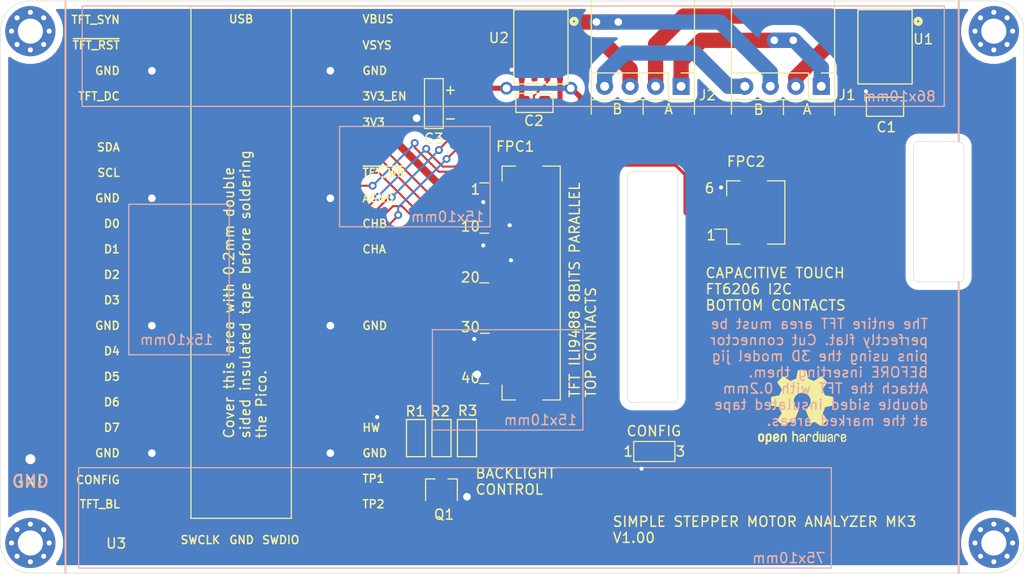
<source format=kicad_pcb>
(kicad_pcb (version 20171130) (host pcbnew "(5.1.10)-1")

  (general
    (thickness 1.6)
    (drawings 98)
    (tracks 322)
    (zones 0)
    (modules 22)
    (nets 52)
  )

  (page A4)
  (layers
    (0 F.Cu signal hide)
    (31 B.Cu signal hide)
    (32 B.Adhes user hide)
    (33 F.Adhes user hide)
    (34 B.Paste user hide)
    (35 F.Paste user)
    (36 B.SilkS user)
    (37 F.SilkS user)
    (38 B.Mask user hide)
    (39 F.Mask user hide)
    (40 Dwgs.User user hide)
    (41 Cmts.User user hide)
    (42 Eco1.User user hide)
    (43 Eco2.User user hide)
    (44 Edge.Cuts user)
    (45 Margin user hide)
    (46 B.CrtYd user hide)
    (47 F.CrtYd user hide)
    (48 B.Fab user hide)
    (49 F.Fab user hide)
  )

  (setup
    (last_trace_width 0.508)
    (user_trace_width 0.2032)
    (user_trace_width 0.2286)
    (user_trace_width 0.3048)
    (user_trace_width 0.4064)
    (user_trace_width 0.508)
    (user_trace_width 0.6096)
    (user_trace_width 0.762)
    (user_trace_width 1.016)
    (user_trace_width 1.27)
    (user_trace_width 1.524)
    (trace_clearance 0.127)
    (zone_clearance 0.762)
    (zone_45_only no)
    (trace_min 0.2032)
    (via_size 0.7874)
    (via_drill 0.4064)
    (via_min_size 0.4064)
    (via_min_drill 0.3048)
    (user_via 1.27 0.762)
    (uvia_size 0.3048)
    (uvia_drill 0.1016)
    (uvias_allowed no)
    (uvia_min_size 0.2032)
    (uvia_min_drill 0.1016)
    (edge_width 0.05)
    (segment_width 0.2)
    (pcb_text_width 0.3)
    (pcb_text_size 1.5 1.5)
    (mod_edge_width 0.12)
    (mod_text_size 1 1)
    (mod_text_width 0.15)
    (pad_size 1.6 1.6)
    (pad_drill 0)
    (pad_to_mask_clearance 0)
    (aux_axis_origin 0 0)
    (grid_origin 80.81 -48.5)
    (visible_elements 7EFFFF7F)
    (pcbplotparams
      (layerselection 0x010fc_ffffffff)
      (usegerberextensions false)
      (usegerberattributes true)
      (usegerberadvancedattributes true)
      (creategerberjobfile true)
      (excludeedgelayer true)
      (linewidth 0.100000)
      (plotframeref false)
      (viasonmask false)
      (mode 1)
      (useauxorigin false)
      (hpglpennumber 1)
      (hpglpenspeed 20)
      (hpglpendiameter 15.000000)
      (psnegative false)
      (psa4output false)
      (plotreference true)
      (plotvalue true)
      (plotinvisibletext false)
      (padsonsilk false)
      (subtractmaskfromsilk false)
      (outputformat 1)
      (mirror false)
      (drillshape 0)
      (scaleselection 1)
      (outputdirectory "JLCPCB/"))
  )

  (net 0 "")
  (net 1 "Net-(J2-Pad2)")
  (net 2 "Net-(J1-Pad2)")
  (net 3 GND)
  (net 4 +3V3)
  (net 5 "Net-(J2-Pad3)")
  (net 6 "Net-(J1-Pad3)")
  (net 7 /D6)
  (net 8 /D4)
  (net 9 /TFT_DC)
  (net 10 /D7)
  (net 11 /D5)
  (net 12 /SCL)
  (net 13 /SDA)
  (net 14 /D3)
  (net 15 /D2)
  (net 16 /D1)
  (net 17 /D0)
  (net 18 "Net-(J1-Pad4)")
  (net 19 "Net-(J1-Pad1)")
  (net 20 "Net-(FPC1-Pad36)")
  (net 21 "Net-(FPC1-Pad35)")
  (net 22 "Net-(FPC1-Pad34)")
  (net 23 /~TFT_WR)
  (net 24 /CHA)
  (net 25 /CHB)
  (net 26 "Net-(FPC1-Pad14)")
  (net 27 "Net-(FPC1-Pad4)")
  (net 28 "Net-(FPC1-Pad3)")
  (net 29 "Net-(FPC1-Pad2)")
  (net 30 "Net-(FPC1-Pad1)")
  (net 31 "Net-(FPC2-Pad5)")
  (net 32 "Net-(FPC2-Pad4)")
  (net 33 "Net-(U1-Pad6)")
  (net 34 "Net-(U2-Pad6)")
  (net 35 "Net-(U3-Pad35)")
  (net 36 "Net-(U3-Pad37)")
  (net 37 "Net-(U3-Pad39)")
  (net 38 "Net-(U3-Pad40)")
  (net 39 "Net-(U3-Pad21)")
  (net 40 "Net-(U3-Pad22)")
  (net 41 "Net-(U3-Pad25)")
  (net 42 "Net-(U3-Pad26)")
  (net 43 "Net-(U3-Pad27)")
  (net 44 "Net-(U3-Pad30)")
  (net 45 "Net-(U3-Pad5)")
  (net 46 "Net-(Q1-Pad3)")
  (net 47 /TFT_BL)
  (net 48 /~TFT_RST)
  (net 49 /TFT_SYN)
  (net 50 /CONFIG)
  (net 51 "Net-(U3-Pad29)")

  (net_class Default "This is the default net class."
    (clearance 0.127)
    (trace_width 0.2032)
    (via_dia 0.7874)
    (via_drill 0.4064)
    (uvia_dia 0.3048)
    (uvia_drill 0.1016)
    (diff_pair_width 0.2032)
    (diff_pair_gap 0.254)
    (add_net +3V3)
    (add_net /CHA)
    (add_net /CHB)
    (add_net /CONFIG)
    (add_net /D0)
    (add_net /D1)
    (add_net /D2)
    (add_net /D3)
    (add_net /D4)
    (add_net /D5)
    (add_net /D6)
    (add_net /D7)
    (add_net /SCL)
    (add_net /SDA)
    (add_net /TFT_BL)
    (add_net /TFT_DC)
    (add_net /TFT_SYN)
    (add_net /~TFT_RST)
    (add_net /~TFT_WR)
    (add_net GND)
    (add_net "Net-(FPC1-Pad1)")
    (add_net "Net-(FPC1-Pad14)")
    (add_net "Net-(FPC1-Pad2)")
    (add_net "Net-(FPC1-Pad3)")
    (add_net "Net-(FPC1-Pad34)")
    (add_net "Net-(FPC1-Pad35)")
    (add_net "Net-(FPC1-Pad36)")
    (add_net "Net-(FPC1-Pad4)")
    (add_net "Net-(FPC2-Pad4)")
    (add_net "Net-(FPC2-Pad5)")
    (add_net "Net-(J1-Pad1)")
    (add_net "Net-(J1-Pad2)")
    (add_net "Net-(J1-Pad3)")
    (add_net "Net-(J1-Pad4)")
    (add_net "Net-(J2-Pad2)")
    (add_net "Net-(J2-Pad3)")
    (add_net "Net-(Q1-Pad3)")
    (add_net "Net-(U1-Pad6)")
    (add_net "Net-(U2-Pad6)")
    (add_net "Net-(U3-Pad21)")
    (add_net "Net-(U3-Pad22)")
    (add_net "Net-(U3-Pad25)")
    (add_net "Net-(U3-Pad26)")
    (add_net "Net-(U3-Pad27)")
    (add_net "Net-(U3-Pad29)")
    (add_net "Net-(U3-Pad30)")
    (add_net "Net-(U3-Pad35)")
    (add_net "Net-(U3-Pad37)")
    (add_net "Net-(U3-Pad39)")
    (add_net "Net-(U3-Pad40)")
    (add_net "Net-(U3-Pad5)")
  )

  (module stepper_motor_analyzer:Pico_smd_dedicated (layer F.Cu) (tedit 60C42FA4) (tstamp 609D1331)
    (at 23 -31)
    (descr "Through hole straight pin header, 2x20, 2.54mm pitch, double rows")
    (tags "Through hole pin header THT 2x20 2.54mm double row")
    (path /609C8FE2)
    (fp_text reference U3 (at -12.45 28.05) (layer F.SilkS)
      (effects (font (size 1 1) (thickness 0.15)))
    )
    (fp_text value Pico (at 0 2.159) (layer F.Fab)
      (effects (font (size 1 1) (thickness 0.15)))
    )
    (fp_line (start -5 -25.5) (end 5 -25.5) (layer F.SilkS) (width 0.12))
    (fp_line (start -11 26) (end -11 -26) (layer F.CrtYd) (width 0.12))
    (fp_line (start 11 26) (end -11 26) (layer F.CrtYd) (width 0.12))
    (fp_line (start 11 -26) (end 11 26) (layer F.CrtYd) (width 0.12))
    (fp_line (start -11 -26) (end 11 -26) (layer F.CrtYd) (width 0.12))
    (fp_line (start -10.5 -24.2) (end -9.2 -25.5) (layer F.Fab) (width 0.12))
    (fp_line (start -10.5 25.5) (end -10.5 -25.5) (layer F.Fab) (width 0.12))
    (fp_line (start 10.5 25.5) (end -10.5 25.5) (layer F.Fab) (width 0.12))
    (fp_line (start 10.5 -25.5) (end 10.5 25.5) (layer F.Fab) (width 0.12))
    (fp_line (start -10.5 -25.5) (end 10.5 -25.5) (layer F.Fab) (width 0.12))
    (fp_line (start -5 -25.5) (end -5 25.55) (layer F.SilkS) (width 0.12))
    (fp_line (start -5 25.55) (end 5 25.55) (layer F.SilkS) (width 0.12))
    (fp_line (start 5 25.55) (end 5 -25.5) (layer F.SilkS) (width 0.12))
    (fp_poly (pts (xy 4 27) (xy -4 27) (xy -4 22) (xy 4 22)) (layer Dwgs.User) (width 0.1))
    (fp_text user USB (at 0 -24.2) (layer F.SilkS)
      (effects (font (size 0.8 0.8) (thickness 0.15)))
    )
    (fp_text user ~TFT_RST (at -12 -21.59) (layer F.SilkS)
      (effects (font (size 0.8 0.8) (thickness 0.15)) (justify right))
    )
    (fp_text user CONFIG (at -12 21.717) (layer F.SilkS)
      (effects (font (size 0.8 0.8) (thickness 0.15)) (justify right))
    )
    (fp_text user HW (at 12 16.51) (layer F.SilkS)
      (effects (font (size 0.8 0.8) (thickness 0.15)) (justify left))
    )
    (fp_text user ~TFT_WR (at 12 -8.89) (layer F.SilkS)
      (effects (font (size 0.8 0.8) (thickness 0.15)) (justify left))
    )
    (fp_text user GND (at 0.05 27.7) (layer F.SilkS)
      (effects (font (size 0.8 0.8) (thickness 0.15)))
    )
    (fp_text user "Copper Keepouts shown on Dwgs layer" (at 0.1 -30.2) (layer Cmts.User)
      (effects (font (size 1 1) (thickness 0.15)))
    )
    (fp_text user SWDIO (at 2 27.7) (layer F.SilkS)
      (effects (font (size 0.8 0.8) (thickness 0.15)) (justify left))
    )
    (fp_text user SWCLK (at -2 27.7) (layer F.SilkS)
      (effects (font (size 0.8 0.8) (thickness 0.15)) (justify right))
    )
    (fp_text user AGND (at 12 -6.35) (layer F.SilkS)
      (effects (font (size 0.8 0.8) (thickness 0.15)) (justify left))
    )
    (fp_text user GND (at 12 -19.05) (layer F.SilkS)
      (effects (font (size 0.8 0.8) (thickness 0.15)) (justify left))
    )
    (fp_text user GND (at 12 6.35) (layer F.SilkS)
      (effects (font (size 0.8 0.8) (thickness 0.15)) (justify left))
    )
    (fp_text user GND (at 12 19.05) (layer F.SilkS)
      (effects (font (size 0.8 0.8) (thickness 0.15)) (justify left))
    )
    (fp_text user GND (at -12 19.05) (layer F.SilkS)
      (effects (font (size 0.8 0.8) (thickness 0.15)) (justify right))
    )
    (fp_text user GND (at -12 6.35) (layer F.SilkS)
      (effects (font (size 0.8 0.8) (thickness 0.15)) (justify right))
    )
    (fp_text user GND (at -12 -6.35) (layer F.SilkS)
      (effects (font (size 0.8 0.8) (thickness 0.15)) (justify right))
    )
    (fp_text user GND (at -12 -19.05) (layer F.SilkS)
      (effects (font (size 0.8 0.8) (thickness 0.15)) (justify right))
    )
    (fp_text user VBUS (at 12 -24.2) (layer F.SilkS)
      (effects (font (size 0.8 0.8) (thickness 0.15)) (justify left))
    )
    (fp_text user VSYS (at 12 -21.59) (layer F.SilkS)
      (effects (font (size 0.8 0.8) (thickness 0.15)) (justify left))
    )
    (fp_text user 3V3_EN (at 12 -16.51) (layer F.SilkS)
      (effects (font (size 0.8 0.8) (thickness 0.15)) (justify left))
    )
    (fp_text user 3V3 (at 12 -13.9) (layer F.SilkS)
      (effects (font (size 0.8 0.8) (thickness 0.15)) (justify left))
    )
    (fp_text user CHB (at 12 -3.81) (layer F.SilkS)
      (effects (font (size 0.8 0.8) (thickness 0.15)) (justify left))
    )
    (fp_text user CHA (at 12 -1.27) (layer F.SilkS)
      (effects (font (size 0.8 0.8) (thickness 0.15)) (justify left))
    )
    (fp_text user TP1 (at 12 21.59) (layer F.SilkS)
      (effects (font (size 0.8 0.8) (thickness 0.15)) (justify left))
    )
    (fp_text user TP2 (at 12 24.13) (layer F.SilkS)
      (effects (font (size 0.8 0.8) (thickness 0.15)) (justify left))
    )
    (fp_text user TFT_BL (at -12 24.13) (layer F.SilkS)
      (effects (font (size 0.8 0.8) (thickness 0.15)) (justify right))
    )
    (fp_text user D7 (at -12 16.51) (layer F.SilkS)
      (effects (font (size 0.8 0.8) (thickness 0.15)) (justify right))
    )
    (fp_text user D6 (at -12 13.97) (layer F.SilkS)
      (effects (font (size 0.8 0.8) (thickness 0.15)) (justify right))
    )
    (fp_text user D5 (at -12 11.43) (layer F.SilkS)
      (effects (font (size 0.8 0.8) (thickness 0.15)) (justify right))
    )
    (fp_text user D4 (at -12 8.89) (layer F.SilkS)
      (effects (font (size 0.8 0.8) (thickness 0.15)) (justify right))
    )
    (fp_text user D3 (at -12 3.81) (layer F.SilkS)
      (effects (font (size 0.8 0.8) (thickness 0.15)) (justify right))
    )
    (fp_text user D2 (at -12 1.27) (layer F.SilkS)
      (effects (font (size 0.8 0.8) (thickness 0.15)) (justify right))
    )
    (fp_text user D1 (at -12 -1.27) (layer F.SilkS)
      (effects (font (size 0.8 0.8) (thickness 0.15)) (justify right))
    )
    (fp_text user D0 (at -12 -3.81) (layer F.SilkS)
      (effects (font (size 0.8 0.8) (thickness 0.15)) (justify right))
    )
    (fp_text user SCL (at -12 -8.89) (layer F.SilkS)
      (effects (font (size 0.8 0.8) (thickness 0.15)) (justify right))
    )
    (fp_text user SDA (at -12 -11.43) (layer F.SilkS)
      (effects (font (size 0.8 0.8) (thickness 0.15)) (justify right))
    )
    (fp_text user TFT_SYN (at -12 -24.13) (layer F.SilkS)
      (effects (font (size 0.8 0.8) (thickness 0.15)) (justify right))
    )
    (fp_text user TFT_DC (at -12 -16.51) (layer F.SilkS)
      (effects (font (size 0.8 0.8) (thickness 0.15)) (justify right))
    )
    (fp_text user %R (at 0 0 180) (layer F.Fab)
      (effects (font (size 1 1) (thickness 0.15)))
    )
    (pad 21 smd rect (at 8.89 24.13) (size 3.5 1.7) (drill (offset 0.9 0)) (layers F.Cu F.Paste F.Mask)
      (net 39 "Net-(U3-Pad21)"))
    (pad 22 smd rect (at 8.89 21.59) (size 3.5 1.7) (drill (offset 0.9 0)) (layers F.Cu F.Paste F.Mask)
      (net 40 "Net-(U3-Pad22)"))
    (pad 23 smd rect (at 8.89 19.05) (size 3.5 1.7) (drill (offset 0.9 0)) (layers F.Cu F.Paste F.Mask)
      (net 3 GND))
    (pad 24 smd rect (at 8.89 16.51) (size 3.5 1.7) (drill (offset 0.9 0)) (layers F.Cu F.Paste F.Mask)
      (net 3 GND))
    (pad 25 smd rect (at 8.89 13.97) (size 3.5 1.7) (drill (offset 0.9 0)) (layers F.Cu F.Paste F.Mask)
      (net 41 "Net-(U3-Pad25)"))
    (pad 26 smd rect (at 8.89 11.43) (size 3.5 1.7) (drill (offset 0.9 0)) (layers F.Cu F.Paste F.Mask)
      (net 42 "Net-(U3-Pad26)"))
    (pad 27 smd rect (at 8.89 8.89) (size 3.5 1.7) (drill (offset 0.9 0)) (layers F.Cu F.Paste F.Mask)
      (net 43 "Net-(U3-Pad27)"))
    (pad 28 smd rect (at 8.89 6.35) (size 3.5 1.7) (drill (offset 0.9 0)) (layers F.Cu F.Paste F.Mask)
      (net 3 GND))
    (pad 29 smd rect (at 8.89 3.81) (size 3.5 1.7) (drill (offset 0.9 0)) (layers F.Cu F.Paste F.Mask)
      (net 51 "Net-(U3-Pad29)"))
    (pad 30 smd rect (at 8.89 1.27) (size 3.5 1.7) (drill (offset 0.9 0)) (layers F.Cu F.Paste F.Mask)
      (net 44 "Net-(U3-Pad30)"))
    (pad 31 smd rect (at 8.89 -1.27) (size 3.5 1.7) (drill (offset 0.9 0)) (layers F.Cu F.Paste F.Mask)
      (net 24 /CHA))
    (pad 32 smd rect (at 8.89 -3.81) (size 3.5 1.7) (drill (offset 0.9 0)) (layers F.Cu F.Paste F.Mask)
      (net 25 /CHB))
    (pad 33 smd rect (at 8.89 -6.35) (size 3.5 1.7) (drill (offset 0.9 0)) (layers F.Cu F.Paste F.Mask)
      (net 3 GND))
    (pad 34 smd rect (at 8.89 -8.89) (size 3.5 1.7) (drill (offset 0.9 0)) (layers F.Cu F.Paste F.Mask)
      (net 23 /~TFT_WR))
    (pad 35 smd rect (at 8.89 -11.43) (size 3.5 1.7) (drill (offset 0.9 0)) (layers F.Cu F.Paste F.Mask)
      (net 35 "Net-(U3-Pad35)"))
    (pad 36 smd rect (at 8.89 -13.97) (size 3.5 1.7) (drill (offset 0.9 0)) (layers F.Cu F.Paste F.Mask)
      (net 4 +3V3))
    (pad 37 smd rect (at 8.89 -16.51) (size 3.5 1.7) (drill (offset 0.9 0)) (layers F.Cu F.Paste F.Mask)
      (net 36 "Net-(U3-Pad37)"))
    (pad 38 smd rect (at 8.89 -19.05) (size 3.5 1.7) (drill (offset 0.9 0)) (layers F.Cu F.Paste F.Mask)
      (net 3 GND))
    (pad 39 smd rect (at 8.89 -21.59) (size 3.5 1.7) (drill (offset 0.9 0)) (layers F.Cu F.Paste F.Mask)
      (net 37 "Net-(U3-Pad39)"))
    (pad 40 smd rect (at 8.89 -24.13) (size 3.5 1.7) (drill (offset 0.9 0)) (layers F.Cu F.Paste F.Mask)
      (net 38 "Net-(U3-Pad40)"))
    (pad 20 smd rect (at -8.89 24.13) (size 3.5 1.7) (drill (offset -0.9 0)) (layers F.Cu F.Paste F.Mask)
      (net 47 /TFT_BL))
    (pad 19 smd rect (at -8.89 21.59) (size 3.5 1.7) (drill (offset -0.9 0)) (layers F.Cu F.Paste F.Mask)
      (net 50 /CONFIG))
    (pad 18 smd rect (at -8.89 19.05) (size 3.5 1.7) (drill (offset -0.9 0)) (layers F.Cu F.Paste F.Mask)
      (net 3 GND))
    (pad 17 smd rect (at -8.89 16.51) (size 3.5 1.7) (drill (offset -0.9 0)) (layers F.Cu F.Paste F.Mask)
      (net 10 /D7))
    (pad 16 smd rect (at -8.89 13.97) (size 3.5 1.7) (drill (offset -0.9 0)) (layers F.Cu F.Paste F.Mask)
      (net 7 /D6))
    (pad 15 smd rect (at -8.89 11.43) (size 3.5 1.7) (drill (offset -0.9 0)) (layers F.Cu F.Paste F.Mask)
      (net 11 /D5))
    (pad 14 smd rect (at -8.89 8.89) (size 3.5 1.7) (drill (offset -0.9 0)) (layers F.Cu F.Paste F.Mask)
      (net 8 /D4))
    (pad 13 smd rect (at -8.89 6.35) (size 3.5 1.7) (drill (offset -0.9 0)) (layers F.Cu F.Paste F.Mask)
      (net 3 GND))
    (pad 12 smd rect (at -8.89 3.81) (size 3.5 1.7) (drill (offset -0.9 0)) (layers F.Cu F.Paste F.Mask)
      (net 14 /D3))
    (pad 11 smd rect (at -8.89 1.27) (size 3.5 1.7) (drill (offset -0.9 0)) (layers F.Cu F.Paste F.Mask)
      (net 15 /D2))
    (pad 10 smd rect (at -8.89 -1.27) (size 3.5 1.7) (drill (offset -0.9 0)) (layers F.Cu F.Paste F.Mask)
      (net 16 /D1))
    (pad 9 smd rect (at -8.89 -3.81) (size 3.5 1.7) (drill (offset -0.9 0)) (layers F.Cu F.Paste F.Mask)
      (net 17 /D0))
    (pad 8 smd rect (at -8.89 -6.35) (size 3.5 1.7) (drill (offset -0.9 0)) (layers F.Cu F.Paste F.Mask)
      (net 3 GND))
    (pad 7 smd rect (at -8.89 -8.89) (size 3.5 1.7) (drill (offset -0.9 0)) (layers F.Cu F.Paste F.Mask)
      (net 12 /SCL))
    (pad 6 smd rect (at -8.89 -11.43) (size 3.5 1.7) (drill (offset -0.9 0)) (layers F.Cu F.Paste F.Mask)
      (net 13 /SDA))
    (pad 5 smd rect (at -8.89 -13.97) (size 3.5 1.7) (drill (offset -0.9 0)) (layers F.Cu F.Paste F.Mask)
      (net 45 "Net-(U3-Pad5)"))
    (pad 4 smd rect (at -8.89 -16.51) (size 3.5 1.7) (drill (offset -0.9 0)) (layers F.Cu F.Paste F.Mask)
      (net 9 /TFT_DC))
    (pad 3 smd rect (at -8.89 -19.05) (size 3.5 1.7) (drill (offset -0.9 0)) (layers F.Cu F.Paste F.Mask)
      (net 3 GND))
    (pad 2 smd rect (at -8.89 -21.59) (size 3.5 1.7) (drill (offset -0.9 0)) (layers F.Cu F.Paste F.Mask)
      (net 48 /~TFT_RST))
    (pad 1 smd rect (at -8.89 -24.13) (size 3.5 1.7) (drill (offset -0.9 0)) (layers F.Cu F.Paste F.Mask)
      (net 49 /TFT_SYN))
    (pad 38 thru_hole rect (at 8.89 -19.05) (size 1.7 1.7) (drill 0.762) (layers *.Cu F.Mask)
      (net 3 GND))
    (pad 33 thru_hole rect (at 8.89 -6.35) (size 1.7 1.7) (drill 0.762) (layers *.Cu F.Mask)
      (net 3 GND))
    (pad 28 thru_hole rect (at 8.89 6.35) (size 1.7 1.7) (drill 0.762) (layers *.Cu F.Mask)
      (net 3 GND))
    (pad 23 thru_hole rect (at 8.89 19.05) (size 1.7 1.7) (drill 0.762) (layers *.Cu F.Mask)
      (net 3 GND))
    (pad 18 thru_hole rect (at -8.89 19.05) (size 1.7 1.7) (drill 0.762) (layers *.Cu F.Mask)
      (net 3 GND))
    (pad 13 thru_hole rect (at -8.89 6.35) (size 1.7 1.7) (drill 0.762) (layers *.Cu F.Mask)
      (net 3 GND))
    (pad 8 thru_hole rect (at -8.89 -6.35) (size 1.7 1.7) (drill 0.762) (layers *.Cu F.Mask)
      (net 3 GND))
    (pad 3 thru_hole rect (at -8.89 -19.05) (size 1.7 1.7) (drill 0.762) (layers *.Cu F.Mask)
      (net 3 GND))
    (model ${KIPRJMOD}/models/pico.step
      (at (xyz 0 0 0))
      (scale (xyz 1 1 1))
      (rotate (xyz -90 0 0))
    )
  )

  (module stepper_motor_analyzer:JUSHUO-AFC07-S40ECC-00_40P_05mm_flipped (layer F.Cu) (tedit 60C19BE3) (tstamp 60A956F1)
    (at 50.3 -28.9 90)
    (descr "Hirose FH12, FFC/FPC connector, FH12-40S-0.5SH, 40 Pins per row (https://www.hirose.com/product/en/products/FH12/FH12-24S-0.5SH(55)/), generated with kicad-footprint-generator")
    (tags "connector Hirose FH12 horizontal")
    (path /609CEBE2)
    (attr smd)
    (fp_text reference FPC1 (at 13.6 0.01 180) (layer F.SilkS)
      (effects (font (size 1 1) (thickness 0.15)))
    )
    (fp_text value Connector_Conn_01x40_Female (at 0 5.6 90) (layer F.Fab)
      (effects (font (size 1 1) (thickness 0.15)))
    )
    (fp_line (start 0 -1.2) (end -11.55 -1.2) (layer F.Fab) (width 0.1))
    (fp_line (start -11.55 -1.2) (end -11.55 3.4) (layer F.Fab) (width 0.1))
    (fp_line (start -11.55 3.4) (end -10.95 3.4) (layer F.Fab) (width 0.1))
    (fp_line (start -10.95 3.4) (end -10.95 3.7) (layer F.Fab) (width 0.1))
    (fp_line (start -10.95 3.7) (end -11.45 3.7) (layer F.Fab) (width 0.1))
    (fp_line (start -11.45 3.7) (end -11.45 4.4) (layer F.Fab) (width 0.1))
    (fp_line (start -11.45 4.4) (end 0 4.4) (layer F.Fab) (width 0.1))
    (fp_line (start 0 -1.2) (end 11.55 -1.2) (layer F.Fab) (width 0.1))
    (fp_line (start 11.55 -1.2) (end 11.55 3.4) (layer F.Fab) (width 0.1))
    (fp_line (start 11.55 3.4) (end 10.95 3.4) (layer F.Fab) (width 0.1))
    (fp_line (start 10.95 3.4) (end 10.95 3.7) (layer F.Fab) (width 0.1))
    (fp_line (start 10.95 3.7) (end 11.45 3.7) (layer F.Fab) (width 0.1))
    (fp_line (start 11.45 3.7) (end 11.45 4.4) (layer F.Fab) (width 0.1))
    (fp_line (start 11.45 4.4) (end 0 4.4) (layer F.Fab) (width 0.1))
    (fp_line (start -10.16 -1.3) (end -11.65 -1.3) (layer F.SilkS) (width 0.12))
    (fp_line (start -11.65 -1.3) (end -11.65 0.04) (layer F.SilkS) (width 0.12))
    (fp_line (start 10.16 -1.3) (end 11.65 -1.3) (layer F.SilkS) (width 0.12))
    (fp_line (start 11.65 -1.3) (end 11.65 0.04) (layer F.SilkS) (width 0.12))
    (fp_line (start -11.65 2.76) (end -11.65 4.5) (layer F.SilkS) (width 0.12))
    (fp_line (start -11.65 4.5) (end 11.65 4.5) (layer F.SilkS) (width 0.12))
    (fp_line (start 11.65 4.5) (end 11.65 2.76) (layer F.SilkS) (width 0.12))
    (fp_line (start -13.05 -3) (end -13.05 4.9) (layer F.CrtYd) (width 0.05))
    (fp_line (start -13.05 4.9) (end 13.05 4.9) (layer F.CrtYd) (width 0.05))
    (fp_line (start 13.05 4.9) (end 13.05 -3) (layer F.CrtYd) (width 0.05))
    (fp_line (start 13.05 -3) (end -13.05 -3) (layer F.CrtYd) (width 0.05))
    (fp_text user %R (at 0 3.7 90) (layer F.Fab)
      (effects (font (size 1 1) (thickness 0.15)))
    )
    (pad MP smd rect (at 11.4 0.5 90) (size 2 3) (layers F.Cu F.Paste F.Mask))
    (pad MP smd rect (at -11.4 0.5 90) (size 2 3) (layers F.Cu F.Paste F.Mask))
    (pad 40 smd rect (at -9.75 -1.85 90) (size 0.3 1.3) (layers F.Cu F.Paste F.Mask)
      (net 3 GND))
    (pad 39 smd rect (at -9.25 -1.85 90) (size 0.3 1.3) (layers F.Cu F.Paste F.Mask)
      (net 4 +3V3))
    (pad 38 smd rect (at -8.75 -1.85 90) (size 0.3 1.3) (layers F.Cu F.Paste F.Mask)
      (net 4 +3V3))
    (pad 37 smd rect (at -8.25 -1.85 90) (size 0.3 1.3) (layers F.Cu F.Paste F.Mask)
      (net 3 GND))
    (pad 36 smd rect (at -7.75 -1.85 90) (size 0.3 1.3) (layers F.Cu F.Paste F.Mask)
      (net 20 "Net-(FPC1-Pad36)"))
    (pad 35 smd rect (at -7.25 -1.85 90) (size 0.3 1.3) (layers F.Cu F.Paste F.Mask)
      (net 21 "Net-(FPC1-Pad35)"))
    (pad 34 smd rect (at -6.75 -1.85 90) (size 0.3 1.3) (layers F.Cu F.Paste F.Mask)
      (net 22 "Net-(FPC1-Pad34)"))
    (pad 33 smd rect (at -6.25 -1.85 90) (size 0.3 1.3) (layers F.Cu F.Paste F.Mask)
      (net 4 +3V3))
    (pad 32 smd rect (at -5.75 -1.85 90) (size 0.3 1.3) (layers F.Cu F.Paste F.Mask)
      (net 3 GND))
    (pad 31 smd rect (at -5.25 -1.85 90) (size 0.3 1.3) (layers F.Cu F.Paste F.Mask)
      (net 3 GND))
    (pad 30 smd rect (at -4.75 -1.85 90) (size 0.3 1.3) (layers F.Cu F.Paste F.Mask)
      (net 3 GND))
    (pad 29 smd rect (at -4.25 -1.85 90) (size 0.3 1.3) (layers F.Cu F.Paste F.Mask)
      (net 3 GND))
    (pad 28 smd rect (at -3.75 -1.85 90) (size 0.3 1.3) (layers F.Cu F.Paste F.Mask)
      (net 3 GND))
    (pad 27 smd rect (at -3.25 -1.85 90) (size 0.3 1.3) (layers F.Cu F.Paste F.Mask)
      (net 3 GND))
    (pad 26 smd rect (at -2.75 -1.85 90) (size 0.3 1.3) (layers F.Cu F.Paste F.Mask)
      (net 3 GND))
    (pad 25 smd rect (at -2.25 -1.85 90) (size 0.3 1.3) (layers F.Cu F.Paste F.Mask)
      (net 3 GND))
    (pad 24 smd rect (at -1.75 -1.85 90) (size 0.3 1.3) (layers F.Cu F.Paste F.Mask)
      (net 10 /D7))
    (pad 23 smd rect (at -1.25 -1.85 90) (size 0.3 1.3) (layers F.Cu F.Paste F.Mask)
      (net 7 /D6))
    (pad 22 smd rect (at -0.75 -1.85 90) (size 0.3 1.3) (layers F.Cu F.Paste F.Mask)
      (net 11 /D5))
    (pad 21 smd rect (at -0.25 -1.85 90) (size 0.3 1.3) (layers F.Cu F.Paste F.Mask)
      (net 8 /D4))
    (pad 20 smd rect (at 0.25 -1.85 90) (size 0.3 1.3) (layers F.Cu F.Paste F.Mask)
      (net 14 /D3))
    (pad 19 smd rect (at 0.75 -1.85 90) (size 0.3 1.3) (layers F.Cu F.Paste F.Mask)
      (net 15 /D2))
    (pad 18 smd rect (at 1.25 -1.85 90) (size 0.3 1.3) (layers F.Cu F.Paste F.Mask)
      (net 16 /D1))
    (pad 17 smd rect (at 1.75 -1.85 90) (size 0.3 1.3) (layers F.Cu F.Paste F.Mask)
      (net 17 /D0))
    (pad 16 smd rect (at 2.25 -1.85 90) (size 0.3 1.3) (layers F.Cu F.Paste F.Mask)
      (net 3 GND))
    (pad 15 smd rect (at 2.75 -1.85 90) (size 0.3 1.3) (layers F.Cu F.Paste F.Mask)
      (net 48 /~TFT_RST))
    (pad 14 smd rect (at 3.25 -1.85 90) (size 0.3 1.3) (layers F.Cu F.Paste F.Mask)
      (net 26 "Net-(FPC1-Pad14)"))
    (pad 13 smd rect (at 3.75 -1.85 90) (size 0.3 1.3) (layers F.Cu F.Paste F.Mask)
      (net 3 GND))
    (pad 12 smd rect (at 4.25 -1.85 90) (size 0.3 1.3) (layers F.Cu F.Paste F.Mask)
      (net 4 +3V3))
    (pad 11 smd rect (at 4.75 -1.85 90) (size 0.3 1.3) (layers F.Cu F.Paste F.Mask)
      (net 23 /~TFT_WR))
    (pad 10 smd rect (at 5.25 -1.85 90) (size 0.3 1.3) (layers F.Cu F.Paste F.Mask)
      (net 9 /TFT_DC))
    (pad 9 smd rect (at 5.75 -1.85 90) (size 0.3 1.3) (layers F.Cu F.Paste F.Mask)
      (net 3 GND))
    (pad 8 smd rect (at 6.25 -1.85 90) (size 0.3 1.3) (layers F.Cu F.Paste F.Mask)
      (net 49 /TFT_SYN))
    (pad 7 smd rect (at 6.75 -1.85 90) (size 0.3 1.3) (layers F.Cu F.Paste F.Mask)
      (net 4 +3V3))
    (pad 6 smd rect (at 7.25 -1.85 90) (size 0.3 1.3) (layers F.Cu F.Paste F.Mask)
      (net 4 +3V3))
    (pad 5 smd rect (at 7.75 -1.85 90) (size 0.3 1.3) (layers F.Cu F.Paste F.Mask)
      (net 3 GND))
    (pad 4 smd rect (at 8.25 -1.85 90) (size 0.3 1.3) (layers F.Cu F.Paste F.Mask)
      (net 27 "Net-(FPC1-Pad4)"))
    (pad 3 smd rect (at 8.75 -1.85 90) (size 0.3 1.3) (layers F.Cu F.Paste F.Mask)
      (net 28 "Net-(FPC1-Pad3)"))
    (pad 2 smd rect (at 9.25 -1.85 90) (size 0.3 1.3) (layers F.Cu F.Paste F.Mask)
      (net 29 "Net-(FPC1-Pad2)"))
    (pad 1 smd rect (at 9.75 -1.85 90) (size 0.3 1.3) (layers F.Cu F.Paste F.Mask)
      (net 30 "Net-(FPC1-Pad1)"))
    (model ${KIPRJMOD}/models/molex_fpc_40_05_5051104091.step
      (offset (xyz 0 0.5 0))
      (scale (xyz 1 1 1))
      (rotate (xyz -90 0 0))
    )
  )

  (module Jumper:SolderJumper-3_P1.3mm_Open_Pad1.0x1.5mm_NumberLabels (layer F.Cu) (tedit 5A3F6CCC) (tstamp 60C00D4D)
    (at 64.173 -12.1145)
    (descr "SMD Solder Jumper, 1x1.5mm Pads, 0.3mm gap, open, labeled with numbers")
    (tags "solder jumper open")
    (path /60C14AFF)
    (attr virtual)
    (fp_text reference JP1 (at -0.0635 -2.159) (layer F.SilkS) hide
      (effects (font (size 1 1) (thickness 0.15)))
    )
    (fp_text value SolderJumper_3_Open (at 0 1.9) (layer F.Fab)
      (effects (font (size 1 1) (thickness 0.15)))
    )
    (fp_line (start -2.05 1) (end -2.05 -1) (layer F.SilkS) (width 0.12))
    (fp_line (start 2.05 1) (end -2.05 1) (layer F.SilkS) (width 0.12))
    (fp_line (start 2.05 -1) (end 2.05 1) (layer F.SilkS) (width 0.12))
    (fp_line (start -2.05 -1) (end 2.05 -1) (layer F.SilkS) (width 0.12))
    (fp_line (start -2.3 -1.25) (end 2.3 -1.25) (layer F.CrtYd) (width 0.05))
    (fp_line (start -2.3 -1.25) (end -2.3 1.25) (layer F.CrtYd) (width 0.05))
    (fp_line (start 2.3 1.25) (end 2.3 -1.25) (layer F.CrtYd) (width 0.05))
    (fp_line (start 2.3 1.25) (end -2.3 1.25) (layer F.CrtYd) (width 0.05))
    (fp_text user 1 (at -2.6 0) (layer F.SilkS)
      (effects (font (size 1 1) (thickness 0.15)))
    )
    (fp_text user 3 (at 2.6 0) (layer F.SilkS)
      (effects (font (size 1 1) (thickness 0.15)))
    )
    (pad 1 smd rect (at -1.3 0) (size 1 1.5) (layers F.Cu F.Mask)
      (net 3 GND))
    (pad 2 smd rect (at 0 0) (size 1 1.5) (layers F.Cu F.Mask)
      (net 50 /CONFIG))
    (pad 3 smd rect (at 1.3 0) (size 1 1.5) (layers F.Cu F.Mask)
      (net 4 +3V3))
  )

  (module stepper_motor_analyzer:SOIC-8_3.9x4.9mm_P1.27mm (layer F.Cu) (tedit 60BEF429) (tstamp 609E5FEB)
    (at 87.16 -52.435 270)
    (descr "SOIC, 8 Pin (JEDEC MS-012AA, https://www.analog.com/media/en/package-pcb-resources/package/pkg_pdf/soic_narrow-r/r_8.pdf), generated with kicad-footprint-generator ipc_gullwing_generator.py")
    (tags "SOIC SO")
    (path /60B5D76B)
    (attr smd)
    (fp_text reference U1 (at -0.764 -3.81 180) (layer F.SilkS)
      (effects (font (size 1 1) (thickness 0.15)))
    )
    (fp_text value ACS70331EOLCTR-2P5B3 (at 0 3.4 90) (layer F.Fab)
      (effects (font (size 1 1) (thickness 0.15)))
    )
    (fp_circle (center -2.54 -3.302) (end -2.257157 -3.302) (layer F.SilkS) (width 0.35))
    (fp_line (start 3.7 -2.7) (end -3.7 -2.7) (layer F.SilkS) (width 0.127))
    (fp_line (start 3.7 2.7) (end 3.7 -2.7) (layer F.SilkS) (width 0.127))
    (fp_line (start -3.7 2.7) (end 3.7 2.7) (layer F.SilkS) (width 0.127))
    (fp_line (start -3.7 -2.7) (end -3.7 2.7) (layer F.SilkS) (width 0.127))
    (fp_line (start -1.95 -1.475) (end -0.975 -2.45) (layer F.Fab) (width 0.1))
    (fp_line (start -1.95 2.45) (end -1.95 -1.475) (layer F.Fab) (width 0.1))
    (fp_line (start 1.95 2.45) (end -1.95 2.45) (layer F.Fab) (width 0.1))
    (fp_line (start 1.95 -2.45) (end 1.95 2.45) (layer F.Fab) (width 0.1))
    (fp_line (start -0.975 -2.45) (end 1.95 -2.45) (layer F.Fab) (width 0.1))
    (fp_text user %R (at 0 0 90) (layer F.Fab)
      (effects (font (size 0.98 0.98) (thickness 0.15)))
    )
    (pad 8 smd roundrect (at 2.475 -1.905 270) (size 1.95 0.6) (layers F.Cu F.Paste F.Mask) (roundrect_rratio 0.25)
      (net 4 +3V3))
    (pad 7 smd roundrect (at 2.475 -0.635 270) (size 1.95 0.6) (layers F.Cu F.Paste F.Mask) (roundrect_rratio 0.25)
      (net 24 /CHA))
    (pad 6 smd roundrect (at 2.475 0.635 270) (size 1.95 0.6) (layers F.Cu F.Paste F.Mask) (roundrect_rratio 0.25)
      (net 33 "Net-(U1-Pad6)"))
    (pad 5 smd roundrect (at 2.475 1.905 270) (size 1.95 0.6) (layers F.Cu F.Paste F.Mask) (roundrect_rratio 0.25)
      (net 3 GND))
    (pad 4 smd roundrect (at -2.475 1.905 270) (size 1.95 0.6) (layers F.Cu F.Paste F.Mask) (roundrect_rratio 0.25)
      (net 1 "Net-(J2-Pad2)"))
    (pad 3 smd roundrect (at -2.475 0.635 270) (size 1.95 0.6) (layers F.Cu F.Paste F.Mask) (roundrect_rratio 0.25)
      (net 1 "Net-(J2-Pad2)"))
    (pad 2 smd roundrect (at -2.475 -0.635 270) (size 1.95 0.6) (layers F.Cu F.Paste F.Mask) (roundrect_rratio 0.25)
      (net 2 "Net-(J1-Pad2)"))
    (pad 1 smd roundrect (at -2.475 -1.905 270) (size 1.95 0.6) (layers F.Cu F.Paste F.Mask) (roundrect_rratio 0.25)
      (net 2 "Net-(J1-Pad2)"))
    (model ${KISYS3DMOD}/Package_SO.3dshapes/SOIC-8_3.9x4.9mm_P1.27mm.wrl
      (at (xyz 0 0 0))
      (scale (xyz 1 1 1))
      (rotate (xyz 0 0 0))
    )
  )

  (module stepper_motor_analyzer:SOIC-8_3.9x4.9mm_P1.27mm (layer F.Cu) (tedit 60BEF429) (tstamp 609E8DE6)
    (at 52.87 -52.435 270)
    (descr "SOIC, 8 Pin (JEDEC MS-012AA, https://www.analog.com/media/en/package-pcb-resources/package/pkg_pdf/soic_narrow-r/r_8.pdf), generated with kicad-footprint-generator ipc_gullwing_generator.py")
    (tags "SOIC SO")
    (path /60AEB4AA)
    (attr smd)
    (fp_text reference U2 (at -0.891 4.191 180) (layer F.SilkS)
      (effects (font (size 1 1) (thickness 0.15)))
    )
    (fp_text value ACS70331EOLCTR-2P5B3 (at 0 3.4 90) (layer F.Fab)
      (effects (font (size 1 1) (thickness 0.15)))
    )
    (fp_circle (center -2.54 -3.302) (end -2.257157 -3.302) (layer F.SilkS) (width 0.35))
    (fp_line (start 3.7 -2.7) (end -3.7 -2.7) (layer F.SilkS) (width 0.127))
    (fp_line (start 3.7 2.7) (end 3.7 -2.7) (layer F.SilkS) (width 0.127))
    (fp_line (start -3.7 2.7) (end 3.7 2.7) (layer F.SilkS) (width 0.127))
    (fp_line (start -3.7 -2.7) (end -3.7 2.7) (layer F.SilkS) (width 0.127))
    (fp_line (start -1.95 -1.475) (end -0.975 -2.45) (layer F.Fab) (width 0.1))
    (fp_line (start -1.95 2.45) (end -1.95 -1.475) (layer F.Fab) (width 0.1))
    (fp_line (start 1.95 2.45) (end -1.95 2.45) (layer F.Fab) (width 0.1))
    (fp_line (start 1.95 -2.45) (end 1.95 2.45) (layer F.Fab) (width 0.1))
    (fp_line (start -0.975 -2.45) (end 1.95 -2.45) (layer F.Fab) (width 0.1))
    (fp_text user %R (at 0 0 90) (layer F.Fab)
      (effects (font (size 0.98 0.98) (thickness 0.15)))
    )
    (pad 8 smd roundrect (at 2.475 -1.905 270) (size 1.95 0.6) (layers F.Cu F.Paste F.Mask) (roundrect_rratio 0.25)
      (net 4 +3V3))
    (pad 7 smd roundrect (at 2.475 -0.635 270) (size 1.95 0.6) (layers F.Cu F.Paste F.Mask) (roundrect_rratio 0.25)
      (net 25 /CHB))
    (pad 6 smd roundrect (at 2.475 0.635 270) (size 1.95 0.6) (layers F.Cu F.Paste F.Mask) (roundrect_rratio 0.25)
      (net 34 "Net-(U2-Pad6)"))
    (pad 5 smd roundrect (at 2.475 1.905 270) (size 1.95 0.6) (layers F.Cu F.Paste F.Mask) (roundrect_rratio 0.25)
      (net 3 GND))
    (pad 4 smd roundrect (at -2.475 1.905 270) (size 1.95 0.6) (layers F.Cu F.Paste F.Mask) (roundrect_rratio 0.25)
      (net 5 "Net-(J2-Pad3)"))
    (pad 3 smd roundrect (at -2.475 0.635 270) (size 1.95 0.6) (layers F.Cu F.Paste F.Mask) (roundrect_rratio 0.25)
      (net 5 "Net-(J2-Pad3)"))
    (pad 2 smd roundrect (at -2.475 -0.635 270) (size 1.95 0.6) (layers F.Cu F.Paste F.Mask) (roundrect_rratio 0.25)
      (net 6 "Net-(J1-Pad3)"))
    (pad 1 smd roundrect (at -2.475 -1.905 270) (size 1.95 0.6) (layers F.Cu F.Paste F.Mask) (roundrect_rratio 0.25)
      (net 6 "Net-(J1-Pad3)"))
    (model ${KISYS3DMOD}/Package_SO.3dshapes/SOIC-8_3.9x4.9mm_P1.27mm.wrl
      (at (xyz 0 0 0))
      (scale (xyz 1 1 1))
      (rotate (xyz 0 0 0))
    )
  )

  (module stepper_motor_analyzer:C_0805_2012Metric_Pad1.15x1.40mm_HandSolder (layer F.Cu) (tedit 60BEF350) (tstamp 609E73FB)
    (at 87.16 -46.468)
    (descr "Capacitor SMD 0805 (2012 Metric), square (rectangular) end terminal, IPC_7351 nominal with elongated pad for handsoldering. (Body size source: https://docs.google.com/spreadsheets/d/1BsfQQcO9C6DZCsRaXUlFlo91Tg2WpOkGARC1WS5S8t0/edit?usp=sharing), generated with kicad-footprint-generator")
    (tags "capacitor handsolder")
    (path /60A5D335)
    (attr smd)
    (fp_text reference C1 (at 0.127 2.032) (layer F.SilkS)
      (effects (font (size 1 1) (thickness 0.15)))
    )
    (fp_text value 0.1u (at 0 1.65) (layer F.Fab)
      (effects (font (size 1 1) (thickness 0.15)))
    )
    (fp_line (start -1 0.6) (end -1 -0.6) (layer F.Fab) (width 0.1))
    (fp_line (start -1 -0.6) (end 1 -0.6) (layer F.Fab) (width 0.1))
    (fp_line (start 1 -0.6) (end 1 0.6) (layer F.Fab) (width 0.1))
    (fp_line (start 1 0.6) (end -1 0.6) (layer F.Fab) (width 0.1))
    (fp_line (start -1.85 0.95) (end -1.85 -0.95) (layer F.SilkS) (width 0.127))
    (fp_line (start -1.85 -0.95) (end 1.85 -0.95) (layer F.SilkS) (width 0.127))
    (fp_line (start 1.85 -0.95) (end 1.85 0.95) (layer F.SilkS) (width 0.127))
    (fp_line (start 1.85 0.95) (end -1.85 0.95) (layer F.SilkS) (width 0.127))
    (fp_text user %R (at 0 0) (layer F.Fab)
      (effects (font (size 0.5 0.5) (thickness 0.08)))
    )
    (pad 2 smd roundrect (at 1.025 0) (size 1.15 1.4) (layers F.Cu F.Paste F.Mask) (roundrect_rratio 0.2173904347826087)
      (net 4 +3V3))
    (pad 1 smd roundrect (at -1.025 0) (size 1.15 1.4) (layers F.Cu F.Paste F.Mask) (roundrect_rratio 0.2173904347826087)
      (net 3 GND))
    (model ${KISYS3DMOD}/Capacitor_SMD.3dshapes/C_0805_2012Metric.wrl
      (at (xyz 0 0 0))
      (scale (xyz 1 1 1))
      (rotate (xyz 0 0 0))
    )
  )

  (module stepper_motor_analyzer:C_0805_2012Metric_Pad1.15x1.40mm_HandSolder (layer F.Cu) (tedit 60BEF350) (tstamp 60B28C96)
    (at 52.226 -46.849)
    (descr "Capacitor SMD 0805 (2012 Metric), square (rectangular) end terminal, IPC_7351 nominal with elongated pad for handsoldering. (Body size source: https://docs.google.com/spreadsheets/d/1BsfQQcO9C6DZCsRaXUlFlo91Tg2WpOkGARC1WS5S8t0/edit?usp=sharing), generated with kicad-footprint-generator")
    (tags "capacitor handsolder")
    (path /60A0EB39)
    (attr smd)
    (fp_text reference C2 (at -0.0545 1.778) (layer F.SilkS)
      (effects (font (size 1 1) (thickness 0.15)))
    )
    (fp_text value 0.1u (at 0 1.65) (layer F.Fab)
      (effects (font (size 1 1) (thickness 0.15)))
    )
    (fp_line (start -1 0.6) (end -1 -0.6) (layer F.Fab) (width 0.1))
    (fp_line (start -1 -0.6) (end 1 -0.6) (layer F.Fab) (width 0.1))
    (fp_line (start 1 -0.6) (end 1 0.6) (layer F.Fab) (width 0.1))
    (fp_line (start 1 0.6) (end -1 0.6) (layer F.Fab) (width 0.1))
    (fp_line (start -1.85 0.95) (end -1.85 -0.95) (layer F.SilkS) (width 0.127))
    (fp_line (start -1.85 -0.95) (end 1.85 -0.95) (layer F.SilkS) (width 0.127))
    (fp_line (start 1.85 -0.95) (end 1.85 0.95) (layer F.SilkS) (width 0.127))
    (fp_line (start 1.85 0.95) (end -1.85 0.95) (layer F.SilkS) (width 0.127))
    (fp_text user %R (at 0 0) (layer F.Fab)
      (effects (font (size 0.5 0.5) (thickness 0.08)))
    )
    (pad 2 smd roundrect (at 1.025 0) (size 1.15 1.4) (layers F.Cu F.Paste F.Mask) (roundrect_rratio 0.2173904347826087)
      (net 4 +3V3))
    (pad 1 smd roundrect (at -1.025 0) (size 1.15 1.4) (layers F.Cu F.Paste F.Mask) (roundrect_rratio 0.2173904347826087)
      (net 3 GND))
    (model ${KISYS3DMOD}/Capacitor_SMD.3dshapes/C_0805_2012Metric.wrl
      (at (xyz 0 0 0))
      (scale (xyz 1 1 1))
      (rotate (xyz 0 0 0))
    )
  )

  (module stepper_motor_analyzer:CP_EIA-3216-18_Kemet-A_Pad1.58x1.35mm_HandSolder (layer F.Cu) (tedit 60BEF2C6) (tstamp 609E7430)
    (at 42.202 -46.7855 270)
    (descr "Tantalum Capacitor SMD Kemet-A (3216-18 Metric), IPC_7351 nominal, (Body size from: http://www.kemet.com/Lists/ProductCatalog/Attachments/253/KEM_TC101_STD.pdf), generated with kicad-footprint-generator")
    (tags "capacitor tantalum")
    (path /609D5EC7)
    (attr smd)
    (fp_text reference C3 (at 3.4925 0 180) (layer F.SilkS)
      (effects (font (size 1 1) (thickness 0.15)))
    )
    (fp_text value 10u (at 0 1.75 90) (layer F.Fab)
      (effects (font (size 1 1) (thickness 0.15)))
    )
    (fp_line (start 1.6 -0.8) (end -1.2 -0.8) (layer F.Fab) (width 0.1))
    (fp_line (start -1.2 -0.8) (end -1.6 -0.4) (layer F.Fab) (width 0.1))
    (fp_line (start -1.6 -0.4) (end -1.6 0.8) (layer F.Fab) (width 0.1))
    (fp_line (start -1.6 0.8) (end 1.6 0.8) (layer F.Fab) (width 0.1))
    (fp_line (start 1.6 0.8) (end 1.6 -0.8) (layer F.Fab) (width 0.1))
    (fp_line (start 2.485 -0.935) (end -2.485 -0.935) (layer F.SilkS) (width 0.12))
    (fp_line (start -2.485 -0.935) (end -2.485 0.935) (layer F.SilkS) (width 0.12))
    (fp_line (start -2.485 0.935) (end 2.485 0.935) (layer F.SilkS) (width 0.12))
    (fp_line (start -2.48 1.05) (end -2.48 -1.05) (layer F.CrtYd) (width 0.05))
    (fp_line (start -2.48 -1.05) (end 2.48 -1.05) (layer F.CrtYd) (width 0.05))
    (fp_line (start 2.48 -1.05) (end 2.48 1.05) (layer F.CrtYd) (width 0.05))
    (fp_line (start 2.48 1.05) (end -2.48 1.05) (layer F.CrtYd) (width 0.05))
    (fp_line (start 2.485 -0.935) (end 2.485 0.935) (layer F.SilkS) (width 0.12))
    (fp_text user %R (at 0 0 90) (layer F.Fab)
      (effects (font (size 0.8 0.8) (thickness 0.12)))
    )
    (fp_text user + (at -1.643 -1.817 90) (layer F.SilkS) hide
      (effects (font (size 1.5 1.5) (thickness 0.25)))
    )
    (pad 1 smd roundrect (at -1.4375 0 270) (size 1.575 1.35) (layers F.Cu F.Paste F.Mask) (roundrect_rratio 0.1851844444444445)
      (net 4 +3V3))
    (pad 2 smd roundrect (at 1.4375 0 270) (size 1.575 1.35) (layers F.Cu F.Paste F.Mask) (roundrect_rratio 0.1851844444444445)
      (net 3 GND))
    (model ${KISYS3DMOD}/Capacitor_Tantalum_SMD.3dshapes/CP_EIA-3216-18_Kemet-A.wrl
      (at (xyz 0 0 0))
      (scale (xyz 1 1 1))
      (rotate (xyz 0 0 0))
    )
  )

  (module MountingHole:MountingHole_2.5mm_Pad_Via (layer F.Cu) (tedit 56DDBAEA) (tstamp 60B15D00)
    (at 2 -3)
    (descr "Mounting Hole 2.5mm")
    (tags "mounting hole 2.5mm")
    (path /60A92EA6)
    (attr virtual)
    (fp_text reference H1 (at 0 -3.5) (layer F.SilkS) hide
      (effects (font (size 1 1) (thickness 0.15)))
    )
    (fp_text value MountingHole (at 0 3.5) (layer F.Fab)
      (effects (font (size 1 1) (thickness 0.15)))
    )
    (fp_circle (center 0 0) (end 2.5 0) (layer Cmts.User) (width 0.15))
    (fp_circle (center 0 0) (end 2.75 0) (layer F.CrtYd) (width 0.05))
    (fp_text user %R (at 0.3 0) (layer F.Fab)
      (effects (font (size 1 1) (thickness 0.15)))
    )
    (pad 1 thru_hole circle (at 1.325825 -1.325825) (size 0.8 0.8) (drill 0.5) (layers *.Cu *.Mask))
    (pad 1 thru_hole circle (at 0 -1.875) (size 0.8 0.8) (drill 0.5) (layers *.Cu *.Mask))
    (pad 1 thru_hole circle (at -1.325825 -1.325825) (size 0.8 0.8) (drill 0.5) (layers *.Cu *.Mask))
    (pad 1 thru_hole circle (at -1.875 0) (size 0.8 0.8) (drill 0.5) (layers *.Cu *.Mask))
    (pad 1 thru_hole circle (at -1.325825 1.325825) (size 0.8 0.8) (drill 0.5) (layers *.Cu *.Mask))
    (pad 1 thru_hole circle (at 0 1.875) (size 0.8 0.8) (drill 0.5) (layers *.Cu *.Mask))
    (pad 1 thru_hole circle (at 1.325825 1.325825) (size 0.8 0.8) (drill 0.5) (layers *.Cu *.Mask))
    (pad 1 thru_hole circle (at 1.875 0) (size 0.8 0.8) (drill 0.5) (layers *.Cu *.Mask))
    (pad 1 thru_hole circle (at 0 0) (size 5 5) (drill 2.5) (layers *.Cu *.Mask))
  )

  (module MountingHole:MountingHole_2.5mm_Pad_Via (layer F.Cu) (tedit 56DDBAEA) (tstamp 609E2DFF)
    (at 98 -54)
    (descr "Mounting Hole 2.5mm")
    (tags "mounting hole 2.5mm")
    (path /60A9417C)
    (attr virtual)
    (fp_text reference H3 (at 0 -3.5) (layer F.SilkS) hide
      (effects (font (size 1 1) (thickness 0.15)))
    )
    (fp_text value MountingHole (at 0 3.5) (layer F.Fab)
      (effects (font (size 1 1) (thickness 0.15)))
    )
    (fp_circle (center 0 0) (end 2.5 0) (layer Cmts.User) (width 0.15))
    (fp_circle (center 0 0) (end 2.75 0) (layer F.CrtYd) (width 0.05))
    (fp_text user %R (at 0.3 0) (layer F.Fab)
      (effects (font (size 1 1) (thickness 0.15)))
    )
    (pad 1 thru_hole circle (at 1.325825 -1.325825) (size 0.8 0.8) (drill 0.5) (layers *.Cu *.Mask))
    (pad 1 thru_hole circle (at 0 -1.875) (size 0.8 0.8) (drill 0.5) (layers *.Cu *.Mask))
    (pad 1 thru_hole circle (at -1.325825 -1.325825) (size 0.8 0.8) (drill 0.5) (layers *.Cu *.Mask))
    (pad 1 thru_hole circle (at -1.875 0) (size 0.8 0.8) (drill 0.5) (layers *.Cu *.Mask))
    (pad 1 thru_hole circle (at -1.325825 1.325825) (size 0.8 0.8) (drill 0.5) (layers *.Cu *.Mask))
    (pad 1 thru_hole circle (at 0 1.875) (size 0.8 0.8) (drill 0.5) (layers *.Cu *.Mask))
    (pad 1 thru_hole circle (at 1.325825 1.325825) (size 0.8 0.8) (drill 0.5) (layers *.Cu *.Mask))
    (pad 1 thru_hole circle (at 1.875 0) (size 0.8 0.8) (drill 0.5) (layers *.Cu *.Mask))
    (pad 1 thru_hole circle (at 0 0) (size 5 5) (drill 2.5) (layers *.Cu *.Mask))
  )

  (module MountingHole:MountingHole_2.5mm_Pad_Via (layer F.Cu) (tedit 56DDBAEA) (tstamp 609E2E0F)
    (at 98 -3)
    (descr "Mounting Hole 2.5mm")
    (tags "mounting hole 2.5mm")
    (path /60A94418)
    (attr virtual)
    (fp_text reference H4 (at 0 -3.5) (layer F.SilkS) hide
      (effects (font (size 1 1) (thickness 0.15)))
    )
    (fp_text value MountingHole (at 0 3.5) (layer F.Fab)
      (effects (font (size 1 1) (thickness 0.15)))
    )
    (fp_circle (center 0 0) (end 2.5 0) (layer Cmts.User) (width 0.15))
    (fp_circle (center 0 0) (end 2.75 0) (layer F.CrtYd) (width 0.05))
    (fp_text user %R (at 0.3 0) (layer F.Fab)
      (effects (font (size 1 1) (thickness 0.15)))
    )
    (pad 1 thru_hole circle (at 1.325825 -1.325825) (size 0.8 0.8) (drill 0.5) (layers *.Cu *.Mask))
    (pad 1 thru_hole circle (at 0 -1.875) (size 0.8 0.8) (drill 0.5) (layers *.Cu *.Mask))
    (pad 1 thru_hole circle (at -1.325825 -1.325825) (size 0.8 0.8) (drill 0.5) (layers *.Cu *.Mask))
    (pad 1 thru_hole circle (at -1.875 0) (size 0.8 0.8) (drill 0.5) (layers *.Cu *.Mask))
    (pad 1 thru_hole circle (at -1.325825 1.325825) (size 0.8 0.8) (drill 0.5) (layers *.Cu *.Mask))
    (pad 1 thru_hole circle (at 0 1.875) (size 0.8 0.8) (drill 0.5) (layers *.Cu *.Mask))
    (pad 1 thru_hole circle (at 1.325825 1.325825) (size 0.8 0.8) (drill 0.5) (layers *.Cu *.Mask))
    (pad 1 thru_hole circle (at 1.875 0) (size 0.8 0.8) (drill 0.5) (layers *.Cu *.Mask))
    (pad 1 thru_hole circle (at 0 0) (size 5 5) (drill 2.5) (layers *.Cu *.Mask))
  )

  (module MountingHole:MountingHole_2.5mm_Pad_Via (layer F.Cu) (tedit 56DDBAEA) (tstamp 609E2DEF)
    (at 2 -54)
    (descr "Mounting Hole 2.5mm")
    (tags "mounting hole 2.5mm")
    (path /60A93F04)
    (attr virtual)
    (fp_text reference H2 (at 0 -3.5) (layer F.SilkS) hide
      (effects (font (size 1 1) (thickness 0.15)))
    )
    (fp_text value MountingHole (at 0 3.5) (layer F.Fab)
      (effects (font (size 1 1) (thickness 0.15)))
    )
    (fp_circle (center 0 0) (end 2.5 0) (layer Cmts.User) (width 0.15))
    (fp_circle (center 0 0) (end 2.75 0) (layer F.CrtYd) (width 0.05))
    (fp_text user %R (at 0.3 0) (layer F.Fab)
      (effects (font (size 1 1) (thickness 0.15)))
    )
    (pad 1 thru_hole circle (at 1.325825 -1.325825) (size 0.8 0.8) (drill 0.5) (layers *.Cu *.Mask))
    (pad 1 thru_hole circle (at 0 -1.875) (size 0.8 0.8) (drill 0.5) (layers *.Cu *.Mask))
    (pad 1 thru_hole circle (at -1.325825 -1.325825) (size 0.8 0.8) (drill 0.5) (layers *.Cu *.Mask))
    (pad 1 thru_hole circle (at -1.875 0) (size 0.8 0.8) (drill 0.5) (layers *.Cu *.Mask))
    (pad 1 thru_hole circle (at -1.325825 1.325825) (size 0.8 0.8) (drill 0.5) (layers *.Cu *.Mask))
    (pad 1 thru_hole circle (at 0 1.875) (size 0.8 0.8) (drill 0.5) (layers *.Cu *.Mask))
    (pad 1 thru_hole circle (at 1.325825 1.325825) (size 0.8 0.8) (drill 0.5) (layers *.Cu *.Mask))
    (pad 1 thru_hole circle (at 1.875 0) (size 0.8 0.8) (drill 0.5) (layers *.Cu *.Mask))
    (pad 1 thru_hole circle (at 0 0) (size 5 5) (drill 2.5) (layers *.Cu *.Mask))
  )

  (module stepper_motor_analyzer:R_0805_2012Metric_Pad1.15x1.40mm_HandSolder (layer F.Cu) (tedit 60BEEF25) (tstamp 60C52609)
    (at 40.424 -13.448 90)
    (descr "Resistor SMD 0805 (2012 Metric), square (rectangular) end terminal, IPC_7351 nominal with elongated pad for handsoldering. (Body size source: https://docs.google.com/spreadsheets/d/1BsfQQcO9C6DZCsRaXUlFlo91Tg2WpOkGARC1WS5S8t0/edit?usp=sharing), generated with kicad-footprint-generator")
    (tags "resistor handsolder")
    (path /60C7B2FA)
    (attr smd)
    (fp_text reference R1 (at 2.676 -0.0635 180) (layer F.SilkS)
      (effects (font (size 1 1) (thickness 0.15)))
    )
    (fp_text value 8R2 (at 0 1.65 90) (layer F.Fab)
      (effects (font (size 1 1) (thickness 0.15)))
    )
    (fp_line (start -1 0.6) (end -1 -0.6) (layer F.Fab) (width 0.1))
    (fp_line (start -1 -0.6) (end 1 -0.6) (layer F.Fab) (width 0.1))
    (fp_line (start 1 -0.6) (end 1 0.6) (layer F.Fab) (width 0.1))
    (fp_line (start 1 0.6) (end -1 0.6) (layer F.Fab) (width 0.1))
    (fp_line (start -1.85 0.95) (end -1.85 -0.95) (layer F.SilkS) (width 0.127))
    (fp_line (start -1.85 -0.95) (end 1.85 -0.95) (layer F.SilkS) (width 0.127))
    (fp_line (start 1.85 -0.95) (end 1.85 0.95) (layer F.SilkS) (width 0.127))
    (fp_line (start 1.85 0.95) (end -1.85 0.95) (layer F.SilkS) (width 0.127))
    (fp_text user %R (at 0 0 90) (layer F.Fab)
      (effects (font (size 0.5 0.5) (thickness 0.08)))
    )
    (pad 2 smd roundrect (at 1.025 0 90) (size 1.15 1.4) (layers F.Cu F.Paste F.Mask) (roundrect_rratio 0.2173904347826087)
      (net 22 "Net-(FPC1-Pad34)"))
    (pad 1 smd roundrect (at -1.025 0 90) (size 1.15 1.4) (layers F.Cu F.Paste F.Mask) (roundrect_rratio 0.2173904347826087)
      (net 46 "Net-(Q1-Pad3)"))
    (model ${KISYS3DMOD}/Resistor_SMD.3dshapes/R_0805_2012Metric.wrl
      (at (xyz 0 0 0))
      (scale (xyz 1 1 1))
      (rotate (xyz 0 0 0))
    )
  )

  (module stepper_motor_analyzer:R_0805_2012Metric_Pad1.15x1.40mm_HandSolder (layer F.Cu) (tedit 60BEEF25) (tstamp 60BFE9FD)
    (at 42.964 -13.448 90)
    (descr "Resistor SMD 0805 (2012 Metric), square (rectangular) end terminal, IPC_7351 nominal with elongated pad for handsoldering. (Body size source: https://docs.google.com/spreadsheets/d/1BsfQQcO9C6DZCsRaXUlFlo91Tg2WpOkGARC1WS5S8t0/edit?usp=sharing), generated with kicad-footprint-generator")
    (tags "resistor handsolder")
    (path /60C9422D)
    (attr smd)
    (fp_text reference R2 (at 2.676 -0.127 180) (layer F.SilkS)
      (effects (font (size 1 1) (thickness 0.15)))
    )
    (fp_text value 8R2 (at 0 1.65 90) (layer F.Fab)
      (effects (font (size 1 1) (thickness 0.15)))
    )
    (fp_line (start -1 0.6) (end -1 -0.6) (layer F.Fab) (width 0.1))
    (fp_line (start -1 -0.6) (end 1 -0.6) (layer F.Fab) (width 0.1))
    (fp_line (start 1 -0.6) (end 1 0.6) (layer F.Fab) (width 0.1))
    (fp_line (start 1 0.6) (end -1 0.6) (layer F.Fab) (width 0.1))
    (fp_line (start -1.85 0.95) (end -1.85 -0.95) (layer F.SilkS) (width 0.127))
    (fp_line (start -1.85 -0.95) (end 1.85 -0.95) (layer F.SilkS) (width 0.127))
    (fp_line (start 1.85 -0.95) (end 1.85 0.95) (layer F.SilkS) (width 0.127))
    (fp_line (start 1.85 0.95) (end -1.85 0.95) (layer F.SilkS) (width 0.127))
    (fp_text user %R (at 0 0 90) (layer F.Fab)
      (effects (font (size 0.5 0.5) (thickness 0.08)))
    )
    (pad 2 smd roundrect (at 1.025 0 90) (size 1.15 1.4) (layers F.Cu F.Paste F.Mask) (roundrect_rratio 0.2173904347826087)
      (net 21 "Net-(FPC1-Pad35)"))
    (pad 1 smd roundrect (at -1.025 0 90) (size 1.15 1.4) (layers F.Cu F.Paste F.Mask) (roundrect_rratio 0.2173904347826087)
      (net 46 "Net-(Q1-Pad3)"))
    (model ${KISYS3DMOD}/Resistor_SMD.3dshapes/R_0805_2012Metric.wrl
      (at (xyz 0 0 0))
      (scale (xyz 1 1 1))
      (rotate (xyz 0 0 0))
    )
  )

  (module stepper_motor_analyzer:R_0805_2012Metric_Pad1.15x1.40mm_HandSolder (layer F.Cu) (tedit 60BEEF25) (tstamp 60C51D58)
    (at 45.504 -13.448 90)
    (descr "Resistor SMD 0805 (2012 Metric), square (rectangular) end terminal, IPC_7351 nominal with elongated pad for handsoldering. (Body size source: https://docs.google.com/spreadsheets/d/1BsfQQcO9C6DZCsRaXUlFlo91Tg2WpOkGARC1WS5S8t0/edit?usp=sharing), generated with kicad-footprint-generator")
    (tags "resistor handsolder")
    (path /60C944CD)
    (attr smd)
    (fp_text reference R3 (at 2.7215 0.0635 180) (layer F.SilkS)
      (effects (font (size 1 1) (thickness 0.15)))
    )
    (fp_text value 8R2 (at 0 1.65 90) (layer F.Fab)
      (effects (font (size 1 1) (thickness 0.15)))
    )
    (fp_line (start -1 0.6) (end -1 -0.6) (layer F.Fab) (width 0.1))
    (fp_line (start -1 -0.6) (end 1 -0.6) (layer F.Fab) (width 0.1))
    (fp_line (start 1 -0.6) (end 1 0.6) (layer F.Fab) (width 0.1))
    (fp_line (start 1 0.6) (end -1 0.6) (layer F.Fab) (width 0.1))
    (fp_line (start -1.85 0.95) (end -1.85 -0.95) (layer F.SilkS) (width 0.127))
    (fp_line (start -1.85 -0.95) (end 1.85 -0.95) (layer F.SilkS) (width 0.127))
    (fp_line (start 1.85 -0.95) (end 1.85 0.95) (layer F.SilkS) (width 0.127))
    (fp_line (start 1.85 0.95) (end -1.85 0.95) (layer F.SilkS) (width 0.127))
    (fp_text user %R (at 0 0 90) (layer F.Fab)
      (effects (font (size 0.5 0.5) (thickness 0.08)))
    )
    (pad 2 smd roundrect (at 1.025 0 90) (size 1.15 1.4) (layers F.Cu F.Paste F.Mask) (roundrect_rratio 0.2173904347826087)
      (net 20 "Net-(FPC1-Pad36)"))
    (pad 1 smd roundrect (at -1.025 0 90) (size 1.15 1.4) (layers F.Cu F.Paste F.Mask) (roundrect_rratio 0.2173904347826087)
      (net 46 "Net-(Q1-Pad3)"))
    (model ${KISYS3DMOD}/Resistor_SMD.3dshapes/R_0805_2012Metric.wrl
      (at (xyz 0 0 0))
      (scale (xyz 1 1 1))
      (rotate (xyz 0 0 0))
    )
  )

  (module Symbol:OSHW-Logo2_9.8x8mm_SilkScreen (layer F.Cu) (tedit 0) (tstamp 60BEF20D)
    (at 78.905 -16.496)
    (descr "Open Source Hardware Symbol")
    (tags "Logo Symbol OSHW")
    (path /60A0C5E4)
    (attr virtual)
    (fp_text reference LOGO1 (at 0 0) (layer F.SilkS) hide
      (effects (font (size 1 1) (thickness 0.15)))
    )
    (fp_text value Logo_Open_Hardware_Small (at 0.75 0) (layer F.Fab) hide
      (effects (font (size 1 1) (thickness 0.15)))
    )
    (fp_poly (pts (xy -3.231114 2.584505) (xy -3.156461 2.621727) (xy -3.090569 2.690261) (xy -3.072423 2.715648)
      (xy -3.052655 2.748866) (xy -3.039828 2.784945) (xy -3.03249 2.833098) (xy -3.029187 2.902536)
      (xy -3.028462 2.994206) (xy -3.031737 3.11983) (xy -3.043123 3.214154) (xy -3.064959 3.284523)
      (xy -3.099581 3.338286) (xy -3.14933 3.382788) (xy -3.152986 3.385423) (xy -3.202015 3.412377)
      (xy -3.261055 3.425712) (xy -3.336141 3.429) (xy -3.458205 3.429) (xy -3.458256 3.547497)
      (xy -3.459392 3.613492) (xy -3.466314 3.652202) (xy -3.484402 3.675419) (xy -3.519038 3.694933)
      (xy -3.527355 3.69892) (xy -3.56628 3.717603) (xy -3.596417 3.729403) (xy -3.618826 3.730422)
      (xy -3.634567 3.716761) (xy -3.644698 3.684522) (xy -3.650277 3.629804) (xy -3.652365 3.548711)
      (xy -3.652019 3.437344) (xy -3.6503 3.291802) (xy -3.649763 3.248269) (xy -3.647828 3.098205)
      (xy -3.646096 3.000042) (xy -3.458308 3.000042) (xy -3.457252 3.083364) (xy -3.452562 3.13788)
      (xy -3.441949 3.173837) (xy -3.423128 3.201482) (xy -3.41035 3.214965) (xy -3.35811 3.254417)
      (xy -3.311858 3.257628) (xy -3.264133 3.225049) (xy -3.262923 3.223846) (xy -3.243506 3.198668)
      (xy -3.231693 3.164447) (xy -3.225735 3.111748) (xy -3.22388 3.031131) (xy -3.223846 3.013271)
      (xy -3.22833 2.902175) (xy -3.242926 2.825161) (xy -3.26935 2.778147) (xy -3.309317 2.75705)
      (xy -3.332416 2.754923) (xy -3.387238 2.7649) (xy -3.424842 2.797752) (xy -3.447477 2.857857)
      (xy -3.457394 2.949598) (xy -3.458308 3.000042) (xy -3.646096 3.000042) (xy -3.645778 2.98206)
      (xy -3.643127 2.894679) (xy -3.639394 2.830905) (xy -3.634093 2.785582) (xy -3.626742 2.753555)
      (xy -3.616857 2.729668) (xy -3.603954 2.708764) (xy -3.598421 2.700898) (xy -3.525031 2.626595)
      (xy -3.43224 2.584467) (xy -3.324904 2.572722) (xy -3.231114 2.584505)) (layer F.SilkS) (width 0.01))
    (fp_poly (pts (xy -1.728336 2.595089) (xy -1.665633 2.631358) (xy -1.622039 2.667358) (xy -1.590155 2.705075)
      (xy -1.56819 2.751199) (xy -1.554351 2.812421) (xy -1.546847 2.895431) (xy -1.543883 3.006919)
      (xy -1.543539 3.087062) (xy -1.543539 3.382065) (xy -1.709615 3.456515) (xy -1.719385 3.133402)
      (xy -1.723421 3.012729) (xy -1.727656 2.925141) (xy -1.732903 2.86465) (xy -1.739975 2.825268)
      (xy -1.749689 2.801007) (xy -1.762856 2.78588) (xy -1.767081 2.782606) (xy -1.831091 2.757034)
      (xy -1.895792 2.767153) (xy -1.934308 2.794) (xy -1.949975 2.813024) (xy -1.96082 2.837988)
      (xy -1.967712 2.875834) (xy -1.971521 2.933502) (xy -1.973117 3.017935) (xy -1.973385 3.105928)
      (xy -1.973437 3.216323) (xy -1.975328 3.294463) (xy -1.981655 3.347165) (xy -1.995017 3.381242)
      (xy -2.018015 3.403511) (xy -2.053246 3.420787) (xy -2.100303 3.438738) (xy -2.151697 3.458278)
      (xy -2.145579 3.111485) (xy -2.143116 2.986468) (xy -2.140233 2.894082) (xy -2.136102 2.827881)
      (xy -2.129893 2.78142) (xy -2.120774 2.748256) (xy -2.107917 2.721944) (xy -2.092416 2.698729)
      (xy -2.017629 2.624569) (xy -1.926372 2.581684) (xy -1.827117 2.571412) (xy -1.728336 2.595089)) (layer F.SilkS) (width 0.01))
    (fp_poly (pts (xy -3.983114 2.587256) (xy -3.891536 2.635409) (xy -3.823951 2.712905) (xy -3.799943 2.762727)
      (xy -3.781262 2.837533) (xy -3.771699 2.932052) (xy -3.770792 3.03521) (xy -3.778079 3.135935)
      (xy -3.793097 3.223153) (xy -3.815385 3.285791) (xy -3.822235 3.296579) (xy -3.903368 3.377105)
      (xy -3.999734 3.425336) (xy -4.104299 3.43945) (xy -4.210032 3.417629) (xy -4.239457 3.404547)
      (xy -4.296759 3.364231) (xy -4.34705 3.310775) (xy -4.351803 3.303995) (xy -4.371122 3.271321)
      (xy -4.383892 3.236394) (xy -4.391436 3.190414) (xy -4.395076 3.124584) (xy -4.396135 3.030105)
      (xy -4.396154 3.008923) (xy -4.396106 3.002182) (xy -4.200769 3.002182) (xy -4.199632 3.091349)
      (xy -4.195159 3.15052) (xy -4.185754 3.188741) (xy -4.169824 3.215053) (xy -4.161692 3.223846)
      (xy -4.114942 3.257261) (xy -4.069553 3.255737) (xy -4.02366 3.226752) (xy -3.996288 3.195809)
      (xy -3.980077 3.150643) (xy -3.970974 3.07942) (xy -3.970349 3.071114) (xy -3.968796 2.942037)
      (xy -3.985035 2.846172) (xy -4.018848 2.784107) (xy -4.070016 2.756432) (xy -4.08828 2.754923)
      (xy -4.13624 2.762513) (xy -4.169047 2.788808) (xy -4.189105 2.839095) (xy -4.198822 2.918664)
      (xy -4.200769 3.002182) (xy -4.396106 3.002182) (xy -4.395426 2.908249) (xy -4.392371 2.837906)
      (xy -4.385678 2.789163) (xy -4.37404 2.753288) (xy -4.356147 2.721548) (xy -4.352192 2.715648)
      (xy -4.285733 2.636104) (xy -4.213315 2.589929) (xy -4.125151 2.571599) (xy -4.095213 2.570703)
      (xy -3.983114 2.587256)) (layer F.SilkS) (width 0.01))
    (fp_poly (pts (xy -2.465746 2.599745) (xy -2.388714 2.651567) (xy -2.329184 2.726412) (xy -2.293622 2.821654)
      (xy -2.286429 2.891756) (xy -2.287246 2.921009) (xy -2.294086 2.943407) (xy -2.312888 2.963474)
      (xy -2.349592 2.985733) (xy -2.410138 3.014709) (xy -2.500466 3.054927) (xy -2.500923 3.055129)
      (xy -2.584067 3.09321) (xy -2.652247 3.127025) (xy -2.698495 3.152933) (xy -2.715842 3.167295)
      (xy -2.715846 3.167411) (xy -2.700557 3.198685) (xy -2.664804 3.233157) (xy -2.623758 3.25799)
      (xy -2.602963 3.262923) (xy -2.54623 3.245862) (xy -2.497373 3.203133) (xy -2.473535 3.156155)
      (xy -2.450603 3.121522) (xy -2.405682 3.082081) (xy -2.352877 3.048009) (xy -2.30629 3.02948)
      (xy -2.296548 3.028462) (xy -2.285582 3.045215) (xy -2.284921 3.088039) (xy -2.29298 3.145781)
      (xy -2.308173 3.207289) (xy -2.328914 3.261409) (xy -2.329962 3.26351) (xy -2.392379 3.35066)
      (xy -2.473274 3.409939) (xy -2.565144 3.439034) (xy -2.660487 3.435634) (xy -2.751802 3.397428)
      (xy -2.755862 3.394741) (xy -2.827694 3.329642) (xy -2.874927 3.244705) (xy -2.901066 3.133021)
      (xy -2.904574 3.101643) (xy -2.910787 2.953536) (xy -2.903339 2.884468) (xy -2.715846 2.884468)
      (xy -2.71341 2.927552) (xy -2.700086 2.940126) (xy -2.666868 2.930719) (xy -2.614506 2.908483)
      (xy -2.555976 2.88061) (xy -2.554521 2.879872) (xy -2.504911 2.853777) (xy -2.485 2.836363)
      (xy -2.48991 2.818107) (xy -2.510584 2.79412) (xy -2.563181 2.759406) (xy -2.619823 2.756856)
      (xy -2.670631 2.782119) (xy -2.705724 2.830847) (xy -2.715846 2.884468) (xy -2.903339 2.884468)
      (xy -2.898008 2.835036) (xy -2.865222 2.741055) (xy -2.819579 2.675215) (xy -2.737198 2.608681)
      (xy -2.646454 2.575676) (xy -2.553815 2.573573) (xy -2.465746 2.599745)) (layer F.SilkS) (width 0.01))
    (fp_poly (pts (xy -0.840154 2.49212) (xy -0.834428 2.57198) (xy -0.827851 2.619039) (xy -0.818738 2.639566)
      (xy -0.805402 2.639829) (xy -0.801077 2.637378) (xy -0.743556 2.619636) (xy -0.668732 2.620672)
      (xy -0.592661 2.63891) (xy -0.545082 2.662505) (xy -0.496298 2.700198) (xy -0.460636 2.742855)
      (xy -0.436155 2.797057) (xy -0.420913 2.869384) (xy -0.41297 2.966419) (xy -0.410384 3.094742)
      (xy -0.410338 3.119358) (xy -0.410308 3.39587) (xy -0.471839 3.41732) (xy -0.515541 3.431912)
      (xy -0.539518 3.438706) (xy -0.540223 3.438769) (xy -0.542585 3.420345) (xy -0.544594 3.369526)
      (xy -0.546099 3.292993) (xy -0.546947 3.19743) (xy -0.547077 3.139329) (xy -0.547349 3.024771)
      (xy -0.548748 2.942667) (xy -0.552151 2.886393) (xy -0.558433 2.849326) (xy -0.568471 2.824844)
      (xy -0.583139 2.806325) (xy -0.592298 2.797406) (xy -0.655211 2.761466) (xy -0.723864 2.758775)
      (xy -0.786152 2.78917) (xy -0.797671 2.800144) (xy -0.814567 2.820779) (xy -0.826286 2.845256)
      (xy -0.833767 2.880647) (xy -0.837946 2.934026) (xy -0.839763 3.012466) (xy -0.840154 3.120617)
      (xy -0.840154 3.39587) (xy -0.901685 3.41732) (xy -0.945387 3.431912) (xy -0.969364 3.438706)
      (xy -0.97007 3.438769) (xy -0.971874 3.420069) (xy -0.9735 3.367322) (xy -0.974883 3.285557)
      (xy -0.975958 3.179805) (xy -0.97666 3.055094) (xy -0.976923 2.916455) (xy -0.976923 2.381806)
      (xy -0.849923 2.328236) (xy -0.840154 2.49212)) (layer F.SilkS) (width 0.01))
    (fp_poly (pts (xy 0.053501 2.626303) (xy 0.13006 2.654733) (xy 0.130936 2.655279) (xy 0.178285 2.690127)
      (xy 0.213241 2.730852) (xy 0.237825 2.783925) (xy 0.254062 2.855814) (xy 0.263975 2.952992)
      (xy 0.269586 3.081928) (xy 0.270077 3.100298) (xy 0.277141 3.377287) (xy 0.217695 3.408028)
      (xy 0.174681 3.428802) (xy 0.14871 3.438646) (xy 0.147509 3.438769) (xy 0.143014 3.420606)
      (xy 0.139444 3.371612) (xy 0.137248 3.300031) (xy 0.136769 3.242068) (xy 0.136758 3.14817)
      (xy 0.132466 3.089203) (xy 0.117503 3.061079) (xy 0.085482 3.059706) (xy 0.030014 3.080998)
      (xy -0.053731 3.120136) (xy -0.115311 3.152643) (xy -0.146983 3.180845) (xy -0.156294 3.211582)
      (xy -0.156308 3.213104) (xy -0.140943 3.266054) (xy -0.095453 3.29466) (xy -0.025834 3.298803)
      (xy 0.024313 3.298084) (xy 0.050754 3.312527) (xy 0.067243 3.347218) (xy 0.076733 3.391416)
      (xy 0.063057 3.416493) (xy 0.057907 3.420082) (xy 0.009425 3.434496) (xy -0.058469 3.436537)
      (xy -0.128388 3.426983) (xy -0.177932 3.409522) (xy -0.24643 3.351364) (xy -0.285366 3.270408)
      (xy -0.293077 3.20716) (xy -0.287193 3.150111) (xy -0.265899 3.103542) (xy -0.223735 3.062181)
      (xy -0.155241 3.020755) (xy -0.054956 2.973993) (xy -0.048846 2.97135) (xy 0.04149 2.929617)
      (xy 0.097235 2.895391) (xy 0.121129 2.864635) (xy 0.115913 2.833311) (xy 0.084328 2.797383)
      (xy 0.074883 2.789116) (xy 0.011617 2.757058) (xy -0.053936 2.758407) (xy -0.111028 2.789838)
      (xy -0.148907 2.848024) (xy -0.152426 2.859446) (xy -0.1867 2.914837) (xy -0.230191 2.941518)
      (xy -0.293077 2.96796) (xy -0.293077 2.899548) (xy -0.273948 2.80011) (xy -0.217169 2.708902)
      (xy -0.187622 2.678389) (xy -0.120458 2.639228) (xy -0.035044 2.6215) (xy 0.053501 2.626303)) (layer F.SilkS) (width 0.01))
    (fp_poly (pts (xy 0.713362 2.62467) (xy 0.802117 2.657421) (xy 0.874022 2.71535) (xy 0.902144 2.756128)
      (xy 0.932802 2.830954) (xy 0.932165 2.885058) (xy 0.899987 2.921446) (xy 0.888081 2.927633)
      (xy 0.836675 2.946925) (xy 0.810422 2.941982) (xy 0.80153 2.909587) (xy 0.801077 2.891692)
      (xy 0.784797 2.825859) (xy 0.742365 2.779807) (xy 0.683388 2.757564) (xy 0.617475 2.763161)
      (xy 0.563895 2.792229) (xy 0.545798 2.80881) (xy 0.532971 2.828925) (xy 0.524306 2.859332)
      (xy 0.518696 2.906788) (xy 0.515035 2.97805) (xy 0.512215 3.079875) (xy 0.511484 3.112115)
      (xy 0.50882 3.22241) (xy 0.505792 3.300036) (xy 0.50125 3.351396) (xy 0.494046 3.38289)
      (xy 0.483033 3.40092) (xy 0.46706 3.411888) (xy 0.456834 3.416733) (xy 0.413406 3.433301)
      (xy 0.387842 3.438769) (xy 0.379395 3.420507) (xy 0.374239 3.365296) (xy 0.372346 3.272499)
      (xy 0.373689 3.141478) (xy 0.374107 3.121269) (xy 0.377058 3.001733) (xy 0.380548 2.914449)
      (xy 0.385514 2.852591) (xy 0.392893 2.809336) (xy 0.403624 2.77786) (xy 0.418645 2.751339)
      (xy 0.426502 2.739975) (xy 0.471553 2.689692) (xy 0.52194 2.650581) (xy 0.528108 2.647167)
      (xy 0.618458 2.620212) (xy 0.713362 2.62467)) (layer F.SilkS) (width 0.01))
    (fp_poly (pts (xy 1.602081 2.780289) (xy 1.601833 2.92632) (xy 1.600872 3.038655) (xy 1.598794 3.122678)
      (xy 1.595193 3.183769) (xy 1.589665 3.227309) (xy 1.581804 3.258679) (xy 1.571207 3.283262)
      (xy 1.563182 3.297294) (xy 1.496728 3.373388) (xy 1.41247 3.421084) (xy 1.319249 3.438199)
      (xy 1.2259 3.422546) (xy 1.170312 3.394418) (xy 1.111957 3.34576) (xy 1.072186 3.286333)
      (xy 1.04819 3.208507) (xy 1.037161 3.104652) (xy 1.035599 3.028462) (xy 1.035809 3.022986)
      (xy 1.172308 3.022986) (xy 1.173141 3.110355) (xy 1.176961 3.168192) (xy 1.185746 3.206029)
      (xy 1.201474 3.233398) (xy 1.220266 3.254042) (xy 1.283375 3.29389) (xy 1.351137 3.297295)
      (xy 1.415179 3.264025) (xy 1.420164 3.259517) (xy 1.441439 3.236067) (xy 1.454779 3.208166)
      (xy 1.462001 3.166641) (xy 1.464923 3.102316) (xy 1.465385 3.0312) (xy 1.464383 2.941858)
      (xy 1.460238 2.882258) (xy 1.451236 2.843089) (xy 1.435667 2.81504) (xy 1.422902 2.800144)
      (xy 1.3636 2.762575) (xy 1.295301 2.758057) (xy 1.23011 2.786753) (xy 1.217528 2.797406)
      (xy 1.196111 2.821063) (xy 1.182744 2.849251) (xy 1.175566 2.891245) (xy 1.172719 2.956319)
      (xy 1.172308 3.022986) (xy 1.035809 3.022986) (xy 1.040322 2.905765) (xy 1.056362 2.813577)
      (xy 1.086528 2.744269) (xy 1.133629 2.690211) (xy 1.170312 2.662505) (xy 1.23699 2.632572)
      (xy 1.314272 2.618678) (xy 1.38611 2.622397) (xy 1.426308 2.6374) (xy 1.442082 2.64167)
      (xy 1.45255 2.62575) (xy 1.459856 2.583089) (xy 1.465385 2.518106) (xy 1.471437 2.445732)
      (xy 1.479844 2.402187) (xy 1.495141 2.377287) (xy 1.521864 2.360845) (xy 1.538654 2.353564)
      (xy 1.602154 2.326963) (xy 1.602081 2.780289)) (layer F.SilkS) (width 0.01))
    (fp_poly (pts (xy 2.395929 2.636662) (xy 2.398911 2.688068) (xy 2.401247 2.766192) (xy 2.402749 2.864857)
      (xy 2.403231 2.968343) (xy 2.403231 3.318533) (xy 2.341401 3.380363) (xy 2.298793 3.418462)
      (xy 2.26139 3.433895) (xy 2.21027 3.432918) (xy 2.189978 3.430433) (xy 2.126554 3.4232)
      (xy 2.074095 3.419055) (xy 2.061308 3.418672) (xy 2.018199 3.421176) (xy 1.956544 3.427462)
      (xy 1.932638 3.430433) (xy 1.873922 3.435028) (xy 1.834464 3.425046) (xy 1.795338 3.394228)
      (xy 1.781215 3.380363) (xy 1.719385 3.318533) (xy 1.719385 2.663503) (xy 1.76915 2.640829)
      (xy 1.812002 2.624034) (xy 1.837073 2.618154) (xy 1.843501 2.636736) (xy 1.849509 2.688655)
      (xy 1.854697 2.768172) (xy 1.858664 2.869546) (xy 1.860577 2.955192) (xy 1.865923 3.292231)
      (xy 1.91256 3.298825) (xy 1.954976 3.294214) (xy 1.97576 3.279287) (xy 1.98157 3.251377)
      (xy 1.98653 3.191925) (xy 1.990246 3.108466) (xy 1.992324 3.008532) (xy 1.992624 2.957104)
      (xy 1.992923 2.661054) (xy 2.054454 2.639604) (xy 2.098004 2.62502) (xy 2.121694 2.618219)
      (xy 2.122377 2.618154) (xy 2.124754 2.636642) (xy 2.127366 2.687906) (xy 2.129995 2.765649)
      (xy 2.132421 2.863574) (xy 2.134115 2.955192) (xy 2.139461 3.292231) (xy 2.256692 3.292231)
      (xy 2.262072 2.984746) (xy 2.267451 2.677261) (xy 2.324601 2.647707) (xy 2.366797 2.627413)
      (xy 2.39177 2.618204) (xy 2.392491 2.618154) (xy 2.395929 2.636662)) (layer F.SilkS) (width 0.01))
    (fp_poly (pts (xy 2.887333 2.633528) (xy 2.94359 2.659117) (xy 2.987747 2.690124) (xy 3.020101 2.724795)
      (xy 3.042438 2.76952) (xy 3.056546 2.830692) (xy 3.064211 2.914701) (xy 3.06722 3.02794)
      (xy 3.067538 3.102509) (xy 3.067538 3.39342) (xy 3.017773 3.416095) (xy 2.978576 3.432667)
      (xy 2.959157 3.438769) (xy 2.955442 3.42061) (xy 2.952495 3.371648) (xy 2.950691 3.300153)
      (xy 2.950308 3.243385) (xy 2.948661 3.161371) (xy 2.944222 3.096309) (xy 2.93774 3.056467)
      (xy 2.93259 3.048) (xy 2.897977 3.056646) (xy 2.84364 3.078823) (xy 2.780722 3.108886)
      (xy 2.720368 3.141192) (xy 2.673721 3.170098) (xy 2.651926 3.189961) (xy 2.651839 3.190175)
      (xy 2.653714 3.226935) (xy 2.670525 3.262026) (xy 2.700039 3.290528) (xy 2.743116 3.300061)
      (xy 2.779932 3.29895) (xy 2.832074 3.298133) (xy 2.859444 3.310349) (xy 2.875882 3.342624)
      (xy 2.877955 3.34871) (xy 2.885081 3.394739) (xy 2.866024 3.422687) (xy 2.816353 3.436007)
      (xy 2.762697 3.43847) (xy 2.666142 3.42021) (xy 2.616159 3.394131) (xy 2.554429 3.332868)
      (xy 2.52169 3.25767) (xy 2.518753 3.178211) (xy 2.546424 3.104167) (xy 2.588047 3.057769)
      (xy 2.629604 3.031793) (xy 2.694922 2.998907) (xy 2.771038 2.965557) (xy 2.783726 2.960461)
      (xy 2.867333 2.923565) (xy 2.91553 2.891046) (xy 2.93103 2.858718) (xy 2.91655 2.822394)
      (xy 2.891692 2.794) (xy 2.832939 2.759039) (xy 2.768293 2.756417) (xy 2.709008 2.783358)
      (xy 2.666339 2.837088) (xy 2.660739 2.85095) (xy 2.628133 2.901936) (xy 2.58053 2.939787)
      (xy 2.520461 2.97085) (xy 2.520461 2.882768) (xy 2.523997 2.828951) (xy 2.539156 2.786534)
      (xy 2.572768 2.741279) (xy 2.605035 2.70642) (xy 2.655209 2.657062) (xy 2.694193 2.630547)
      (xy 2.736064 2.619911) (xy 2.78346 2.618154) (xy 2.887333 2.633528)) (layer F.SilkS) (width 0.01))
    (fp_poly (pts (xy 3.570807 2.636782) (xy 3.594161 2.646988) (xy 3.649902 2.691134) (xy 3.697569 2.754967)
      (xy 3.727048 2.823087) (xy 3.731846 2.85667) (xy 3.71576 2.903556) (xy 3.680475 2.928365)
      (xy 3.642644 2.943387) (xy 3.625321 2.946155) (xy 3.616886 2.926066) (xy 3.60023 2.882351)
      (xy 3.592923 2.862598) (xy 3.551948 2.794271) (xy 3.492622 2.760191) (xy 3.416552 2.761239)
      (xy 3.410918 2.762581) (xy 3.370305 2.781836) (xy 3.340448 2.819375) (xy 3.320055 2.879809)
      (xy 3.307836 2.967751) (xy 3.3025 3.087813) (xy 3.302 3.151698) (xy 3.301752 3.252403)
      (xy 3.300126 3.321054) (xy 3.295801 3.364673) (xy 3.287454 3.390282) (xy 3.273765 3.404903)
      (xy 3.253411 3.415558) (xy 3.252234 3.416095) (xy 3.213038 3.432667) (xy 3.193619 3.438769)
      (xy 3.190635 3.420319) (xy 3.188081 3.369323) (xy 3.18614 3.292308) (xy 3.184997 3.195805)
      (xy 3.184769 3.125184) (xy 3.185932 2.988525) (xy 3.190479 2.884851) (xy 3.199999 2.808108)
      (xy 3.216081 2.752246) (xy 3.240313 2.711212) (xy 3.274286 2.678954) (xy 3.307833 2.65644)
      (xy 3.388499 2.626476) (xy 3.482381 2.619718) (xy 3.570807 2.636782)) (layer F.SilkS) (width 0.01))
    (fp_poly (pts (xy 4.245224 2.647838) (xy 4.322528 2.698361) (xy 4.359814 2.74359) (xy 4.389353 2.825663)
      (xy 4.391699 2.890607) (xy 4.386385 2.977445) (xy 4.186115 3.065103) (xy 4.088739 3.109887)
      (xy 4.025113 3.145913) (xy 3.992029 3.177117) (xy 3.98628 3.207436) (xy 4.004658 3.240805)
      (xy 4.024923 3.262923) (xy 4.083889 3.298393) (xy 4.148024 3.300879) (xy 4.206926 3.273235)
      (xy 4.250197 3.21832) (xy 4.257936 3.198928) (xy 4.295006 3.138364) (xy 4.337654 3.112552)
      (xy 4.396154 3.090471) (xy 4.396154 3.174184) (xy 4.390982 3.23115) (xy 4.370723 3.279189)
      (xy 4.328262 3.334346) (xy 4.321951 3.341514) (xy 4.27472 3.390585) (xy 4.234121 3.41692)
      (xy 4.183328 3.429035) (xy 4.14122 3.433003) (xy 4.065902 3.433991) (xy 4.012286 3.421466)
      (xy 3.978838 3.402869) (xy 3.926268 3.361975) (xy 3.889879 3.317748) (xy 3.86685 3.262126)
      (xy 3.854359 3.187047) (xy 3.849587 3.084449) (xy 3.849206 3.032376) (xy 3.850501 2.969948)
      (xy 3.968471 2.969948) (xy 3.969839 3.003438) (xy 3.973249 3.008923) (xy 3.995753 3.001472)
      (xy 4.044182 2.981753) (xy 4.108908 2.953718) (xy 4.122443 2.947692) (xy 4.204244 2.906096)
      (xy 4.249312 2.869538) (xy 4.259217 2.835296) (xy 4.235526 2.800648) (xy 4.21596 2.785339)
      (xy 4.14536 2.754721) (xy 4.07928 2.75978) (xy 4.023959 2.797151) (xy 3.985636 2.863473)
      (xy 3.973349 2.916116) (xy 3.968471 2.969948) (xy 3.850501 2.969948) (xy 3.85173 2.91072)
      (xy 3.861032 2.82071) (xy 3.87946 2.755167) (xy 3.90936 2.706912) (xy 3.95308 2.668767)
      (xy 3.972141 2.65644) (xy 4.058726 2.624336) (xy 4.153522 2.622316) (xy 4.245224 2.647838)) (layer F.SilkS) (width 0.01))
    (fp_poly (pts (xy 0.139878 -3.712224) (xy 0.245612 -3.711645) (xy 0.322132 -3.710078) (xy 0.374372 -3.707028)
      (xy 0.407263 -3.702004) (xy 0.425737 -3.694511) (xy 0.434727 -3.684056) (xy 0.439163 -3.670147)
      (xy 0.439594 -3.668346) (xy 0.446333 -3.635855) (xy 0.458808 -3.571748) (xy 0.475719 -3.482849)
      (xy 0.495771 -3.375981) (xy 0.517664 -3.257967) (xy 0.518429 -3.253822) (xy 0.540359 -3.138169)
      (xy 0.560877 -3.035986) (xy 0.578659 -2.953402) (xy 0.592381 -2.896544) (xy 0.600718 -2.871542)
      (xy 0.601116 -2.871099) (xy 0.625677 -2.85889) (xy 0.676315 -2.838544) (xy 0.742095 -2.814455)
      (xy 0.742461 -2.814326) (xy 0.825317 -2.783182) (xy 0.923 -2.743509) (xy 1.015077 -2.703619)
      (xy 1.019434 -2.701647) (xy 1.169407 -2.63358) (xy 1.501498 -2.860361) (xy 1.603374 -2.929496)
      (xy 1.695657 -2.991303) (xy 1.773003 -3.042267) (xy 1.830064 -3.078873) (xy 1.861495 -3.097606)
      (xy 1.864479 -3.098996) (xy 1.887321 -3.09281) (xy 1.929982 -3.062965) (xy 1.994128 -3.008053)
      (xy 2.081421 -2.926666) (xy 2.170535 -2.840078) (xy 2.256441 -2.754753) (xy 2.333327 -2.676892)
      (xy 2.396564 -2.611303) (xy 2.441523 -2.562795) (xy 2.463576 -2.536175) (xy 2.464396 -2.534805)
      (xy 2.466834 -2.516537) (xy 2.45765 -2.486705) (xy 2.434574 -2.441279) (xy 2.395337 -2.37623)
      (xy 2.33767 -2.28753) (xy 2.260795 -2.173343) (xy 2.19257 -2.072838) (xy 2.131582 -1.982697)
      (xy 2.081356 -1.908151) (xy 2.045416 -1.854435) (xy 2.027287 -1.826782) (xy 2.026146 -1.824905)
      (xy 2.028359 -1.79841) (xy 2.045138 -1.746914) (xy 2.073142 -1.680149) (xy 2.083122 -1.658828)
      (xy 2.126672 -1.563841) (xy 2.173134 -1.456063) (xy 2.210877 -1.362808) (xy 2.238073 -1.293594)
      (xy 2.259675 -1.240994) (xy 2.272158 -1.213503) (xy 2.273709 -1.211384) (xy 2.296668 -1.207876)
      (xy 2.350786 -1.198262) (xy 2.428868 -1.183911) (xy 2.523719 -1.166193) (xy 2.628143 -1.146475)
      (xy 2.734944 -1.126126) (xy 2.836926 -1.106514) (xy 2.926894 -1.089009) (xy 2.997653 -1.074978)
      (xy 3.042006 -1.065791) (xy 3.052885 -1.063193) (xy 3.064122 -1.056782) (xy 3.072605 -1.042303)
      (xy 3.078714 -1.014867) (xy 3.082832 -0.969589) (xy 3.085341 -0.90158) (xy 3.086621 -0.805953)
      (xy 3.087054 -0.67782) (xy 3.087077 -0.625299) (xy 3.087077 -0.198155) (xy 2.9845 -0.177909)
      (xy 2.927431 -0.16693) (xy 2.842269 -0.150905) (xy 2.739372 -0.131767) (xy 2.629096 -0.111449)
      (xy 2.598615 -0.105868) (xy 2.496855 -0.086083) (xy 2.408205 -0.066627) (xy 2.340108 -0.049303)
      (xy 2.300004 -0.035912) (xy 2.293323 -0.031921) (xy 2.276919 -0.003658) (xy 2.253399 0.051109)
      (xy 2.227316 0.121588) (xy 2.222142 0.136769) (xy 2.187956 0.230896) (xy 2.145523 0.337101)
      (xy 2.103997 0.432473) (xy 2.103792 0.432916) (xy 2.03464 0.582525) (xy 2.489512 1.251617)
      (xy 2.1975 1.544116) (xy 2.10918 1.63117) (xy 2.028625 1.707909) (xy 1.96036 1.770237)
      (xy 1.908908 1.814056) (xy 1.878794 1.83527) (xy 1.874474 1.836616) (xy 1.849111 1.826016)
      (xy 1.797358 1.796547) (xy 1.724868 1.751705) (xy 1.637294 1.694984) (xy 1.542612 1.631462)
      (xy 1.446516 1.566668) (xy 1.360837 1.510287) (xy 1.291016 1.465788) (xy 1.242494 1.436639)
      (xy 1.220782 1.426308) (xy 1.194293 1.43505) (xy 1.144062 1.458087) (xy 1.080451 1.490631)
      (xy 1.073708 1.494249) (xy 0.988046 1.53721) (xy 0.929306 1.558279) (xy 0.892772 1.558503)
      (xy 0.873731 1.538928) (xy 0.87362 1.538654) (xy 0.864102 1.515472) (xy 0.841403 1.460441)
      (xy 0.807282 1.377822) (xy 0.7635 1.271872) (xy 0.711816 1.146852) (xy 0.653992 1.00702)
      (xy 0.597991 0.871637) (xy 0.536447 0.722234) (xy 0.479939 0.583832) (xy 0.430161 0.460673)
      (xy 0.388806 0.357002) (xy 0.357568 0.277059) (xy 0.338141 0.225088) (xy 0.332154 0.205692)
      (xy 0.347168 0.183443) (xy 0.386439 0.147982) (xy 0.438807 0.108887) (xy 0.587941 -0.014755)
      (xy 0.704511 -0.156478) (xy 0.787118 -0.313296) (xy 0.834366 -0.482225) (xy 0.844857 -0.660278)
      (xy 0.837231 -0.742461) (xy 0.795682 -0.912969) (xy 0.724123 -1.063541) (xy 0.626995 -1.192691)
      (xy 0.508734 -1.298936) (xy 0.37378 -1.38079) (xy 0.226571 -1.436768) (xy 0.071544 -1.465385)
      (xy -0.086861 -1.465156) (xy -0.244206 -1.434595) (xy -0.396054 -1.372218) (xy -0.537965 -1.27654)
      (xy -0.597197 -1.222428) (xy -0.710797 -1.08348) (xy -0.789894 -0.931639) (xy -0.835014 -0.771333)
      (xy -0.846684 -0.606988) (xy -0.825431 -0.443029) (xy -0.77178 -0.283882) (xy -0.68626 -0.133975)
      (xy -0.569395 0.002267) (xy -0.438807 0.108887) (xy -0.384412 0.149642) (xy -0.345986 0.184718)
      (xy -0.332154 0.205726) (xy -0.339397 0.228635) (xy -0.359995 0.283365) (xy -0.392254 0.365672)
      (xy -0.434479 0.471315) (xy -0.484977 0.59605) (xy -0.542052 0.735636) (xy -0.598146 0.87167)
      (xy -0.660033 1.021201) (xy -0.717356 1.159767) (xy -0.768356 1.283107) (xy -0.811273 1.386964)
      (xy -0.844347 1.46708) (xy -0.865819 1.519195) (xy -0.873775 1.538654) (xy -0.892571 1.558423)
      (xy -0.928926 1.558365) (xy -0.987521 1.537441) (xy -1.073032 1.494613) (xy -1.073708 1.494249)
      (xy -1.138093 1.461012) (xy -1.190139 1.436802) (xy -1.219488 1.426404) (xy -1.220783 1.426308)
      (xy -1.242876 1.436855) (xy -1.291652 1.466184) (xy -1.361669 1.510827) (xy -1.447486 1.567314)
      (xy -1.542612 1.631462) (xy -1.63946 1.696411) (xy -1.726747 1.752896) (xy -1.798819 1.797421)
      (xy -1.850023 1.82649) (xy -1.874474 1.836616) (xy -1.89699 1.823307) (xy -1.942258 1.786112)
      (xy -2.005756 1.729128) (xy -2.082961 1.656449) (xy -2.169349 1.572171) (xy -2.197601 1.544016)
      (xy -2.489713 1.251416) (xy -2.267369 0.925104) (xy -2.199798 0.824897) (xy -2.140493 0.734963)
      (xy -2.092783 0.66051) (xy -2.059993 0.606751) (xy -2.045452 0.578894) (xy -2.045026 0.576912)
      (xy -2.052692 0.550655) (xy -2.073311 0.497837) (xy -2.103315 0.42731) (xy -2.124375 0.380093)
      (xy -2.163752 0.289694) (xy -2.200835 0.198366) (xy -2.229585 0.1212) (xy -2.237395 0.097692)
      (xy -2.259583 0.034916) (xy -2.281273 -0.013589) (xy -2.293187 -0.031921) (xy -2.319477 -0.043141)
      (xy -2.376858 -0.059046) (xy -2.457882 -0.077833) (xy -2.555105 -0.097701) (xy -2.598615 -0.105868)
      (xy -2.709104 -0.126171) (xy -2.815084 -0.14583) (xy -2.906199 -0.162912) (xy -2.972092 -0.175482)
      (xy -2.9845 -0.177909) (xy -3.087077 -0.198155) (xy -3.087077 -0.625299) (xy -3.086847 -0.765754)
      (xy -3.085901 -0.872021) (xy -3.083859 -0.948987) (xy -3.080338 -1.00154) (xy -3.074957 -1.034567)
      (xy -3.067334 -1.052955) (xy -3.057088 -1.061592) (xy -3.052885 -1.063193) (xy -3.02753 -1.068873)
      (xy -2.971516 -1.080205) (xy -2.892036 -1.095821) (xy -2.796288 -1.114353) (xy -2.691467 -1.134431)
      (xy -2.584768 -1.154688) (xy -2.483387 -1.173754) (xy -2.394521 -1.190261) (xy -2.325363 -1.202841)
      (xy -2.283111 -1.210125) (xy -2.27371 -1.211384) (xy -2.265193 -1.228237) (xy -2.24634 -1.27313)
      (xy -2.220676 -1.33757) (xy -2.210877 -1.362808) (xy -2.171352 -1.460314) (xy -2.124808 -1.568041)
      (xy -2.083123 -1.658828) (xy -2.05245 -1.728247) (xy -2.032044 -1.78529) (xy -2.025232 -1.820223)
      (xy -2.026318 -1.824905) (xy -2.040715 -1.847009) (xy -2.073588 -1.896169) (xy -2.12141 -1.967152)
      (xy -2.180652 -2.054722) (xy -2.247785 -2.153643) (xy -2.261059 -2.17317) (xy -2.338954 -2.28886)
      (xy -2.396213 -2.376956) (xy -2.435119 -2.441514) (xy -2.457956 -2.486589) (xy -2.467006 -2.516237)
      (xy -2.464552 -2.534515) (xy -2.464489 -2.534631) (xy -2.445173 -2.558639) (xy -2.402449 -2.605053)
      (xy -2.340949 -2.669063) (xy -2.265302 -2.745855) (xy -2.180139 -2.830618) (xy -2.170535 -2.840078)
      (xy -2.06321 -2.944011) (xy -1.980385 -3.020325) (xy -1.920395 -3.070429) (xy -1.881577 -3.09573)
      (xy -1.86448 -3.098996) (xy -1.839527 -3.08475) (xy -1.787745 -3.051844) (xy -1.71448 -3.003792)
      (xy -1.62508 -2.94411) (xy -1.524889 -2.876312) (xy -1.501499 -2.860361) (xy -1.169407 -2.63358)
      (xy -1.019435 -2.701647) (xy -0.92823 -2.741315) (xy -0.830331 -2.781209) (xy -0.746169 -2.813017)
      (xy -0.742462 -2.814326) (xy -0.676631 -2.838424) (xy -0.625884 -2.8588) (xy -0.601158 -2.871064)
      (xy -0.601116 -2.871099) (xy -0.593271 -2.893266) (xy -0.579934 -2.947783) (xy -0.56243 -3.02852)
      (xy -0.542083 -3.12935) (xy -0.520218 -3.244144) (xy -0.518429 -3.253822) (xy -0.496496 -3.372096)
      (xy -0.47636 -3.479458) (xy -0.45932 -3.569083) (xy -0.446672 -3.634149) (xy -0.439716 -3.667832)
      (xy -0.439594 -3.668346) (xy -0.435361 -3.682675) (xy -0.427129 -3.693493) (xy -0.409967 -3.701294)
      (xy -0.378942 -3.706571) (xy -0.329122 -3.709818) (xy -0.255576 -3.711528) (xy -0.153371 -3.712193)
      (xy -0.017575 -3.712307) (xy 0 -3.712308) (xy 0.139878 -3.712224)) (layer F.SilkS) (width 0.01))
  )

  (module stepper_motor_analyzer:testpoint_double_side (layer B.Cu) (tedit 60A680F7) (tstamp 60BFD4FA)
    (at 2.0065 -11.3525)
    (descr "Through hole straight pin header, 1x01, 2.54mm pitch, single row")
    (tags "Through hole pin header THT 1x01 2.54mm single row")
    (path /60B14A2B)
    (fp_text reference TP3 (at 0 2.33) (layer B.SilkS) hide
      (effects (font (size 1 1) (thickness 0.15)) (justify mirror))
    )
    (fp_text value TestPoint (at 0 -2.33) (layer B.Fab)
      (effects (font (size 1 1) (thickness 0.15)) (justify mirror))
    )
    (fp_text user %R (at 0 0 -90) (layer B.Fab)
      (effects (font (size 1 1) (thickness 0.15)) (justify mirror))
    )
    (pad 1 thru_hole roundrect (at 0 0) (size 1.7 1.7) (drill 1) (layers *.Cu *.Mask) (roundrect_rratio 0.25)
      (net 3 GND))
  )

  (module stepper_motor_analyzer:null_footprint (layer F.Cu) (tedit 600A8C74) (tstamp 60A75B0C)
    (at 3 -0.5)
    (descr "SMT capacitor, aluminium electrolytic, 3x5.3, Cornell Dubilier Electronics ")
    (tags "Capacitor Electrolytic")
    (path /60A13B95)
    (attr smd)
    (fp_text reference M1 (at 0 -2.7) (layer F.SilkS) hide
      (effects (font (size 1 1) (thickness 0.15)))
    )
    (fp_text value Motor (at 0 2.7) (layer F.Fab)
      (effects (font (size 1 1) (thickness 0.15)))
    )
  )

  (module stepper_motor_analyzer:connector_4pins_horizontal (layer F.Cu) (tedit 60A91CAD) (tstamp 609E9C36)
    (at 66.84 -48.5 270)
    (descr "Through hole straight pin header, 1x04, 2.54mm pitch, single row")
    (tags "Through hole pin header THT 1x04 2.54mm single row")
    (path /60A3C8AB)
    (fp_text reference J2 (at 0.88 -2.63 180) (layer F.SilkS)
      (effects (font (size 1 1) (thickness 0.15)))
    )
    (fp_text value Connector_Conn_01x04_Male (at 0.4191 11.19632 90) (layer F.Fab)
      (effects (font (size 1 1) (thickness 0.15)))
    )
    (fp_line (start -1.33 8.95) (end 1.33 8.95) (layer F.SilkS) (width 0.12))
    (fp_line (start -1.33 1.27) (end -1.33 8.95) (layer F.SilkS) (width 0.12))
    (fp_line (start 1.33 1.27) (end 1.33 8.95) (layer F.SilkS) (width 0.12))
    (fp_line (start -1.33 1.27) (end 1.33 1.27) (layer F.SilkS) (width 0.12))
    (fp_line (start -1.33 0) (end -1.33 -1.33) (layer F.SilkS) (width 0.12))
    (fp_line (start -1.33 -1.33) (end 0 -1.33) (layer F.SilkS) (width 0.12))
    (fp_line (start -1.33 -1.33) (end -11 -1.33) (layer F.SilkS) (width 0.12))
    (fp_line (start -11 -1.27) (end -11 8.89) (layer F.SilkS) (width 0.12))
    (fp_line (start -11 8.95) (end -1.33 8.95) (layer F.SilkS) (width 0.12))
    (fp_text user %R (at 2.99974 3.22326) (layer F.Fab)
      (effects (font (size 1 1) (thickness 0.15)))
    )
    (pad 4 thru_hole oval (at 0 7.62 270) (size 1.7 1.7) (drill 0.889) (layers *.Cu F.Mask)
      (net 18 "Net-(J1-Pad4)"))
    (pad 3 thru_hole oval (at 0 5.08 270) (size 1.7 1.7) (drill 0.889) (layers *.Cu F.Mask)
      (net 5 "Net-(J2-Pad3)"))
    (pad 2 thru_hole oval (at 0 2.54 270) (size 1.7 1.7) (drill 0.889) (layers *.Cu F.Mask)
      (net 1 "Net-(J2-Pad2)"))
    (pad 1 thru_hole rect (at 0 0 270) (size 1.7 1.7) (drill 0.889) (layers *.Cu F.Mask)
      (net 19 "Net-(J1-Pad1)"))
    (model ${KIPRJMOD}/models/kf2510_4p_right_angle.step
      (offset (xyz 0.2 -3.8 0))
      (scale (xyz 1 1 1))
      (rotate (xyz 0 90 0))
    )
  )

  (module stepper_motor_analyzer:connector_4pins_horizontal (layer F.Cu) (tedit 60A91CAD) (tstamp 60AA27C3)
    (at 80.81 -48.5 270)
    (descr "Through hole straight pin header, 1x04, 2.54mm pitch, single row")
    (tags "Through hole pin header THT 1x04 2.54mm single row")
    (path /609CDEF6)
    (fp_text reference J1 (at 0.86 -2.57 180) (layer F.SilkS)
      (effects (font (size 1 1) (thickness 0.15)))
    )
    (fp_text value Connector_Conn_01x04_Male (at 0.4191 11.19632 90) (layer F.Fab)
      (effects (font (size 1 1) (thickness 0.15)))
    )
    (fp_line (start -1.33 8.95) (end 1.33 8.95) (layer F.SilkS) (width 0.12))
    (fp_line (start -1.33 1.27) (end -1.33 8.95) (layer F.SilkS) (width 0.12))
    (fp_line (start 1.33 1.27) (end 1.33 8.95) (layer F.SilkS) (width 0.12))
    (fp_line (start -1.33 1.27) (end 1.33 1.27) (layer F.SilkS) (width 0.12))
    (fp_line (start -1.33 0) (end -1.33 -1.33) (layer F.SilkS) (width 0.12))
    (fp_line (start -1.33 -1.33) (end 0 -1.33) (layer F.SilkS) (width 0.12))
    (fp_line (start -1.33 -1.33) (end -11 -1.33) (layer F.SilkS) (width 0.12))
    (fp_line (start -11 -1.27) (end -11 8.89) (layer F.SilkS) (width 0.12))
    (fp_line (start -11 8.95) (end -1.33 8.95) (layer F.SilkS) (width 0.12))
    (fp_text user %R (at 2.99974 3.22326) (layer F.Fab)
      (effects (font (size 1 1) (thickness 0.15)))
    )
    (pad 4 thru_hole oval (at 0 7.62 270) (size 1.7 1.7) (drill 0.889) (layers *.Cu F.Mask)
      (net 18 "Net-(J1-Pad4)"))
    (pad 3 thru_hole oval (at 0 5.08 270) (size 1.7 1.7) (drill 0.889) (layers *.Cu F.Mask)
      (net 6 "Net-(J1-Pad3)"))
    (pad 2 thru_hole oval (at 0 2.54 270) (size 1.7 1.7) (drill 0.889) (layers *.Cu F.Mask)
      (net 2 "Net-(J1-Pad2)"))
    (pad 1 thru_hole rect (at 0 0 270) (size 1.7 1.7) (drill 0.889) (layers *.Cu F.Mask)
      (net 19 "Net-(J1-Pad1)"))
    (model ${KIPRJMOD}/models/kf2510_4p_right_angle.step
      (offset (xyz 0.2 -3.8 0))
      (scale (xyz 1 1 1))
      (rotate (xyz 0 90 0))
    )
  )

  (module stepper_motor_analyzer:JUSHUO-AFC01-S06FCC-00_6p_05mm (layer F.Cu) (tedit 60B460CA) (tstamp 60AE346E)
    (at 72.68 -35.93 90)
    (descr "Hirose FH12, FFC/FPC connector, FH12-6S-0.5SH, 6 Pins per row (https://www.hirose.com/product/en/products/FH12/FH12-24S-0.5SH(55)/), generated with kicad-footprint-generator")
    (tags "connector Hirose FH12 horizontal")
    (path /60A0E4CD)
    (attr smd)
    (fp_text reference FPC2 (at 5.07 0.63 180) (layer F.SilkS)
      (effects (font (size 1 1) (thickness 0.15)))
    )
    (fp_text value "FPC connector, 6 pins, 0.5mm, BOTTOM contacts" (at 0 5.6 90) (layer F.Fab)
      (effects (font (size 1 1) (thickness 0.15)))
    )
    (fp_line (start 4.55 -3) (end -4.55 -3) (layer F.CrtYd) (width 0.05))
    (fp_line (start 4.55 4.9) (end 4.55 -3) (layer F.CrtYd) (width 0.05))
    (fp_line (start -4.55 4.9) (end 4.55 4.9) (layer F.CrtYd) (width 0.05))
    (fp_line (start -4.55 -3) (end -4.55 4.9) (layer F.CrtYd) (width 0.05))
    (fp_line (start -1.25 -0.492893) (end -0.75 -1.2) (layer F.Fab) (width 0.1))
    (fp_line (start -1.75 -1.2) (end -1.25 -0.492893) (layer F.Fab) (width 0.1))
    (fp_line (start -1.66 -1.3) (end -1.66 -2.5) (layer F.SilkS) (width 0.12))
    (fp_line (start 3.15 4.5) (end 3.15 2.76) (layer F.SilkS) (width 0.12))
    (fp_line (start -3.15 4.5) (end 3.15 4.5) (layer F.SilkS) (width 0.12))
    (fp_line (start -3.15 2.76) (end -3.15 4.5) (layer F.SilkS) (width 0.12))
    (fp_line (start 3.15 -1.3) (end 3.15 0.04) (layer F.SilkS) (width 0.12))
    (fp_line (start 1.66 -1.3) (end 3.15 -1.3) (layer F.SilkS) (width 0.12))
    (fp_line (start -3.15 -1.3) (end -3.15 0.04) (layer F.SilkS) (width 0.12))
    (fp_line (start -1.66 -1.3) (end -3.15 -1.3) (layer F.SilkS) (width 0.12))
    (fp_line (start 2.95 4.4) (end 0 4.4) (layer F.Fab) (width 0.1))
    (fp_line (start 2.95 3.7) (end 2.95 4.4) (layer F.Fab) (width 0.1))
    (fp_line (start 2.45 3.7) (end 2.95 3.7) (layer F.Fab) (width 0.1))
    (fp_line (start 2.45 3.4) (end 2.45 3.7) (layer F.Fab) (width 0.1))
    (fp_line (start 3.05 3.4) (end 2.45 3.4) (layer F.Fab) (width 0.1))
    (fp_line (start 3.05 -1.2) (end 3.05 3.4) (layer F.Fab) (width 0.1))
    (fp_line (start 0 -1.2) (end 3.05 -1.2) (layer F.Fab) (width 0.1))
    (fp_line (start -2.95 4.4) (end 0 4.4) (layer F.Fab) (width 0.1))
    (fp_line (start -2.95 3.7) (end -2.95 4.4) (layer F.Fab) (width 0.1))
    (fp_line (start -2.45 3.7) (end -2.95 3.7) (layer F.Fab) (width 0.1))
    (fp_line (start -2.45 3.4) (end -2.45 3.7) (layer F.Fab) (width 0.1))
    (fp_line (start -3.05 3.4) (end -2.45 3.4) (layer F.Fab) (width 0.1))
    (fp_line (start -3.05 -1.2) (end -3.05 3.4) (layer F.Fab) (width 0.1))
    (fp_line (start 0 -1.2) (end -3.05 -1.2) (layer F.Fab) (width 0.1))
    (fp_text user %R (at 0 3.7 90) (layer F.Fab)
      (effects (font (size 1 1) (thickness 0.15)))
    )
    (pad 6 smd rect (at 1.25 -1.85 90) (size 0.3 1.3) (layers F.Cu F.Paste F.Mask)
      (net 3 GND))
    (pad 5 smd rect (at 0.75 -1.85 90) (size 0.3 1.3) (layers F.Cu F.Paste F.Mask)
      (net 31 "Net-(FPC2-Pad5)"))
    (pad 4 smd rect (at 0.25 -1.85 90) (size 0.3 1.3) (layers F.Cu F.Paste F.Mask)
      (net 32 "Net-(FPC2-Pad4)"))
    (pad 3 smd rect (at -0.25 -1.85 90) (size 0.3 1.3) (layers F.Cu F.Paste F.Mask)
      (net 12 /SCL))
    (pad 2 smd rect (at -0.75 -1.85 90) (size 0.3 1.3) (layers F.Cu F.Paste F.Mask)
      (net 13 /SDA))
    (pad 1 smd rect (at -1.25 -1.85 90) (size 0.3 1.3) (layers F.Cu F.Paste F.Mask)
      (net 4 +3V3))
    (pad MP smd rect (at -3.15 0.65 90) (size 1.8 2.2) (layers F.Cu F.Paste F.Mask))
    (pad MP smd rect (at 3.15 0.65 90) (size 1.8 2.2) (layers F.Cu F.Paste F.Mask))
    (model ${KIPRJMOD}/models/molex_fpc_6_05_527450633.step
      (offset (xyz 0 0.6 0))
      (scale (xyz 1 1 1))
      (rotate (xyz -90 0 0))
    )
  )

  (module stepper_motor_analyzer:SOT-23 (layer F.Cu) (tedit 60BEF036) (tstamp 60C51E25)
    (at 42.964 -8.622 90)
    (descr "SOT-23, Standard")
    (tags SOT-23)
    (path /60D5E604)
    (attr smd)
    (fp_text reference Q1 (at -2.794 0.254) (layer F.SilkS)
      (effects (font (size 1 1) (thickness 0.15)))
    )
    (fp_text value "AO3400A " (at 0 2.5 90) (layer F.Fab)
      (effects (font (size 1 1) (thickness 0.15)))
    )
    (fp_line (start -0.7 -0.95) (end -0.7 1.5) (layer F.Fab) (width 0.1))
    (fp_line (start -0.15 -1.52) (end 0.7 -1.52) (layer F.Fab) (width 0.1))
    (fp_line (start -0.7 -0.95) (end -0.15 -1.52) (layer F.Fab) (width 0.1))
    (fp_line (start 0.7 -1.52) (end 0.7 1.52) (layer F.Fab) (width 0.1))
    (fp_line (start -0.7 1.52) (end 0.7 1.52) (layer F.Fab) (width 0.1))
    (fp_line (start 0.76 1.58) (end 0.76 0.65) (layer F.SilkS) (width 0.12))
    (fp_line (start 0.76 -1.58) (end 0.76 -0.65) (layer F.SilkS) (width 0.12))
    (fp_line (start -1.7 -1.75) (end 1.7 -1.75) (layer F.CrtYd) (width 0.05))
    (fp_line (start 1.7 -1.75) (end 1.7 1.75) (layer F.CrtYd) (width 0.05))
    (fp_line (start 1.7 1.75) (end -1.7 1.75) (layer F.CrtYd) (width 0.05))
    (fp_line (start -1.7 1.75) (end -1.7 -1.75) (layer F.CrtYd) (width 0.05))
    (fp_line (start 0.76 -1.58) (end -1.4 -1.58) (layer F.SilkS) (width 0.12))
    (fp_line (start 0.76 1.58) (end -1.4 1.58) (layer F.SilkS) (width 0.12))
    (fp_text user %R (at 0 0 180) (layer F.Fab)
      (effects (font (size 0.5 0.5) (thickness 0.075)))
    )
    (pad 3 smd rect (at 1 0 90) (size 0.9 0.8) (layers F.Cu F.Paste F.Mask)
      (net 46 "Net-(Q1-Pad3)"))
    (pad 2 smd rect (at -1 0.95 90) (size 0.9 0.8) (layers F.Cu F.Paste F.Mask)
      (net 3 GND))
    (pad 1 smd rect (at -1 -0.95 90) (size 0.9 0.8) (layers F.Cu F.Paste F.Mask)
      (net 47 /TFT_BL))
    (model ${KISYS3DMOD}/Package_TO_SOT_SMD.3dshapes/SOT-23.wrl
      (at (xyz 0 0 0))
      (scale (xyz 1 1 1))
      (rotate (xyz 0 0 0))
    )
  )

  (gr_line (start 94.5 -29) (end 94.5 0) (layer B.SilkS) (width 0.2032) (tstamp 60C53880))
  (gr_text - (at 43.853 -45.325) (layer F.SilkS) (tstamp 60C52489)
    (effects (font (size 1 1) (thickness 0.15)))
  )
  (gr_text + (at 43.853 -48.1825) (layer F.SilkS) (tstamp 60C5247F)
    (effects (font (size 1 1) (thickness 0.15)))
  )
  (gr_line (start 11.81 -36.75) (end 11.81 -21.75) (layer B.SilkS) (width 0.12))
  (gr_line (start 21.81 -36.75) (end 11.81 -36.75) (layer B.SilkS) (width 0.12))
  (gr_line (start 21.81 -21.75) (end 21.81 -36.75) (layer B.SilkS) (width 0.12))
  (gr_line (start 11.81 -21.75) (end 21.81 -21.75) (layer B.SilkS) (width 0.12))
  (gr_text 15x10mm (at 56.56 -15.25) (layer B.SilkS) (tstamp 60C50E3A)
    (effects (font (size 1 1) (thickness 0.1524)) (justify left mirror))
  )
  (gr_line (start 57.06 -24.25) (end 42.06 -24.25) (layer B.SilkS) (width 0.12) (tstamp 60C50E39))
  (gr_line (start 42.06 -14.25) (end 57.06 -14.25) (layer B.SilkS) (width 0.12) (tstamp 60C526AA))
  (gr_line (start 42.06 -24.25) (end 42.06 -14.25) (layer B.SilkS) (width 0.12) (tstamp 60C50E37))
  (gr_line (start 57.06 -14.25) (end 57.06 -24.25) (layer B.SilkS) (width 0.12) (tstamp 60C50E36))
  (gr_text 15x10mm (at 20.31 -23.25) (layer B.SilkS) (tstamp 60C50E1F)
    (effects (font (size 1 1) (thickness 0.1524)) (justify left mirror))
  )
  (gr_text 75x10mm (at 81.31 -1.5) (layer B.SilkS) (tstamp 60C50D05)
    (effects (font (size 1 1) (thickness 0.1524)) (justify left mirror))
  )
  (gr_text 86x10mm (at 92.31 -47.5) (layer B.SilkS) (tstamp 60C50CF8)
    (effects (font (size 1 1) (thickness 0.1524)) (justify left mirror))
  )
  (gr_text 15x10mm (at 47.31 -35.5) (layer B.SilkS) (tstamp 60C50CDD)
    (effects (font (size 1 1) (thickness 0.1524)) (justify left mirror))
  )
  (gr_line (start 32.81 -44.5) (end 32.81 -34.5) (layer B.SilkS) (width 0.12) (tstamp 60C50CA8))
  (gr_line (start 47.81 -44.5) (end 32.81 -44.5) (layer B.SilkS) (width 0.12) (tstamp 60C50CAE))
  (gr_line (start 47.81 -34.5) (end 47.81 -44.5) (layer B.SilkS) (width 0.12) (tstamp 60C50CAB))
  (gr_line (start 32.81 -34.5) (end 47.81 -34.5) (layer B.SilkS) (width 0.12) (tstamp 60C50CA5))
  (gr_line (start 6.81 -10.5) (end 6.81 -0.5) (layer B.SilkS) (width 0.12) (tstamp 60C50C9E))
  (gr_line (start 81.81 -10.5) (end 6.81 -10.5) (layer B.SilkS) (width 0.12))
  (gr_line (start 81.81 -0.5) (end 81.81 -10.5) (layer B.SilkS) (width 0.12))
  (gr_line (start 6.81 -0.5) (end 81.81 -0.5) (layer B.SilkS) (width 0.12))
  (gr_line (start 7.16 -46.5) (end 7.16 -56.5) (layer B.SilkS) (width 0.12) (tstamp 60C50B1B))
  (gr_line (start 93.06 -46.5) (end 7.16 -46.5) (layer B.SilkS) (width 0.12))
  (gr_line (start 93.06 -56.5) (end 93.06 -46.5) (layer B.SilkS) (width 0.12))
  (gr_line (start 7.16 -56.5) (end 93.06 -56.5) (layer B.SilkS) (width 0.12))
  (gr_text CONFIG (at 61.3155 -14.1465) (layer F.SilkS) (tstamp 60C01FEC)
    (effects (font (size 1 1) (thickness 0.15)) (justify left))
  )
  (gr_text "BACKLIGHT\nCONTROL" (at 46.266 -9.13) (layer F.SilkS) (tstamp 60BF3678)
    (effects (font (size 1 1) (thickness 0.15)) (justify left))
  )
  (gr_text "Cover this area with 0.2mm double\nsided insulated tape before soldering\nthe Pico." (at 23.406 -13.321 90) (layer F.SilkS) (tstamp 60A980DA)
    (effects (font (size 1 1) (thickness 0.15)) (justify left))
  )
  (dimension 102 (width 0.15) (layer Dwgs.User)
    (gr_text "102.000 mm" (at 50.06 11.799999) (layer Dwgs.User)
      (effects (font (size 1 1) (thickness 0.15)))
    )
    (feature1 (pts (xy 101.06 -4.75) (xy 101.06 11.08642)))
    (feature2 (pts (xy -0.94 -4.75) (xy -0.94 11.08642)))
    (crossbar (pts (xy -0.94 10.499999) (xy 101.06 10.499999)))
    (arrow1a (pts (xy 101.06 10.499999) (xy 99.933496 11.08642)))
    (arrow1b (pts (xy 101.06 10.499999) (xy 99.933496 9.913578)))
    (arrow2a (pts (xy -0.94 10.499999) (xy 0.186504 11.08642)))
    (arrow2b (pts (xy -0.94 10.499999) (xy 0.186504 9.913578)))
  )
  (dimension 96 (width 0.15) (layer Dwgs.User)
    (gr_text "96.000 mm" (at 50 6.549999) (layer Dwgs.User)
      (effects (font (size 1 1) (thickness 0.15)))
    )
    (feature1 (pts (xy 98 -3) (xy 98 5.83642)))
    (feature2 (pts (xy 2 -3) (xy 2 5.83642)))
    (crossbar (pts (xy 2 5.249999) (xy 98 5.249999)))
    (arrow1a (pts (xy 98 5.249999) (xy 96.873496 5.83642)))
    (arrow1b (pts (xy 98 5.249999) (xy 96.873496 4.663578)))
    (arrow2a (pts (xy 2 5.249999) (xy 3.126504 5.83642)))
    (arrow2b (pts (xy 2 5.249999) (xy 3.126504 4.663578)))
  )
  (dimension 21.177941 (width 0.15) (layer Dwgs.User)
    (gr_text "21.0 mm" (at 87.64897 -62.549999) (layer Dwgs.User)
      (effects (font (size 1 1) (thickness 0.15)))
    )
    (feature1 (pts (xy 77.06 -54) (xy 77.06 -61.83642)))
    (feature2 (pts (xy 98.237941 -54) (xy 98.237941 -61.83642)))
    (crossbar (pts (xy 98.237941 -61.249999) (xy 77.06 -61.249999)))
    (arrow1a (pts (xy 77.06 -61.249999) (xy 78.186504 -61.83642)))
    (arrow1b (pts (xy 77.06 -61.249999) (xy 78.186504 -60.663578)))
    (arrow2a (pts (xy 98.237941 -61.249999) (xy 97.111437 -61.83642)))
    (arrow2b (pts (xy 98.237941 -61.249999) (xy 97.111437 -60.663578)))
  )
  (dimension 21.31 (width 0.15) (layer Dwgs.User)
    (gr_text "21.00 mm" (at 12.655 -65.05) (layer Dwgs.User)
      (effects (font (size 1 1) (thickness 0.15)))
    )
    (feature1 (pts (xy 23.31 -54) (xy 23.31 -64.336421)))
    (feature2 (pts (xy 2 -54) (xy 2 -64.336421)))
    (crossbar (pts (xy 2 -63.75) (xy 23.31 -63.75)))
    (arrow1a (pts (xy 23.31 -63.75) (xy 22.183496 -63.163579)))
    (arrow1b (pts (xy 23.31 -63.75) (xy 22.183496 -64.336421)))
    (arrow2a (pts (xy 2 -63.75) (xy 3.126504 -63.163579)))
    (arrow2b (pts (xy 2 -63.75) (xy 3.126504 -64.336421)))
  )
  (gr_text 6 (at 69.67 -38.35) (layer F.SilkS) (tstamp 60AE350B)
    (effects (font (size 1 1) (thickness 0.15)))
  )
  (gr_text A (at 65.6 -46.23) (layer F.SilkS) (tstamp 60AA2836)
    (effects (font (size 1 1) (thickness 0.15)))
  )
  (gr_text B (at 60.49 -46.23) (layer F.SilkS) (tstamp 60AA2833)
    (effects (font (size 1 1) (thickness 0.15)))
  )
  (gr_line (start 63.06 -47.18) (end 63.06 -45.72) (layer F.SilkS) (width 0.12))
  (gr_line (start 57.89 -47.18) (end 57.89 -45.73) (layer F.SilkS) (width 0.12) (tstamp 60AA282B))
  (gr_line (start 65.55 -47.17) (end 68.16 -47.17) (layer F.SilkS) (width 0.12) (tstamp 60AA2800))
  (gr_line (start 68.17 -48.5) (end 68.17 -45.72) (layer F.SilkS) (width 0.12))
  (gr_line (start 82.15 -48.52) (end 82.15 -45.63) (layer F.SilkS) (width 0.12))
  (gr_line (start 79.52 -47.18) (end 82.05 -47.18) (layer F.SilkS) (width 0.12) (tstamp 60AA27B0))
  (gr_line (start 71.86 -47.22) (end 71.86 -45.71) (layer F.SilkS) (width 0.12) (tstamp 60AA27AD))
  (gr_line (start 77.04 -47.18) (end 77.04 -45.68) (layer F.SilkS) (width 0.12) (tstamp 60AA27AA))
  (gr_text B (at 74.57 -46.18) (layer F.SilkS) (tstamp 60AA27E6)
    (effects (font (size 1 1) (thickness 0.15)))
  )
  (gr_text A (at 79.4 -46.2) (layer F.SilkS) (tstamp 60AA27E9)
    (effects (font (size 1 1) (thickness 0.15)))
  )
  (dimension 10.260702 (width 0.15) (layer Dwgs.User)
    (gr_text "10.261 mm" (at 77.080236 -67.275173 -0.6700955222) (layer Dwgs.User)
      (effects (font (size 1 1) (thickness 0.15)))
    )
    (feature1 (pts (xy 71.86 -59.62) (xy 71.941891 -66.621643)))
    (feature2 (pts (xy 82.12 -59.5) (xy 82.201891 -66.501643)))
    (crossbar (pts (xy 82.195032 -65.915262) (xy 71.935032 -66.035262)))
    (arrow1a (pts (xy 71.935032 -66.035262) (xy 73.068317 -66.608468)))
    (arrow1b (pts (xy 71.935032 -66.035262) (xy 73.0546 -65.435707)))
    (arrow2a (pts (xy 82.195032 -65.915262) (xy 81.075464 -66.514817)))
    (arrow2b (pts (xy 82.195032 -65.915262) (xy 81.061747 -65.342056)))
  )
  (dimension 13.970022 (width 0.15) (layer Dwgs.User)
    (gr_text "13.970 mm" (at 70.030282 -62.527277 -0.1025334974) (layer Dwgs.User)
      (effects (font (size 1 1) (thickness 0.15)))
    )
    (feature1 (pts (xy 63.03 -54) (xy 63.044005 -61.826199)))
    (feature2 (pts (xy 77 -53.975) (xy 77.014005 -61.801199)))
    (crossbar (pts (xy 77.012956 -61.214779) (xy 63.042956 -61.239779)))
    (arrow1a (pts (xy 63.042956 -61.239779) (xy 64.170507 -61.824183)))
    (arrow1b (pts (xy 63.042956 -61.239779) (xy 64.168409 -60.651343)))
    (arrow2a (pts (xy 77.012956 -61.214779) (xy 75.887503 -61.803215)))
    (arrow2b (pts (xy 77.012956 -61.214779) (xy 75.885405 -60.630375)))
  )
  (gr_text 10 (at 45.847 -34.544) (layer F.SilkS) (tstamp 60A955D1)
    (effects (font (size 1 1) (thickness 0.15)))
  )
  (gr_text 20 (at 45.847 -29.464) (layer F.SilkS) (tstamp 60A955CD)
    (effects (font (size 1 1) (thickness 0.15)))
  )
  (gr_text 30 (at 45.847 -24.511) (layer F.SilkS) (tstamp 60A955C9)
    (effects (font (size 1 1) (thickness 0.15)))
  )
  (gr_text "The entire TFT area must be\nperfectly flat. Cut connector\npins using the 3D model jig\nBEFORE inserting them.\nAttach the TFT with 0.2mm\ndouble sided insulated tape\nat the marked areas." (at 91.56 -20) (layer B.SilkS) (tstamp 60A9DFF5)
    (effects (font (size 1 1) (thickness 0.1524)) (justify left mirror))
  )
  (gr_text GND (at 2.0065 -9.13) (layer F.SilkS) (tstamp 60A716A6)
    (effects (font (size 1.2 1.2) (thickness 0.2)))
  )
  (gr_text GND (at 2.0065 -9.13) (layer B.SilkS) (tstamp 60A7169F)
    (effects (font (size 1.2 1.2) (thickness 0.2)) (justify mirror))
  )
  (dimension 10.000125 (width 0.12) (layer Dwgs.User) (tstamp 60B1908E)
    (gr_text "10.000 mm" (at -4.954408 -48.928603 -89.7) (layer Dwgs.User) (tstamp 60B1908E)
      (effects (font (size 1 1) (thickness 0.15)))
    )
    (feature1 (pts (xy 19.3 -54.05) (xy -4.295838 -53.932021)))
    (feature2 (pts (xy 19.35 -44.05) (xy -4.245838 -43.932021)))
    (crossbar (pts (xy -3.659424 -43.934953) (xy -3.709424 -53.934953)))
    (arrow1a (pts (xy -3.709424 -53.934953) (xy -3.117378 -52.811395)))
    (arrow1b (pts (xy -3.709424 -53.934953) (xy -4.290205 -52.805531)))
    (arrow2a (pts (xy -3.659424 -43.934953) (xy -3.078643 -45.064375)))
    (arrow2b (pts (xy -3.659424 -43.934953) (xy -4.25147 -45.058511)))
  )
  (gr_circle (center 19.35 -44.05) (end 20.45 -44.05) (layer Dwgs.User) (width 0.2032))
  (dimension 8 (width 0.15) (layer Dwgs.User)
    (gr_text "8.000 mm" (at 23 -60.7) (layer Dwgs.User)
      (effects (font (size 1 1) (thickness 0.15)))
    )
    (feature1 (pts (xy 27 -57) (xy 27 -59.986421)))
    (feature2 (pts (xy 19 -57) (xy 19 -59.986421)))
    (crossbar (pts (xy 19 -59.4) (xy 27 -59.4)))
    (arrow1a (pts (xy 27 -59.4) (xy 25.873496 -58.813579)))
    (arrow1b (pts (xy 27 -59.4) (xy 25.873496 -59.986421)))
    (arrow2a (pts (xy 19 -59.4) (xy 20.126504 -58.813579)))
    (arrow2b (pts (xy 19 -59.4) (xy 20.126504 -59.986421)))
  )
  (dimension 57 (width 0.15) (layer Dwgs.User)
    (gr_text "57.000 mm" (at 112.2 -28.5 270) (layer Dwgs.User)
      (effects (font (size 1 1) (thickness 0.15)))
    )
    (feature1 (pts (xy 97 0) (xy 111.486421 0)))
    (feature2 (pts (xy 97 -57) (xy 111.486421 -57)))
    (crossbar (pts (xy 110.9 -57) (xy 110.9 0)))
    (arrow1a (pts (xy 110.9 0) (xy 110.313579 -1.126504)))
    (arrow1b (pts (xy 110.9 0) (xy 111.486421 -1.126504)))
    (arrow2a (pts (xy 110.9 -57) (xy 110.313579 -55.873496)))
    (arrow2b (pts (xy 110.9 -57) (xy 111.486421 -55.873496)))
  )
  (dimension 51 (width 0.15) (layer Dwgs.User)
    (gr_text "51.000 mm" (at 107.5 -28.5 270) (layer Dwgs.User)
      (effects (font (size 1 1) (thickness 0.15)))
    )
    (feature1 (pts (xy 97 -3) (xy 106.786421 -3)))
    (feature2 (pts (xy 97 -54) (xy 106.786421 -54)))
    (crossbar (pts (xy 106.2 -54) (xy 106.2 -3)))
    (arrow1a (pts (xy 106.2 -3) (xy 105.613579 -4.126504)))
    (arrow1b (pts (xy 106.2 -3) (xy 106.786421 -4.126504)))
    (arrow2a (pts (xy 106.2 -54) (xy 105.613579 -52.873496)))
    (arrow2b (pts (xy 106.2 -54) (xy 106.786421 -52.873496)))
  )
  (gr_text "TFT ILI9488 8BITS PARALLEL\nTOP CONTACTS" (at 57.04 -17.39 90) (layer F.SilkS) (tstamp 60A10FE3)
    (effects (font (size 1 1) (thickness 0.15)) (justify left))
  )
  (gr_text "CAPACITIVE TOUCH\nFT6206 I2C\nBOTTOM CONTACTS" (at 69.18 -28.29) (layer F.SilkS) (tstamp 60A10FDB)
    (effects (font (size 1 1) (thickness 0.15)) (justify left))
  )
  (gr_line (start 47.6695 -18.8795) (end 46.7805 -18.8795) (layer F.SilkS) (width 0.12) (tstamp 60A0B532))
  (gr_line (start 47.6695 -38.882) (end 46.7805 -38.882) (layer F.SilkS) (width 0.12) (tstamp 60A0B4E7))
  (gr_line (start 47.6695 -33.8655) (end 46.7805 -33.8655) (layer F.SilkS) (width 0.12) (tstamp 60A0B4E4))
  (gr_line (start 47.6695 -28.9125) (end 46.7805 -28.9125) (layer F.SilkS) (width 0.12) (tstamp 60A0B371))
  (gr_line (start 47.733 -23.896) (end 46.844 -23.896) (layer F.SilkS) (width 0.12))
  (gr_text 1 (at 69.84 -33.66) (layer F.SilkS) (tstamp 60A0B237)
    (effects (font (size 1 1) (thickness 0.15)))
  )
  (gr_text 40 (at 45.847 -19.431) (layer F.SilkS) (tstamp 60A0B233)
    (effects (font (size 1 1) (thickness 0.15)))
  )
  (gr_text 1 (at 46.355 -38.227) (layer F.SilkS)
    (effects (font (size 1 1) (thickness 0.15)))
  )
  (gr_line (start 5.5 0) (end 5.5 -57) (layer B.SilkS) (width 0.2032))
  (gr_line (start 94.5 -57) (end 94.5 -43) (layer B.SilkS) (width 0.2032))
  (gr_text "SIMPLE STEPPER MOTOR ANALYZER MK3\nV1.00" (at 59.944 -4.318) (layer F.SilkS) (tstamp 60BEF1DA)
    (effects (font (size 1 1) (thickness 0.15)) (justify left))
  )
  (gr_line (start 66.5 -39.5) (end 66.5 -17.5) (layer Edge.Cuts) (width 0.05) (tstamp 609F6683))
  (gr_line (start 62 -17) (end 66 -17) (layer Edge.Cuts) (width 0.05) (tstamp 609F6682))
  (gr_line (start 61.5 -39.5) (end 61.5 -17.5) (layer Edge.Cuts) (width 0.05) (tstamp 609F6681))
  (gr_line (start 62 -40) (end 66 -40) (layer Edge.Cuts) (width 0.05) (tstamp 609F6680))
  (gr_arc (start 66 -17.5) (end 66 -17) (angle -90) (layer Edge.Cuts) (width 0.05))
  (gr_arc (start 62 -17.5) (end 61.5 -17.5) (angle -90) (layer Edge.Cuts) (width 0.05))
  (gr_arc (start 62 -39.5) (end 62 -40) (angle -90) (layer Edge.Cuts) (width 0.05))
  (gr_arc (start 66 -39.5) (end 66.5 -39.5) (angle -90) (layer Edge.Cuts) (width 0.05))
  (gr_line (start 90.5 -43) (end 94.5 -43) (layer Edge.Cuts) (width 0.05))
  (gr_line (start 90 -42.5) (end 90 -29.5) (layer Edge.Cuts) (width 0.05))
  (gr_line (start 95 -42.5) (end 95 -29.5) (layer Edge.Cuts) (width 0.05))
  (gr_line (start 90.5 -29) (end 94.5 -29) (layer Edge.Cuts) (width 0.05))
  (gr_arc (start 94.5 -29.5) (end 94.5 -29) (angle -90) (layer Edge.Cuts) (width 0.05))
  (gr_arc (start 90.5 -29.5) (end 90 -29.5) (angle -90) (layer Edge.Cuts) (width 0.05))
  (gr_arc (start 94.5 -42.5) (end 95 -42.5) (angle -90) (layer Edge.Cuts) (width 0.05))
  (gr_arc (start 90.5 -42.5) (end 90.5 -43) (angle -90) (layer Edge.Cuts) (width 0.05))
  (gr_arc (start 2 -3) (end -1 -3) (angle -90) (layer Edge.Cuts) (width 0.05))
  (gr_arc (start 98 -3) (end 98 0) (angle -90) (layer Edge.Cuts) (width 0.05))
  (gr_arc (start 2 -54) (end 2 -57) (angle -90) (layer Edge.Cuts) (width 0.05))
  (gr_arc (start 98 -54) (end 101 -54) (angle -90) (layer Edge.Cuts) (width 0.05))
  (gr_line (start 101 -3) (end 101 -54) (layer Edge.Cuts) (width 0.05))
  (gr_line (start 2 -57) (end 98 -57) (layer Edge.Cuts) (width 0.05))
  (gr_line (start 2 0) (end 98 0) (layer Edge.Cuts) (width 0.05) (tstamp 609E22A0))
  (gr_line (start -1 -3) (end -1 -54) (layer Edge.Cuts) (width 0.05))

  (segment (start 83.98 -54.91) (end 83.88 -55.01) (width 0.2032) (layer F.Cu) (net 1))
  (segment (start 81.7308 -55.499) (end 82.2528 -54.977) (width 1.524) (layer F.Cu) (net 1))
  (segment (start 64.3 -52.691) (end 67.108 -55.499) (width 1.524) (layer F.Cu) (net 1))
  (segment (start 82.2528 -54.977) (end 86.017 -54.977) (width 1.524) (layer F.Cu) (net 1))
  (segment (start 64.3 -48.5) (end 64.3 -52.691) (width 1.524) (layer F.Cu) (net 1))
  (segment (start 81.7308 -55.499) (end 67.108 -55.499) (width 1.524) (layer F.Cu) (net 1))
  (segment (start 88.811 -55.2396) (end 87.8966 -55.2396) (width 0.762) (layer F.Cu) (net 2))
  (segment (start 78.27 -49.389) (end 78.27 -48.5) (width 1.524) (layer F.Cu) (net 2))
  (segment (start 81.479 -52.598) (end 78.27 -49.389) (width 1.524) (layer F.Cu) (net 2))
  (segment (start 87.6934 -52.598) (end 81.479 -52.598) (width 1.524) (layer F.Cu) (net 2))
  (segment (start 88.43 -53.3346) (end 87.6934 -52.598) (width 1.524) (layer F.Cu) (net 2))
  (segment (start 88.43 -54.8332) (end 88.43 -53.3346) (width 1.524) (layer F.Cu) (net 2))
  (via (at 70.8216 -38.4248) (size 0.7874) (drill 0.4064) (layers F.Cu B.Cu) (net 3))
  (segment (start 48.45 -36.65) (end 47.44 -36.65) (width 0.3048) (layer F.Cu) (net 3))
  (segment (start 47.44 -36.65) (end 47.13 -36.96) (width 0.3048) (layer F.Cu) (net 3))
  (via (at 47.13 -36.96) (size 0.7874) (drill 0.4064) (layers F.Cu B.Cu) (net 3))
  (via (at 49.7585 -34.657) (size 0.7874) (drill 0.4064) (layers F.Cu B.Cu) (net 3))
  (via (at 85.255 -47.992) (size 0.7874) (drill 0.4064) (layers F.Cu B.Cu) (net 3))
  (via (at 40.4875 -45.325) (size 1.27) (drill 0.762) (layers F.Cu B.Cu) (net 3) (tstamp 60A0AF2E))
  (segment (start 70.83 -38.4164) (end 70.8216 -38.4248) (width 0.2032) (layer F.Cu) (net 3))
  (segment (start 70.83 -37.18) (end 70.83 -38.4164) (width 0.2032) (layer F.Cu) (net 3))
  (via (at 49.8855 -31.1645) (size 0.7874) (drill 0.4064) (layers F.Cu B.Cu) (net 3))
  (segment (start 85.255 -49.96) (end 85.255 -47.992) (width 0.2032) (layer F.Cu) (net 3))
  (segment (start 85.255 -47.348) (end 86.135 -46.468) (width 0.2032) (layer F.Cu) (net 3))
  (segment (start 85.255 -47.992) (end 85.255 -47.348) (width 0.2032) (layer F.Cu) (net 3))
  (segment (start 50.965 -47.085) (end 51.201 -46.849) (width 0.2032) (layer F.Cu) (net 3))
  (segment (start 50.965 -49.96) (end 50.965 -47.865) (width 0.508) (layer F.Cu) (net 3))
  (segment (start 50.965 -47.865) (end 50.965 -47.085) (width 0.508) (layer F.Cu) (net 3))
  (via (at 49.949 -50.151) (size 0.7874) (drill 0.4064) (layers F.Cu B.Cu) (net 3))
  (via (at 45.504 -7.606) (size 1.27) (drill 0.762) (layers F.Cu B.Cu) (net 3))
  (segment (start 47.2955 -23.15) (end 48.45 -23.15) (width 0.2032) (layer F.Cu) (net 3))
  (segment (start 47.0915 -23.354) (end 47.2955 -23.15) (width 0.2032) (layer F.Cu) (net 3))
  (segment (start 47.3395 -26.65) (end 47.0915 -26.402) (width 0.2032) (layer F.Cu) (net 3))
  (segment (start 48.45 -26.65) (end 47.3395 -26.65) (width 0.2032) (layer F.Cu) (net 3))
  (segment (start 47.0935 -26.15) (end 47.0915 -26.148) (width 0.2032) (layer F.Cu) (net 3))
  (segment (start 48.45 -26.15) (end 47.0935 -26.15) (width 0.2032) (layer F.Cu) (net 3))
  (segment (start 47.0915 -26.402) (end 47.0915 -26.148) (width 0.2032) (layer F.Cu) (net 3))
  (segment (start 47.165 -25.65) (end 47.0915 -25.5765) (width 0.2032) (layer F.Cu) (net 3))
  (segment (start 48.45 -25.65) (end 47.165 -25.65) (width 0.2032) (layer F.Cu) (net 3))
  (segment (start 47.0915 -26.148) (end 47.0915 -25.5765) (width 0.2032) (layer F.Cu) (net 3))
  (segment (start 47.137 -25.15) (end 47.0915 -25.1955) (width 0.2032) (layer F.Cu) (net 3))
  (segment (start 48.45 -25.15) (end 47.137 -25.15) (width 0.2032) (layer F.Cu) (net 3))
  (segment (start 47.0915 -25.5765) (end 47.0915 -25.1955) (width 0.2032) (layer F.Cu) (net 3))
  (segment (start 47.181 -24.65) (end 47.0915 -24.5605) (width 0.2032) (layer F.Cu) (net 3))
  (segment (start 48.45 -24.65) (end 47.181 -24.65) (width 0.2032) (layer F.Cu) (net 3))
  (segment (start 47.0915 -25.1955) (end 47.0915 -24.5605) (width 0.2032) (layer F.Cu) (net 3))
  (segment (start 47.1255 -24.15) (end 47.0915 -24.116) (width 0.2032) (layer F.Cu) (net 3))
  (segment (start 48.45 -24.15) (end 47.1255 -24.15) (width 0.2032) (layer F.Cu) (net 3))
  (segment (start 47.0915 -24.5605) (end 47.0915 -24.116) (width 0.2032) (layer F.Cu) (net 3))
  (segment (start 48.45 -23.65) (end 47.113 -23.65) (width 0.2032) (layer F.Cu) (net 3))
  (segment (start 47.113 -23.65) (end 47.0915 -23.6715) (width 0.2032) (layer F.Cu) (net 3))
  (segment (start 47.0915 -23.6715) (end 47.0915 -23.354) (width 0.2032) (layer F.Cu) (net 3))
  (segment (start 47.0915 -24.116) (end 47.0915 -23.6715) (width 0.2032) (layer F.Cu) (net 3))
  (segment (start 46.2025 -23.354) (end 46.2025 -23.354) (width 0.2032) (layer F.Cu) (net 3) (tstamp 60BEAECB))
  (via (at 46.227791 -23.32471) (size 0.7874) (drill 0.4064) (layers F.Cu B.Cu) (net 3))
  (segment (start 47.0915 -23.6715) (end 46.574581 -23.6715) (width 0.2032) (layer F.Cu) (net 3))
  (segment (start 46.574581 -23.6715) (end 46.227791 -23.32471) (width 0.2032) (layer F.Cu) (net 3))
  (via (at 46.52 -19.798) (size 1.27) (drill 0.762) (layers F.Cu B.Cu) (net 3) (tstamp 60A09351))
  (segment (start 46.853 -32.65) (end 48.45 -32.65) (width 0.2032) (layer F.Cu) (net 3))
  (segment (start 47.13 -32.65) (end 46.853 -32.65) (width 0.2032) (layer F.Cu) (net 3))
  (via (at 47.13 -32.65) (size 0.7874) (drill 0.4064) (layers F.Cu B.Cu) (net 3))
  (segment (start 49.7515 -34.65) (end 49.7585 -34.657) (width 0.2032) (layer F.Cu) (net 3))
  (segment (start 48.45 -34.65) (end 49.7515 -34.65) (width 0.2032) (layer F.Cu) (net 3))
  (segment (start 49.871 -31.15) (end 49.8855 -31.1645) (width 0.2032) (layer F.Cu) (net 3))
  (segment (start 48.45 -31.15) (end 49.871 -31.15) (width 0.2032) (layer F.Cu) (net 3))
  (via (at 36.5505 -15.5435) (size 0.7874) (drill 0.4064) (layers F.Cu B.Cu) (net 3))
  (segment (start 35.497 -14.49) (end 31.89 -14.49) (width 0.2032) (layer F.Cu) (net 3))
  (segment (start 36.5505 -15.5435) (end 35.497 -14.49) (width 0.2032) (layer F.Cu) (net 3))
  (segment (start 62.873 -12.1145) (end 62.873 -10.4335) (width 0.2032) (layer F.Cu) (net 3))
  (via (at 62.903 -10.4) (size 0.7874) (drill 0.4064) (layers F.Cu B.Cu) (net 3))
  (segment (start 50.774 -50.151) (end 49.949 -50.151) (width 0.2032) (layer F.Cu) (net 3))
  (segment (start 50.965 -49.96) (end 50.774 -50.151) (width 0.2032) (layer F.Cu) (net 3))
  (segment (start 40.4955 -45.325) (end 42.202 -45.325) (width 0.762) (layer F.Cu) (net 3))
  (segment (start 45.504 -7.606) (end 43.93 -7.606) (width 0.762) (layer F.Cu) (net 3))
  (segment (start 47.372 -20.65) (end 46.52 -19.798) (width 0.3048) (layer F.Cu) (net 3))
  (segment (start 48.45 -20.65) (end 47.372 -20.65) (width 0.3048) (layer F.Cu) (net 3))
  (segment (start 47.168 -19.15) (end 46.52 -19.798) (width 0.2032) (layer F.Cu) (net 3))
  (segment (start 48.45 -19.15) (end 47.168 -19.15) (width 0.2032) (layer F.Cu) (net 3))
  (segment (start 89.065 -47.348) (end 88.185 -46.468) (width 0.2032) (layer F.Cu) (net 4))
  (segment (start 89.065 -49.96) (end 89.065 -47.348) (width 0.2032) (layer F.Cu) (net 4))
  (segment (start 53.251 -46.849) (end 54.775 -46.849) (width 0.508) (layer F.Cu) (net 4))
  (segment (start 67.2275 -39.7075) (end 67.2275 -35.8975) (width 0.3048) (layer F.Cu) (net 4))
  (segment (start 68.445 -34.68) (end 70.83 -34.68) (width 0.3048) (layer F.Cu) (net 4))
  (segment (start 66.295 -40.64) (end 67.2275 -39.7075) (width 0.3048) (layer F.Cu) (net 4))
  (segment (start 67.2275 -35.8975) (end 68.445 -34.68) (width 0.3048) (layer F.Cu) (net 4))
  (segment (start 55.7415 -40.64) (end 66.295 -40.64) (width 0.3048) (layer F.Cu) (net 4))
  (segment (start 50.4275 -35.326) (end 55.7415 -40.64) (width 0.3048) (layer F.Cu) (net 4))
  (segment (start 50.4 -35.326) (end 50.4275 -35.326) (width 0.3048) (layer F.Cu) (net 4))
  (segment (start 50.8845 -33.15) (end 50.9015 -33.133) (width 0.2032) (layer F.Cu) (net 4))
  (segment (start 48.45 -33.15) (end 50.8845 -33.15) (width 0.2032) (layer F.Cu) (net 4))
  (segment (start 50.9015 -35.1015) (end 50.9015 -22.6555) (width 0.762) (layer F.Cu) (net 4))
  (segment (start 50.0928 -35.9102) (end 50.9015 -35.1015) (width 0.762) (layer F.Cu) (net 4))
  (segment (start 45.4978 -35.9102) (end 50.0928 -35.9102) (width 0.762) (layer F.Cu) (net 4))
  (segment (start 37.2 -44.208) (end 45.4978 -35.9102) (width 0.762) (layer F.Cu) (net 4))
  (segment (start 37.2 -44.97) (end 37.2 -44.208) (width 0.762) (layer F.Cu) (net 4))
  (segment (start 50.896 -22.65) (end 50.9015 -22.6555) (width 0.3048) (layer F.Cu) (net 4))
  (segment (start 48.45 -22.65) (end 50.896 -22.65) (width 0.3048) (layer F.Cu) (net 4))
  (segment (start 50.8725 -20.15) (end 50.9015 -20.179) (width 0.2032) (layer F.Cu) (net 4))
  (segment (start 48.45 -20.15) (end 50.8725 -20.15) (width 0.2032) (layer F.Cu) (net 4))
  (segment (start 50.9015 -19.798) (end 50.9015 -22.6555) (width 0.2032) (layer F.Cu) (net 4))
  (segment (start 50.7535 -19.65) (end 50.9015 -19.798) (width 0.2032) (layer F.Cu) (net 4))
  (segment (start 48.45 -19.65) (end 50.7535 -19.65) (width 0.2032) (layer F.Cu) (net 4))
  (segment (start 65.473 -13.6085) (end 65.473 -12.1145) (width 0.2032) (layer F.Cu) (net 4))
  (segment (start 64.173 -14.9085) (end 65.473 -13.6085) (width 0.2032) (layer F.Cu) (net 4))
  (segment (start 60.1725 -14.9085) (end 64.173 -14.9085) (width 0.2032) (layer F.Cu) (net 4))
  (segment (start 52.4255 -22.6555) (end 60.1725 -14.9085) (width 0.2032) (layer F.Cu) (net 4))
  (segment (start 50.9015 -22.6555) (end 52.4255 -22.6555) (width 0.2032) (layer F.Cu) (net 4))
  (segment (start 31.89 -44.97) (end 37.2 -44.97) (width 0.762) (layer F.Cu) (net 4))
  (segment (start 54.775 -49.96) (end 54.775 -48.3095) (width 0.508) (layer F.Cu) (net 4))
  (segment (start 54.775 -48.3095) (end 54.775 -46.849) (width 0.508) (layer F.Cu) (net 4))
  (via (at 55.8545 -48.3095) (size 1.27) (drill 0.762) (layers F.Cu B.Cu) (net 4))
  (segment (start 40.02 -48.223) (end 42.202 -48.223) (width 0.762) (layer F.Cu) (net 4))
  (segment (start 37.2 -45.403) (end 40.02 -48.223) (width 0.762) (layer F.Cu) (net 4))
  (segment (start 37.2 -44.97) (end 37.2 -45.403) (width 0.762) (layer F.Cu) (net 4))
  (segment (start 54.775 -48.3095) (end 55.8545 -48.3095) (width 0.508) (layer F.Cu) (net 4))
  (segment (start 88.185 -45.5245) (end 88.185 -46.468) (width 0.508) (layer F.Cu) (net 4))
  (segment (start 57.696 -44.8805) (end 87.541 -44.8805) (width 0.508) (layer F.Cu) (net 4))
  (segment (start 56.807 -45.7695) (end 57.696 -44.8805) (width 0.508) (layer F.Cu) (net 4))
  (segment (start 56.807 -47.4205) (end 56.807 -45.7695) (width 0.508) (layer F.Cu) (net 4))
  (segment (start 87.541 -44.8805) (end 88.185 -45.5245) (width 0.508) (layer F.Cu) (net 4))
  (segment (start 55.918 -48.3095) (end 56.807 -47.4205) (width 0.508) (layer F.Cu) (net 4))
  (segment (start 55.8545 -48.3095) (end 55.918 -48.3095) (width 0.508) (layer F.Cu) (net 4))
  (segment (start 49.441 -48.3095) (end 55.8545 -48.3095) (width 0.508) (layer B.Cu) (net 4))
  (segment (start 49.441 -48.3095) (end 42.606 -48.3095) (width 0.508) (layer F.Cu) (net 4))
  (segment (start 42.606 -48.3095) (end 42.202 -47.9055) (width 0.508) (layer F.Cu) (net 4))
  (via (at 49.441 -48.3095) (size 1.27) (drill 0.762) (layers F.Cu B.Cu) (net 4))
  (segment (start 51.0356 -55.231) (end 51.981 -55.231) (width 0.762) (layer F.Cu) (net 5))
  (segment (start 61.76 -50.1932) (end 61.76 -48.5) (width 1.524) (layer F.Cu) (net 5))
  (segment (start 51.6 -54.596) (end 51.6 -53.4784) (width 1.524) (layer F.Cu) (net 5))
  (segment (start 51.6 -53.4784) (end 52.5144 -52.564) (width 1.524) (layer F.Cu) (net 5))
  (segment (start 59.3892 -52.564) (end 61.76 -50.1932) (width 1.524) (layer F.Cu) (net 5))
  (segment (start 52.5144 -52.564) (end 59.3892 -52.564) (width 1.524) (layer F.Cu) (net 5))
  (via (at 58.401 -54.9094) (size 1.27) (drill 0.762) (layers F.Cu B.Cu) (net 6))
  (via (at 60.579 -54.9094) (size 1.27) (drill 0.762) (layers F.Cu B.Cu) (net 6))
  (segment (start 54.013 -54.9094) (end 60.579 -54.9094) (width 1.524) (layer F.Cu) (net 6))
  (segment (start 75.73 -49.897) (end 70.7176 -54.9094) (width 1.524) (layer B.Cu) (net 6))
  (segment (start 75.73 -48.5) (end 75.73 -49.897) (width 1.524) (layer B.Cu) (net 6))
  (segment (start 70.7176 -54.9094) (end 58.401 -54.9094) (width 1.524) (layer B.Cu) (net 6))
  (segment (start 46.1805 -27.65) (end 48.45 -27.65) (width 0.2032) (layer F.Cu) (net 7))
  (segment (start 44.615 -26.0845) (end 46.1805 -27.65) (width 0.2032) (layer F.Cu) (net 7))
  (segment (start 44.615 -25.132) (end 44.615 -26.0845) (width 0.2032) (layer F.Cu) (net 7))
  (segment (start 35.217 -15.734) (end 44.615 -25.132) (width 0.2032) (layer F.Cu) (net 7))
  (segment (start 19.342 -15.734) (end 35.217 -15.734) (width 0.2032) (layer F.Cu) (net 7))
  (segment (start 18.046 -17.03) (end 19.342 -15.734) (width 0.2032) (layer F.Cu) (net 7))
  (segment (start 14.11 -17.03) (end 18.046 -17.03) (width 0.2032) (layer F.Cu) (net 7))
  (segment (start 20.5485 -21.957) (end 14.263 -21.957) (width 0.2032) (layer F.Cu) (net 8))
  (segment (start 21.6915 -20.814) (end 20.5485 -21.957) (width 0.2032) (layer F.Cu) (net 8))
  (segment (start 14.263 -21.957) (end 14.11 -22.11) (width 0.2032) (layer F.Cu) (net 8))
  (segment (start 35.9155 -20.814) (end 21.6915 -20.814) (width 0.2032) (layer F.Cu) (net 8))
  (segment (start 43.7515 -28.65) (end 35.9155 -20.814) (width 0.2032) (layer F.Cu) (net 8))
  (segment (start 48.45 -28.65) (end 43.7515 -28.65) (width 0.2032) (layer F.Cu) (net 8))
  (segment (start 43.98 -34.149) (end 48.449 -34.149) (width 0.2032) (layer F.Cu) (net 9))
  (segment (start 36.961 -41.168) (end 43.98 -34.149) (width 0.2032) (layer F.Cu) (net 9))
  (segment (start 48.449 -34.149) (end 48.45 -34.15) (width 0.2032) (layer F.Cu) (net 9))
  (segment (start 25.531 -41.168) (end 36.961 -41.168) (width 0.2032) (layer F.Cu) (net 9))
  (segment (start 19.189 -47.51) (end 25.531 -41.168) (width 0.2032) (layer F.Cu) (net 9))
  (segment (start 14.11 -47.51) (end 19.189 -47.51) (width 0.2032) (layer F.Cu) (net 9))
  (segment (start 14.118 -14.498) (end 14.11 -14.49) (width 0.2032) (layer F.Cu) (net 10))
  (segment (start 48.45 -27.15) (end 48.441988 -27.141988) (width 0.2032) (layer F.Cu) (net 10))
  (segment (start 46.633 -27.15) (end 48.45 -27.15) (width 0.2032) (layer F.Cu) (net 10))
  (segment (start 46.0755 -26.5925) (end 46.633 -27.15) (width 0.2032) (layer F.Cu) (net 10))
  (segment (start 38.138 -16.8135) (end 46.0755 -24.751) (width 0.2032) (layer F.Cu) (net 10))
  (segment (start 38.138 -15.5435) (end 38.138 -16.8135) (width 0.2032) (layer F.Cu) (net 10))
  (segment (start 46.0755 -24.751) (end 46.0755 -26.5925) (width 0.2032) (layer F.Cu) (net 10))
  (segment (start 35.7885 -13.194) (end 38.138 -15.5435) (width 0.2032) (layer F.Cu) (net 10))
  (segment (start 18.707 -13.194) (end 35.7885 -13.194) (width 0.2032) (layer F.Cu) (net 10))
  (segment (start 17.411 -14.49) (end 18.707 -13.194) (width 0.2032) (layer F.Cu) (net 10))
  (segment (start 14.11 -14.49) (end 17.411 -14.49) (width 0.2032) (layer F.Cu) (net 10))
  (segment (start 18.935 -19.57) (end 14.11 -19.57) (width 0.2032) (layer F.Cu) (net 11))
  (segment (start 20.1675 -18.3375) (end 18.935 -19.57) (width 0.2032) (layer F.Cu) (net 11))
  (segment (start 35.598 -18.3375) (end 20.1675 -18.3375) (width 0.2032) (layer F.Cu) (net 11))
  (segment (start 45.4105 -28.15) (end 35.598 -18.3375) (width 0.2032) (layer F.Cu) (net 11))
  (segment (start 48.45 -28.15) (end 45.4105 -28.15) (width 0.2032) (layer F.Cu) (net 11))
  (via (at 36.64575 -37.48275) (size 0.7874) (drill 0.4064) (layers F.Cu B.Cu) (net 12))
  (segment (start 19.6335 -39.89) (end 14.11 -39.89) (width 0.2032) (layer F.Cu) (net 12))
  (segment (start 23.406 -36.1175) (end 19.6335 -39.89) (width 0.2032) (layer F.Cu) (net 12))
  (segment (start 35.2805 -36.1175) (end 23.406 -36.1175) (width 0.2032) (layer F.Cu) (net 12))
  (segment (start 36.64575 -37.48275) (end 35.2805 -36.1175) (width 0.2032) (layer F.Cu) (net 12))
  (segment (start 36.64575 -37.54625) (end 36.64575 -37.48275) (width 0.2032) (layer B.Cu) (net 12))
  (segment (start 41.44 -42.277) (end 36.64575 -37.54625) (width 0.2032) (layer B.Cu) (net 12))
  (via (at 41.44 -42.277) (size 0.7874) (drill 0.4064) (layers F.Cu B.Cu) (net 12))
  (segment (start 69.9768 -35.68) (end 70.83 -35.68) (width 0.2032) (layer F.Cu) (net 12))
  (segment (start 69.323 -36.3338) (end 69.9768 -35.68) (width 0.2032) (layer F.Cu) (net 12))
  (segment (start 69.323 -40.737) (end 69.323 -36.3338) (width 0.2032) (layer F.Cu) (net 12))
  (segment (start 67.56 -42.5) (end 69.323 -40.737) (width 0.2032) (layer F.Cu) (net 12))
  (segment (start 44.361 -40.499) (end 46.362 -42.5) (width 0.2032) (layer F.Cu) (net 12))
  (segment (start 43.091 -40.499) (end 44.361 -40.499) (width 0.2032) (layer F.Cu) (net 12))
  (segment (start 46.362 -42.5) (end 67.56 -42.5) (width 0.2032) (layer F.Cu) (net 12))
  (segment (start 41.44 -42.15) (end 43.091 -40.499) (width 0.2032) (layer F.Cu) (net 12))
  (segment (start 41.44 -42.277) (end 41.44 -42.15) (width 0.2032) (layer F.Cu) (net 12))
  (segment (start 70.83 -35.18) (end 69.9768 -35.18) (width 0.2032) (layer F.Cu) (net 13))
  (via (at 36.106 -38.594) (size 0.7874) (drill 0.4064) (layers F.Cu B.Cu) (net 13))
  (via (at 40.297 -42.8485) (size 0.7874) (drill 0.4064) (layers F.Cu B.Cu) (net 13))
  (segment (start 20.205 -42.43) (end 14.11 -42.43) (width 0.2032) (layer F.Cu) (net 13))
  (segment (start 24.041 -38.594) (end 20.205 -42.43) (width 0.2032) (layer F.Cu) (net 13))
  (segment (start 36.106 -38.594) (end 24.041 -38.594) (width 0.2032) (layer F.Cu) (net 13))
  (segment (start 40.297 -42.785) (end 36.106 -38.594) (width 0.2032) (layer B.Cu) (net 13))
  (segment (start 40.297 -42.8485) (end 40.297 -42.785) (width 0.2032) (layer B.Cu) (net 13))
  (segment (start 69.469 -35.18) (end 70.83 -35.18) (width 0.2032) (layer F.Cu) (net 13))
  (segment (start 68.307 -40.0885) (end 68.307 -36.342) (width 0.2032) (layer F.Cu) (net 13))
  (segment (start 66.6455 -41.75) (end 68.307 -40.0885) (width 0.2032) (layer F.Cu) (net 13))
  (segment (start 47.81 -41.75) (end 66.6455 -41.75) (width 0.2032) (layer F.Cu) (net 13))
  (segment (start 46.051 -39.991) (end 47.81 -41.75) (width 0.2032) (layer F.Cu) (net 13))
  (segment (start 68.307 -36.342) (end 69.469 -35.18) (width 0.2032) (layer F.Cu) (net 13))
  (segment (start 42.71 -39.991) (end 46.051 -39.991) (width 0.2032) (layer F.Cu) (net 13))
  (segment (start 40.297 -42.404) (end 42.71 -39.991) (width 0.2032) (layer F.Cu) (net 13))
  (segment (start 40.297 -42.8485) (end 40.297 -42.404) (width 0.2032) (layer F.Cu) (net 13))
  (segment (start 19.062 -27.19) (end 14.11 -27.19) (width 0.2032) (layer F.Cu) (net 14))
  (segment (start 22.898 -23.354) (end 19.062 -27.19) (width 0.2032) (layer F.Cu) (net 14))
  (segment (start 36.6775 -23.354) (end 22.898 -23.354) (width 0.2032) (layer F.Cu) (net 14))
  (segment (start 42.4735 -29.15) (end 36.6775 -23.354) (width 0.2032) (layer F.Cu) (net 14))
  (segment (start 48.45 -29.15) (end 42.4735 -29.15) (width 0.2032) (layer F.Cu) (net 14))
  (segment (start 23.914 -25.9575) (end 20.1415 -29.73) (width 0.2032) (layer F.Cu) (net 15))
  (segment (start 20.1415 -29.73) (end 14.11 -29.73) (width 0.2032) (layer F.Cu) (net 15))
  (segment (start 41.1955 -29.65) (end 37.503 -25.9575) (width 0.2032) (layer F.Cu) (net 15))
  (segment (start 37.503 -25.9575) (end 23.914 -25.9575) (width 0.2032) (layer F.Cu) (net 15))
  (segment (start 48.45 -29.65) (end 41.1955 -29.65) (width 0.2032) (layer F.Cu) (net 15))
  (segment (start 21.6655 -32.27) (end 14.11 -32.27) (width 0.2032) (layer F.Cu) (net 16))
  (segment (start 25.5015 -28.434) (end 21.6655 -32.27) (width 0.2032) (layer F.Cu) (net 16))
  (segment (start 36.233 -28.434) (end 25.5015 -28.434) (width 0.2032) (layer F.Cu) (net 16))
  (segment (start 38.265 -30.466) (end 36.233 -28.434) (width 0.2032) (layer F.Cu) (net 16))
  (segment (start 44.488 -30.466) (end 38.265 -30.466) (width 0.2032) (layer F.Cu) (net 16))
  (segment (start 44.804 -30.15) (end 44.488 -30.466) (width 0.2032) (layer F.Cu) (net 16))
  (segment (start 48.45 -30.15) (end 44.804 -30.15) (width 0.2032) (layer F.Cu) (net 16))
  (segment (start 46.1455 -30.65) (end 46.139 -30.6565) (width 0.2032) (layer F.Cu) (net 17))
  (segment (start 48.45 -30.65) (end 46.1455 -30.65) (width 0.2032) (layer F.Cu) (net 17))
  (segment (start 44.869 -31.355) (end 45.574 -30.65) (width 0.2032) (layer F.Cu) (net 17))
  (segment (start 36.6775 -31.355) (end 44.869 -31.355) (width 0.2032) (layer F.Cu) (net 17))
  (segment (start 45.574 -30.65) (end 46.1455 -30.65) (width 0.2032) (layer F.Cu) (net 17))
  (segment (start 26.073 -30.974) (end 36.2965 -30.974) (width 0.2032) (layer F.Cu) (net 17))
  (segment (start 36.2965 -30.974) (end 36.6775 -31.355) (width 0.2032) (layer F.Cu) (net 17))
  (segment (start 22.237 -34.81) (end 26.073 -30.974) (width 0.2032) (layer F.Cu) (net 17))
  (segment (start 14.11 -34.81) (end 22.237 -34.81) (width 0.2032) (layer F.Cu) (net 17))
  (segment (start 59.22 -49.822) (end 59.22 -48.5) (width 1.524) (layer B.Cu) (net 18))
  (segment (start 61.214 -51.816) (end 59.22 -49.822) (width 1.524) (layer B.Cu) (net 18))
  (segment (start 68.223 -51.816) (end 61.214 -51.816) (width 1.524) (layer B.Cu) (net 18))
  (segment (start 71.539 -48.5) (end 68.223 -51.816) (width 1.524) (layer B.Cu) (net 18))
  (segment (start 73.19 -48.5) (end 71.539 -48.5) (width 1.524) (layer B.Cu) (net 18))
  (segment (start 68.886 -53.086) (end 66.84 -51.04) (width 1.524) (layer F.Cu) (net 19))
  (segment (start 80.81 -50.374) (end 80.81 -48.5) (width 1.524) (layer B.Cu) (net 19))
  (segment (start 78.016 -53.086) (end 68.886 -53.086) (width 1.524) (layer F.Cu) (net 19))
  (segment (start 78.098 -53.086) (end 80.81 -50.374) (width 1.524) (layer B.Cu) (net 19))
  (segment (start 66.84 -51.04) (end 66.84 -48.5) (width 1.524) (layer F.Cu) (net 19))
  (segment (start 78.016 -53.086) (end 78.098 -53.086) (width 1.524) (layer B.Cu) (net 19))
  (via (at 78.016 -53.086) (size 1.27) (drill 0.762) (layers F.Cu B.Cu) (net 19))
  (segment (start 78.016 -53.086) (end 76.125 -53.086) (width 1.524) (layer B.Cu) (net 19))
  (via (at 76.125 -53.086) (size 1.27) (drill 0.762) (layers F.Cu B.Cu) (net 19))
  (segment (start 45.504 -20.3695) (end 45.504 -14.473) (width 0.2032) (layer F.Cu) (net 20))
  (segment (start 46.2845 -21.15) (end 45.504 -20.3695) (width 0.2032) (layer F.Cu) (net 20))
  (segment (start 48.45 -21.15) (end 46.2845 -21.15) (width 0.2032) (layer F.Cu) (net 20))
  (segment (start 42.964 -18.528) (end 42.964 -14.473) (width 0.2032) (layer F.Cu) (net 21))
  (segment (start 46.086 -21.65) (end 42.964 -18.528) (width 0.2032) (layer F.Cu) (net 21))
  (segment (start 48.45 -21.65) (end 46.086 -21.65) (width 0.2032) (layer F.Cu) (net 21))
  (segment (start 40.424 -16.75) (end 40.424 -14.473) (width 0.2032) (layer F.Cu) (net 22))
  (segment (start 45.824 -22.15) (end 40.424 -16.75) (width 0.2032) (layer F.Cu) (net 22))
  (segment (start 48.45 -22.15) (end 45.824 -22.15) (width 0.2032) (layer F.Cu) (net 22))
  (segment (start 46.4655 -33.65) (end 48.45 -33.65) (width 0.2032) (layer F.Cu) (net 23))
  (segment (start 42.955 -33.65) (end 46.4655 -33.65) (width 0.2032) (layer F.Cu) (net 23))
  (segment (start 36.715 -39.89) (end 42.955 -33.65) (width 0.2032) (layer F.Cu) (net 23))
  (segment (start 31.89 -39.89) (end 36.715 -39.89) (width 0.2032) (layer F.Cu) (net 23))
  (segment (start 38.3285 -35.292) (end 35.3065 -32.27) (width 0.2032) (layer F.Cu) (net 24))
  (segment (start 38.646 -35.673) (end 38.3285 -35.292) (width 0.2032) (layer F.Cu) (net 24))
  (segment (start 35.3065 -32.27) (end 31.89 -32.27) (width 0.2032) (layer F.Cu) (net 24))
  (via (at 38.646 -35.673) (size 0.7874) (drill 0.4064) (layers F.Cu B.Cu) (net 24))
  (segment (start 87.795 -50.7225) (end 87.795 -49.96) (width 0.2032) (layer F.Cu) (net 24))
  (segment (start 90.2715 -50.8495) (end 89.6365 -51.4845) (width 0.2032) (layer F.Cu) (net 24))
  (segment (start 90.2715 -45.6425) (end 90.2715 -50.8495) (width 0.2032) (layer F.Cu) (net 24))
  (segment (start 88.129 -43.5) (end 90.2715 -45.6425) (width 0.2032) (layer F.Cu) (net 24))
  (segment (start 88.557 -51.4845) (end 87.795 -50.7225) (width 0.2032) (layer F.Cu) (net 24))
  (segment (start 45.81 -43.5) (end 88.129 -43.5) (width 0.2032) (layer F.Cu) (net 24))
  (segment (start 89.6365 -51.4845) (end 88.557 -51.4845) (width 0.2032) (layer F.Cu) (net 24))
  (segment (start 43.472 -41.261) (end 45.81 -43.5) (width 0.2032) (layer F.Cu) (net 24))
  (via (at 43.472 -41.261) (size 0.7874) (drill 0.4064) (layers F.Cu B.Cu) (net 24))
  (segment (start 38.646 -36.435) (end 38.646 -35.673) (width 0.2032) (layer B.Cu) (net 24))
  (segment (start 43.472 -41.261) (end 38.646 -36.435) (width 0.2032) (layer B.Cu) (net 24))
  (via (at 38.011 -37.451) (size 0.7874) (drill 0.4064) (layers F.Cu B.Cu) (net 25))
  (via (at 42.71 -42.15) (size 0.8) (drill 0.4) (layers F.Cu B.Cu) (net 25))
  (segment (start 42.71 -42.15) (end 38.011 -37.451) (width 0.2032) (layer B.Cu) (net 25))
  (segment (start 35.116 -34.81) (end 31.89 -34.81) (width 0.2032) (layer F.Cu) (net 25))
  (segment (start 37.757 -37.451) (end 35.116 -34.81) (width 0.2032) (layer F.Cu) (net 25))
  (segment (start 38.011 -37.451) (end 37.757 -37.451) (width 0.2032) (layer F.Cu) (net 25))
  (segment (start 42.71 -42.2135) (end 42.71 -42.15) (width 0.2032) (layer F.Cu) (net 25))
  (segment (start 45.3135 -44.817) (end 42.71 -42.2135) (width 0.2032) (layer F.Cu) (net 25))
  (segment (start 51.727 -44.817) (end 45.3135 -44.817) (width 0.2032) (layer F.Cu) (net 25))
  (segment (start 52.1715 -45.2615) (end 51.727 -44.817) (width 0.2032) (layer F.Cu) (net 25))
  (segment (start 52.1715 -47.5475) (end 52.1715 -45.2615) (width 0.2032) (layer F.Cu) (net 25))
  (segment (start 53.505 -48.881) (end 52.1715 -47.5475) (width 0.2032) (layer F.Cu) (net 25))
  (segment (start 53.505 -49.96) (end 53.505 -48.881) (width 0.2032) (layer F.Cu) (net 25))
  (segment (start 31.89 -9.41) (end 32.09481 -9.61481) (width 0.2032) (layer F.Cu) (net 40))
  (segment (start 40.315 -12.432) (end 45.504 -12.432) (width 0.762) (layer F.Cu) (net 46))
  (segment (start 42.964 -9.622) (end 42.964 -12.337) (width 0.762) (layer F.Cu) (net 46))
  (segment (start 14.8 -6.87) (end 14.11 -6.87) (width 0.2032) (layer F.Cu) (net 47))
  (segment (start 37.7435 -3.3515) (end 42.014 -7.622) (width 0.2032) (layer F.Cu) (net 47))
  (segment (start 14.8335 -3.3515) (end 37.7435 -3.3515) (width 0.2032) (layer F.Cu) (net 47))
  (segment (start 14.11 -4.075) (end 14.8335 -3.3515) (width 0.2032) (layer F.Cu) (net 47))
  (segment (start 14.11 -6.87) (end 14.11 -4.075) (width 0.2032) (layer F.Cu) (net 47))
  (segment (start 9.182 -37.705) (end 9.182 -51.167) (width 0.2032) (layer F.Cu) (net 48))
  (segment (start 22.517 -36.054) (end 10.833 -36.054) (width 0.2032) (layer F.Cu) (net 48))
  (segment (start 10.833 -36.054) (end 9.182 -37.705) (width 0.2032) (layer F.Cu) (net 48))
  (segment (start 35.09 -33.514) (end 25.057 -33.514) (width 0.2032) (layer F.Cu) (net 48))
  (segment (start 9.182 -51.167) (end 10.605 -52.59) (width 0.2032) (layer F.Cu) (net 48))
  (segment (start 38.138 -36.562) (end 35.09 -33.514) (width 0.2032) (layer F.Cu) (net 48))
  (segment (start 39.027 -36.562) (end 38.138 -36.562) (width 0.2032) (layer F.Cu) (net 48))
  (segment (start 43.218 -32.371) (end 39.027 -36.562) (width 0.2032) (layer F.Cu) (net 48))
  (segment (start 10.605 -52.59) (end 14.11 -52.59) (width 0.2032) (layer F.Cu) (net 48))
  (segment (start 25.057 -33.514) (end 22.517 -36.054) (width 0.2032) (layer F.Cu) (net 48))
  (segment (start 45.8215 -32.371) (end 43.218 -32.371) (width 0.2032) (layer F.Cu) (net 48))
  (segment (start 46.5425 -31.65) (end 45.8215 -32.371) (width 0.2032) (layer F.Cu) (net 48))
  (segment (start 48.45 -31.65) (end 46.5425 -31.65) (width 0.2032) (layer F.Cu) (net 48))
  (segment (start 27.724 -43.674) (end 16.268 -55.13) (width 0.2032) (layer F.Cu) (net 49))
  (segment (start 35.852 -43.674) (end 27.724 -43.674) (width 0.2032) (layer F.Cu) (net 49))
  (segment (start 16.268 -55.13) (end 14.11 -55.13) (width 0.2032) (layer F.Cu) (net 49))
  (segment (start 44.376 -35.15) (end 35.852 -43.674) (width 0.2032) (layer F.Cu) (net 49))
  (segment (start 48.45 -35.15) (end 44.376 -35.15) (width 0.2032) (layer F.Cu) (net 49))
  (segment (start 64.173 -9.765) (end 64.173 -12.1145) (width 0.2032) (layer F.Cu) (net 50))
  (segment (start 55.9815 -1.5735) (end 64.173 -9.765) (width 0.2032) (layer F.Cu) (net 50))
  (segment (start 9.8805 -4.812) (end 13.119 -1.5735) (width 0.2032) (layer F.Cu) (net 50))
  (segment (start 9.8805 -8.622) (end 9.8805 -4.812) (width 0.2032) (layer F.Cu) (net 50))
  (segment (start 10.6685 -9.41) (end 9.8805 -8.622) (width 0.2032) (layer F.Cu) (net 50))
  (segment (start 13.119 -1.5735) (end 55.9815 -1.5735) (width 0.2032) (layer F.Cu) (net 50))
  (segment (start 14.11 -9.41) (end 10.6685 -9.41) (width 0.2032) (layer F.Cu) (net 50))
  (segment (start 31.89 -27.19) (end 32.0545 -27.3545) (width 0.2032) (layer F.Cu) (net 51))

  (zone (net 3) (net_name GND) (layer B.Cu) (tstamp 0) (hatch edge 0.508)
    (connect_pads yes (clearance 0.762))
    (min_thickness 0.254)
    (fill yes (arc_segments 32) (thermal_gap 0.508) (thermal_bridge_width 0.508))
    (polygon
      (pts
        (xy 103.26 -58.62) (xy 103.05 4.18) (xy -3.25 2.41) (xy -2.38 -59.03)
      )
    )
    (filled_polygon
      (pts
        (xy 57.227918 -56.082482) (xy 57.021602 -55.831084) (xy 56.868295 -55.544267) (xy 56.773889 -55.233053) (xy 56.742012 -54.9094)
        (xy 56.773889 -54.585747) (xy 56.868295 -54.274533) (xy 57.021602 -53.987716) (xy 57.227918 -53.736318) (xy 57.479316 -53.530002)
        (xy 57.766133 -53.376695) (xy 58.077347 -53.282289) (xy 58.319896 -53.2584) (xy 60.410184 -53.2584) (xy 60.292316 -53.195398)
        (xy 60.040918 -52.989082) (xy 59.989213 -52.926079) (xy 58.109921 -51.046787) (xy 58.046918 -50.995082) (xy 57.840602 -50.743683)
        (xy 57.687295 -50.456866) (xy 57.592889 -50.145652) (xy 57.576387 -49.978104) (xy 57.561012 -49.822) (xy 57.569 -49.740899)
        (xy 57.569 -49.058359) (xy 57.547829 -49.007248) (xy 57.481 -48.671277) (xy 57.481 -48.328723) (xy 57.547829 -47.992752)
        (xy 57.678918 -47.676275) (xy 57.869231 -47.391452) (xy 58.111452 -47.149231) (xy 58.396275 -46.958918) (xy 58.712752 -46.827829)
        (xy 59.048723 -46.761) (xy 59.391277 -46.761) (xy 59.727248 -46.827829) (xy 60.043725 -46.958918) (xy 60.328548 -47.149231)
        (xy 60.49 -47.310683) (xy 60.651452 -47.149231) (xy 60.936275 -46.958918) (xy 61.252752 -46.827829) (xy 61.588723 -46.761)
        (xy 61.931277 -46.761) (xy 62.267248 -46.827829) (xy 62.583725 -46.958918) (xy 62.868548 -47.149231) (xy 63.03 -47.310683)
        (xy 63.191452 -47.149231) (xy 63.476275 -46.958918) (xy 63.792752 -46.827829) (xy 64.128723 -46.761) (xy 64.471277 -46.761)
        (xy 64.807248 -46.827829) (xy 65.123725 -46.958918) (xy 65.306746 -47.081209) (xy 65.358341 -47.018341) (xy 65.493709 -46.907247)
        (xy 65.648149 -46.824697) (xy 65.815726 -46.773864) (xy 65.99 -46.756699) (xy 67.69 -46.756699) (xy 67.864274 -46.773864)
        (xy 68.031851 -46.824697) (xy 68.186291 -46.907247) (xy 68.321659 -47.018341) (xy 68.432753 -47.153709) (xy 68.515303 -47.308149)
        (xy 68.566136 -47.475726) (xy 68.583301 -47.65) (xy 68.583301 -49.120833) (xy 70.314218 -47.389915) (xy 70.365918 -47.326918)
        (xy 70.428915 -47.275218) (xy 70.617315 -47.120602) (xy 70.770622 -47.038658) (xy 70.904133 -46.967295) (xy 71.215347 -46.872889)
        (xy 71.457896 -46.849) (xy 71.457898 -46.849) (xy 71.538999 -46.841012) (xy 71.6201 -46.849) (xy 72.631641 -46.849)
        (xy 72.682752 -46.827829) (xy 73.018723 -46.761) (xy 73.361277 -46.761) (xy 73.697248 -46.827829) (xy 74.013725 -46.958918)
        (xy 74.298548 -47.149231) (xy 74.46 -47.310683) (xy 74.621452 -47.149231) (xy 74.906275 -46.958918) (xy 75.222752 -46.827829)
        (xy 75.558723 -46.761) (xy 75.901277 -46.761) (xy 76.237248 -46.827829) (xy 76.553725 -46.958918) (xy 76.838548 -47.149231)
        (xy 77 -47.310683) (xy 77.161452 -47.149231) (xy 77.446275 -46.958918) (xy 77.762752 -46.827829) (xy 78.098723 -46.761)
        (xy 78.441277 -46.761) (xy 78.777248 -46.827829) (xy 79.093725 -46.958918) (xy 79.276746 -47.081209) (xy 79.328341 -47.018341)
        (xy 79.463709 -46.907247) (xy 79.618149 -46.824697) (xy 79.785726 -46.773864) (xy 79.96 -46.756699) (xy 81.66 -46.756699)
        (xy 81.834274 -46.773864) (xy 82.001851 -46.824697) (xy 82.156291 -46.907247) (xy 82.291659 -47.018341) (xy 82.402753 -47.153709)
        (xy 82.485303 -47.308149) (xy 82.536136 -47.475726) (xy 82.553301 -47.65) (xy 82.553301 -49.35) (xy 82.536136 -49.524274)
        (xy 82.485303 -49.691851) (xy 82.461 -49.737319) (xy 82.461 -50.2929) (xy 82.468988 -50.374001) (xy 82.460826 -50.456867)
        (xy 82.437111 -50.697653) (xy 82.342705 -51.008867) (xy 82.271342 -51.142378) (xy 82.189398 -51.295685) (xy 82.034782 -51.484085)
        (xy 81.983082 -51.547082) (xy 81.920086 -51.598781) (xy 79.322787 -54.196079) (xy 79.271082 -54.259082) (xy 79.019684 -54.465398)
        (xy 78.732867 -54.618705) (xy 78.421653 -54.713111) (xy 78.179104 -54.737) (xy 78.179101 -54.737) (xy 78.098 -54.744988)
        (xy 78.016899 -54.737) (xy 76.043896 -54.737) (xy 75.801347 -54.713111) (xy 75.490133 -54.618705) (xy 75.203316 -54.465398)
        (xy 74.951918 -54.259082) (xy 74.745602 -54.007684) (xy 74.592295 -53.720867) (xy 74.510533 -53.451334) (xy 71.942387 -56.019479)
        (xy 71.890682 -56.082482) (xy 71.886395 -56.086) (xy 95.317905 -56.086) (xy 94.996707 -55.605294) (xy 94.741237 -54.988535)
        (xy 94.611 -54.333787) (xy 94.611 -53.666213) (xy 94.741237 -53.011465) (xy 94.996707 -52.394706) (xy 95.367592 -51.839638)
        (xy 95.839638 -51.367592) (xy 96.394706 -50.996707) (xy 97.011465 -50.741237) (xy 97.666213 -50.611) (xy 98.333787 -50.611)
        (xy 98.988535 -50.741237) (xy 99.605294 -50.996707) (xy 100.086001 -51.317905) (xy 100.086 -5.682095) (xy 99.605294 -6.003293)
        (xy 98.988535 -6.258763) (xy 98.333787 -6.389) (xy 97.666213 -6.389) (xy 97.011465 -6.258763) (xy 96.394706 -6.003293)
        (xy 95.839638 -5.632408) (xy 95.367592 -5.160362) (xy 94.996707 -4.605294) (xy 94.741237 -3.988535) (xy 94.611 -3.333787)
        (xy 94.611 -2.666213) (xy 94.741237 -2.011465) (xy 94.996707 -1.394706) (xy 95.317905 -0.914) (xy 4.682095 -0.914)
        (xy 5.003293 -1.394706) (xy 5.258763 -2.011465) (xy 5.389 -2.666213) (xy 5.389 -3.333787) (xy 5.258763 -3.988535)
        (xy 5.003293 -4.605294) (xy 4.632408 -5.160362) (xy 4.160362 -5.632408) (xy 3.605294 -6.003293) (xy 2.988535 -6.258763)
        (xy 2.333787 -6.389) (xy 1.666213 -6.389) (xy 1.011465 -6.258763) (xy 0.394706 -6.003293) (xy -0.086 -5.682095)
        (xy -0.086 -38.720335) (xy 34.8233 -38.720335) (xy 34.8233 -38.467665) (xy 34.872594 -38.21985) (xy 34.969286 -37.986414)
        (xy 35.109662 -37.776327) (xy 35.288327 -37.597662) (xy 35.36305 -37.547734) (xy 35.36305 -37.356415) (xy 35.412344 -37.1086)
        (xy 35.509036 -36.875164) (xy 35.649412 -36.665077) (xy 35.828077 -36.486412) (xy 36.038164 -36.346036) (xy 36.2716 -36.249344)
        (xy 36.519415 -36.20005) (xy 36.772085 -36.20005) (xy 37.0199 -36.249344) (xy 37.253336 -36.346036) (xy 37.304616 -36.380301)
        (xy 37.403414 -36.314286) (xy 37.505696 -36.271919) (xy 37.412594 -36.04715) (xy 37.3633 -35.799335) (xy 37.3633 -35.546665)
        (xy 37.412594 -35.29885) (xy 37.509286 -35.065414) (xy 37.649662 -34.855327) (xy 37.828327 -34.676662) (xy 38.038414 -34.536286)
        (xy 38.27185 -34.439594) (xy 38.519665 -34.3903) (xy 38.772335 -34.3903) (xy 39.02015 -34.439594) (xy 39.253586 -34.536286)
        (xy 39.463673 -34.676662) (xy 39.642338 -34.855327) (xy 39.782714 -35.065414) (xy 39.879406 -35.29885) (xy 39.9287 -35.546665)
        (xy 39.9287 -35.799335) (xy 39.879406 -36.04715) (xy 39.814871 -36.202952) (xy 43.156816 -39.544897) (xy 60.586 -39.544897)
        (xy 60.586001 -17.455102) (xy 60.589793 -17.416596) (xy 60.589773 -17.413672) (xy 60.591019 -17.400971) (xy 60.596 -17.353576)
        (xy 60.599226 -17.320825) (xy 60.599557 -17.319733) (xy 60.601219 -17.303923) (xy 60.617879 -17.222759) (xy 60.633399 -17.141401)
        (xy 60.637087 -17.129185) (xy 60.665943 -17.035966) (xy 60.698033 -16.959626) (xy 60.72908 -16.882785) (xy 60.735071 -16.871517)
        (xy 60.781484 -16.78568) (xy 60.827797 -16.717019) (xy 60.873167 -16.647686) (xy 60.881233 -16.637797) (xy 60.943435 -16.562608)
        (xy 61.002238 -16.504215) (xy 61.06017 -16.445055) (xy 61.070002 -16.43692) (xy 61.145623 -16.375244) (xy 61.214638 -16.32939)
        (xy 61.282986 -16.282592) (xy 61.294211 -16.276523) (xy 61.380372 -16.230711) (xy 61.456934 -16.199155) (xy 61.533096 -16.166512)
        (xy 61.545286 -16.162738) (xy 61.638704 -16.134533) (xy 61.719965 -16.118443) (xy 61.801005 -16.101218) (xy 61.813696 -16.099884)
        (xy 61.910813 -16.090362) (xy 61.955102 -16.086) (xy 66.044898 -16.086) (xy 66.083413 -16.089793) (xy 66.086328 -16.089773)
        (xy 66.099029 -16.091019) (xy 66.146273 -16.095984) (xy 66.179175 -16.099225) (xy 66.180272 -16.099558) (xy 66.196077 -16.101219)
        (xy 66.277241 -16.117879) (xy 66.358599 -16.133399) (xy 66.370815 -16.137087) (xy 66.464034 -16.165943) (xy 66.540374 -16.198033)
        (xy 66.617215 -16.22908) (xy 66.628483 -16.235071) (xy 66.71432 -16.281484) (xy 66.782981 -16.327797) (xy 66.852314 -16.373167)
        (xy 66.862203 -16.381233) (xy 66.937392 -16.443435) (xy 66.995785 -16.502238) (xy 67.054945 -16.56017) (xy 67.06308 -16.570002)
        (xy 67.124756 -16.645623) (xy 67.17061 -16.714638) (xy 67.217408 -16.782986) (xy 67.223477 -16.794211) (xy 67.269289 -16.880372)
        (xy 67.300845 -16.956934) (xy 67.333488 -17.033096) (xy 67.337262 -17.045286) (xy 67.365467 -17.138704) (xy 67.381557 -17.219965)
        (xy 67.398782 -17.301005) (xy 67.400116 -17.313696) (xy 67.409638 -17.410813) (xy 67.414 -17.455102) (xy 67.414 -39.544898)
        (xy 67.410207 -39.583413) (xy 67.410227 -39.586328) (xy 67.408981 -39.599028) (xy 67.404016 -39.646265) (xy 67.400775 -39.679175)
        (xy 67.400442 -39.680272) (xy 67.398781 -39.696077) (xy 67.382121 -39.777241) (xy 67.366601 -39.858599) (xy 67.362913 -39.870815)
        (xy 67.334057 -39.964034) (xy 67.301955 -40.040401) (xy 67.27092 -40.117216) (xy 67.264928 -40.128483) (xy 67.218516 -40.214321)
        (xy 67.172183 -40.283011) (xy 67.126832 -40.352314) (xy 67.118767 -40.362203) (xy 67.056565 -40.437392) (xy 66.997762 -40.495785)
        (xy 66.93983 -40.554945) (xy 66.929997 -40.56308) (xy 66.854377 -40.624756) (xy 66.785362 -40.67061) (xy 66.717014 -40.717408)
        (xy 66.705788 -40.723478) (xy 66.619628 -40.769289) (xy 66.543066 -40.800845) (xy 66.466904 -40.833488) (xy 66.454714 -40.837262)
        (xy 66.361296 -40.865467) (xy 66.280049 -40.881554) (xy 66.198996 -40.898782) (xy 66.186304 -40.900116) (xy 66.089187 -40.909638)
        (xy 66.044898 -40.914) (xy 61.955102 -40.914) (xy 61.916587 -40.910207) (xy 61.913672 -40.910227) (xy 61.900972 -40.908981)
        (xy 61.853735 -40.904016) (xy 61.820825 -40.900775) (xy 61.819728 -40.900442) (xy 61.803923 -40.898781) (xy 61.722759 -40.882121)
        (xy 61.641401 -40.866601) (xy 61.629185 -40.862913) (xy 61.535966 -40.834057) (xy 61.459599 -40.801955) (xy 61.382784 -40.77092)
        (xy 61.371525 -40.764932) (xy 61.371522 -40.764931) (xy 61.37152 -40.764929) (xy 61.371517 -40.764928) (xy 61.285679 -40.718516)
        (xy 61.216989 -40.672183) (xy 61.147686 -40.626832) (xy 61.137797 -40.618767) (xy 61.062608 -40.556565) (xy 61.004215 -40.497762)
        (xy 60.945055 -40.43983) (xy 60.93692 -40.429997) (xy 60.875244 -40.354377) (xy 60.82939 -40.285362) (xy 60.782592 -40.217014)
        (xy 60.776522 -40.205788) (xy 60.730711 -40.119628) (xy 60.699155 -40.043066) (xy 60.666512 -39.966904) (xy 60.662738 -39.954714)
        (xy 60.634533 -39.861296) (xy 60.618446 -39.780049) (xy 60.601218 -39.698996) (xy 60.599884 -39.686304) (xy 60.590362 -39.589187)
        (xy 60.586 -39.544897) (xy 43.156816 -39.544897) (xy 43.59022 -39.9783) (xy 43.598335 -39.9783) (xy 43.84615 -40.027594)
        (xy 44.079586 -40.124286) (xy 44.289673 -40.264662) (xy 44.468338 -40.443327) (xy 44.608714 -40.653414) (xy 44.705406 -40.88685)
        (xy 44.7547 -41.134665) (xy 44.7547 -41.387335) (xy 44.705406 -41.63515) (xy 44.608714 -41.868586) (xy 44.468338 -42.078673)
        (xy 44.289673 -42.257338) (xy 44.079586 -42.397714) (xy 43.965587 -42.444934) (xy 43.949465 -42.525987) (xy 43.941633 -42.544897)
        (xy 89.086 -42.544897) (xy 89.086001 -29.455102) (xy 89.089793 -29.416596) (xy 89.089773 -29.413672) (xy 89.091019 -29.400971)
        (xy 89.096 -29.353576) (xy 89.099226 -29.320825) (xy 89.099557 -29.319733) (xy 89.101219 -29.303923) (xy 89.117879 -29.222759)
        (xy 89.133399 -29.141401) (xy 89.137087 -29.129185) (xy 89.165943 -29.035966) (xy 89.198033 -28.959626) (xy 89.22908 -28.882785)
        (xy 89.235071 -28.871517) (xy 89.281484 -28.78568) (xy 89.327797 -28.717019) (xy 89.373167 -28.647686) (xy 89.381233 -28.637797)
        (xy 89.443435 -28.562608) (xy 89.502238 -28.504215) (xy 89.56017 -28.445055) (xy 89.570002 -28.43692) (xy 89.645623 -28.375244)
        (xy 89.714638 -28.32939) (xy 89.782986 -28.282592) (xy 89.794211 -28.276523) (xy 89.880372 -28.230711) (xy 89.956934 -28.199155)
        (xy 90.033096 -28.166512) (xy 90.045286 -28.162738) (xy 90.138704 -28.134533) (xy 90.219965 -28.118443) (xy 90.301005 -28.101218)
        (xy 90.313696 -28.099884) (xy 90.410813 -28.090362) (xy 90.455102 -28.086) (xy 94.544898 -28.086) (xy 94.583413 -28.089793)
        (xy 94.586328 -28.089773) (xy 94.599029 -28.091019) (xy 94.646273 -28.095984) (xy 94.679175 -28.099225) (xy 94.680272 -28.099558)
        (xy 94.696077 -28.101219) (xy 94.777241 -28.117879) (xy 94.858599 -28.133399) (xy 94.870815 -28.137087) (xy 94.964034 -28.165943)
        (xy 95.040374 -28.198033) (xy 95.117215 -28.22908) (xy 95.128483 -28.235071) (xy 95.21432 -28.281484) (xy 95.282981 -28.327797)
        (xy 95.352314 -28.373167) (xy 95.362203 -28.381233) (xy 95.437392 -28.443435) (xy 95.495785 -28.502238) (xy 95.554945 -28.56017)
        (xy 95.56308 -28.570002) (xy 95.624756 -28.645623) (xy 95.67061 -28.714638) (xy 95.717408 -28.782986) (xy 95.723477 -28.794211)
        (xy 95.769289 -28.880372) (xy 95.800845 -28.956934) (xy 95.833488 -29.033096) (xy 95.837262 -29.045286) (xy 95.865467 -29.138704)
        (xy 95.881557 -29.219965) (xy 95.898782 -29.301005) (xy 95.900116 -29.313696) (xy 95.909638 -29.410813) (xy 95.914 -29.455102)
        (xy 95.914 -42.544898) (xy 95.910207 -42.583413) (xy 95.910227 -42.586328) (xy 95.908981 -42.599028) (xy 95.904016 -42.646265)
        (xy 95.900775 -42.679175) (xy 95.900442 -42.680272) (xy 95.898781 -42.696077) (xy 95.882121 -42.777241) (xy 95.866601 -42.858599)
        (xy 95.862913 -42.870815) (xy 95.834057 -42.964034) (xy 95.801955 -43.040401) (xy 95.77092 -43.117216) (xy 95.764928 -43.128483)
        (xy 95.718516 -43.214321) (xy 95.672183 -43.283011) (xy 95.626832 -43.352314) (xy 95.618767 -43.362203) (xy 95.556565 -43.437392)
        (xy 95.497762 -43.495785) (xy 95.43983 -43.554945) (xy 95.429997 -43.56308) (xy 95.354377 -43.624756) (xy 95.285362 -43.67061)
        (xy 95.217014 -43.717408) (xy 95.205788 -43.723478) (xy 95.119628 -43.769289) (xy 95.043066 -43.800845) (xy 94.966904 -43.833488)
        (xy 94.954714 -43.837262) (xy 94.861296 -43.865467) (xy 94.780049 -43.881554) (xy 94.698996 -43.898782) (xy 94.686304 -43.900116)
        (xy 94.589187 -43.909638) (xy 94.544898 -43.914) (xy 90.455102 -43.914) (xy 90.416587 -43.910207) (xy 90.413672 -43.910227)
        (xy 90.400972 -43.908981) (xy 90.353735 -43.904016) (xy 90.320825 -43.900775) (xy 90.319728 -43.900442) (xy 90.303923 -43.898781)
        (xy 90.222759 -43.882121) (xy 90.141401 -43.866601) (xy 90.129185 -43.862913) (xy 90.035966 -43.834057) (xy 89.959599 -43.801955)
        (xy 89.882784 -43.77092) (xy 89.871525 -43.764932) (xy 89.871522 -43.764931) (xy 89.87152 -43.764929) (xy 89.871517 -43.764928)
        (xy 89.785679 -43.718516) (xy 89.716989 -43.672183) (xy 89.647686 -43.626832) (xy 89.637797 -43.618767) (xy 89.562608 -43.556565)
        (xy 89.504215 -43.497762) (xy 89.445055 -43.43983) (xy 89.43692 -43.429997) (xy 89.375244 -43.354377) (xy 89.32939 -43.285362)
        (xy 89.282592 -43.217014) (xy 89.276522 -43.205788) (xy 89.230711 -43.119628) (xy 89.199155 -43.043066) (xy 89.166512 -42.966904)
        (xy 89.162738 -42.954714) (xy 89.134533 -42.861296) (xy 89.118446 -42.780049) (xy 89.101218 -42.698996) (xy 89.099884 -42.686304)
        (xy 89.090362 -42.589187) (xy 89.086 -42.544897) (xy 43.941633 -42.544897) (xy 43.852297 -42.76057) (xy 43.711232 -42.97169)
        (xy 43.53169 -43.151232) (xy 43.32057 -43.292297) (xy 43.085987 -43.389465) (xy 42.836955 -43.439) (xy 42.583045 -43.439)
        (xy 42.334013 -43.389465) (xy 42.1796 -43.325505) (xy 42.047586 -43.413714) (xy 41.81415 -43.510406) (xy 41.566335 -43.5597)
        (xy 41.364481 -43.5597) (xy 41.293338 -43.666173) (xy 41.114673 -43.844838) (xy 40.904586 -43.985214) (xy 40.67115 -44.081906)
        (xy 40.423335 -44.1312) (xy 40.170665 -44.1312) (xy 39.92285 -44.081906) (xy 39.689414 -43.985214) (xy 39.479327 -43.844838)
        (xy 39.300662 -43.666173) (xy 39.160286 -43.456086) (xy 39.063594 -43.22265) (xy 39.0143 -42.974835) (xy 39.0143 -42.90322)
        (xy 35.987781 -39.8767) (xy 35.979665 -39.8767) (xy 35.73185 -39.827406) (xy 35.498414 -39.730714) (xy 35.288327 -39.590338)
        (xy 35.109662 -39.411673) (xy 34.969286 -39.201586) (xy 34.872594 -38.96815) (xy 34.8233 -38.720335) (xy -0.086 -38.720335)
        (xy -0.086 -48.459601) (xy 47.917 -48.459601) (xy 47.917 -48.159399) (xy 47.975566 -47.864966) (xy 48.090449 -47.587615)
        (xy 48.257232 -47.338007) (xy 48.469507 -47.125732) (xy 48.719115 -46.958949) (xy 48.996466 -46.844066) (xy 49.290899 -46.7855)
        (xy 49.591101 -46.7855) (xy 49.885534 -46.844066) (xy 50.162885 -46.958949) (xy 50.412493 -47.125732) (xy 50.453261 -47.1665)
        (xy 54.842239 -47.1665) (xy 54.883007 -47.125732) (xy 55.132615 -46.958949) (xy 55.409966 -46.844066) (xy 55.704399 -46.7855)
        (xy 56.004601 -46.7855) (xy 56.299034 -46.844066) (xy 56.576385 -46.958949) (xy 56.825993 -47.125732) (xy 57.038268 -47.338007)
        (xy 57.205051 -47.587615) (xy 57.319934 -47.864966) (xy 57.3785 -48.159399) (xy 57.3785 -48.459601) (xy 57.319934 -48.754034)
        (xy 57.205051 -49.031385) (xy 57.038268 -49.280993) (xy 56.825993 -49.493268) (xy 56.576385 -49.660051) (xy 56.299034 -49.774934)
        (xy 56.004601 -49.8335) (xy 55.704399 -49.8335) (xy 55.409966 -49.774934) (xy 55.132615 -49.660051) (xy 54.883007 -49.493268)
        (xy 54.842239 -49.4525) (xy 50.453261 -49.4525) (xy 50.412493 -49.493268) (xy 50.162885 -49.660051) (xy 49.885534 -49.774934)
        (xy 49.591101 -49.8335) (xy 49.290899 -49.8335) (xy 48.996466 -49.774934) (xy 48.719115 -49.660051) (xy 48.469507 -49.493268)
        (xy 48.257232 -49.280993) (xy 48.090449 -49.031385) (xy 47.975566 -48.754034) (xy 47.917 -48.459601) (xy -0.086 -48.459601)
        (xy -0.086 -51.317905) (xy 0.394706 -50.996707) (xy 1.011465 -50.741237) (xy 1.666213 -50.611) (xy 2.333787 -50.611)
        (xy 2.988535 -50.741237) (xy 3.605294 -50.996707) (xy 4.160362 -51.367592) (xy 4.632408 -51.839638) (xy 5.003293 -52.394706)
        (xy 5.258763 -53.011465) (xy 5.389 -53.666213) (xy 5.389 -54.333787) (xy 5.258763 -54.988535) (xy 5.003293 -55.605294)
        (xy 4.682095 -56.086) (xy 57.232205 -56.086)
      )
    )
  )
)

</source>
